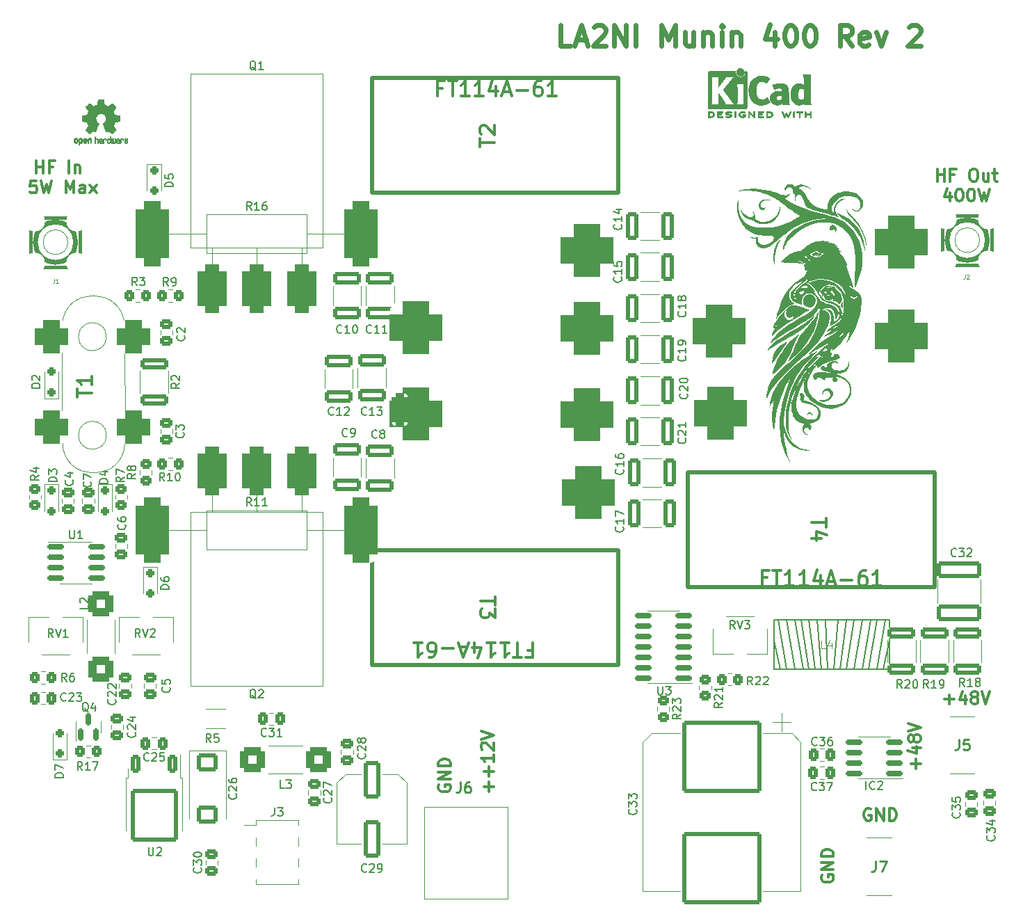
<source format=gbr>
G04 #@! TF.GenerationSoftware,KiCad,Pcbnew,7.0.1*
G04 #@! TF.CreationDate,2023-05-25T18:43:51+02:00*
G04 #@! TF.ProjectId,K_Munin400,4b5f4d75-6e69-46e3-9430-302e6b696361,rev?*
G04 #@! TF.SameCoordinates,Original*
G04 #@! TF.FileFunction,Legend,Top*
G04 #@! TF.FilePolarity,Positive*
%FSLAX46Y46*%
G04 Gerber Fmt 4.6, Leading zero omitted, Abs format (unit mm)*
G04 Created by KiCad (PCBNEW 7.0.1) date 2023-05-25 18:43:51*
%MOMM*%
%LPD*%
G01*
G04 APERTURE LIST*
G04 Aperture macros list*
%AMRoundRect*
0 Rectangle with rounded corners*
0 $1 Rounding radius*
0 $2 $3 $4 $5 $6 $7 $8 $9 X,Y pos of 4 corners*
0 Add a 4 corners polygon primitive as box body*
4,1,4,$2,$3,$4,$5,$6,$7,$8,$9,$2,$3,0*
0 Add four circle primitives for the rounded corners*
1,1,$1+$1,$2,$3*
1,1,$1+$1,$4,$5*
1,1,$1+$1,$6,$7*
1,1,$1+$1,$8,$9*
0 Add four rect primitives between the rounded corners*
20,1,$1+$1,$2,$3,$4,$5,0*
20,1,$1+$1,$4,$5,$6,$7,0*
20,1,$1+$1,$6,$7,$8,$9,0*
20,1,$1+$1,$8,$9,$2,$3,0*%
G04 Aperture macros list end*
%ADD10C,0.300000*%
%ADD11C,0.625000*%
%ADD12C,0.370000*%
%ADD13C,0.150000*%
%ADD14C,0.100000*%
%ADD15C,0.254000*%
%ADD16C,0.125000*%
%ADD17C,0.010000*%
%ADD18C,0.500000*%
%ADD19C,0.120000*%
%ADD20C,0.381000*%
%ADD21C,0.099060*%
%ADD22C,1.998980*%
%ADD23C,2.499360*%
%ADD24RoundRect,1.625000X1.625000X1.625000X-1.625000X1.625000X-1.625000X-1.625000X1.625000X-1.625000X0*%
%ADD25RoundRect,1.625000X-1.625000X1.625000X-1.625000X-1.625000X1.625000X-1.625000X1.625000X1.625000X0*%
%ADD26RoundRect,1.000000X1.000000X-1.000000X1.000000X1.000000X-1.000000X1.000000X-1.000000X-1.000000X0*%
%ADD27RoundRect,1.000000X-1.000000X-3.000000X1.000000X-3.000000X1.000000X3.000000X-1.000000X3.000000X0*%
%ADD28RoundRect,0.250000X0.475000X-0.337500X0.475000X0.337500X-0.475000X0.337500X-0.475000X-0.337500X0*%
%ADD29RoundRect,0.250000X-0.475000X0.337500X-0.475000X-0.337500X0.475000X-0.337500X0.475000X0.337500X0*%
%ADD30C,2.300000*%
%ADD31RoundRect,0.250000X-0.537500X-1.450000X0.537500X-1.450000X0.537500X1.450000X-0.537500X1.450000X0*%
%ADD32RoundRect,0.250000X0.337500X0.475000X-0.337500X0.475000X-0.337500X-0.475000X0.337500X-0.475000X0*%
%ADD33R,3.150000X1.000000*%
%ADD34R,1.190000X2.790000*%
%ADD35C,3.900000*%
%ADD36C,7.000000*%
%ADD37RoundRect,0.250000X0.250000X-0.250000X0.250000X0.250000X-0.250000X0.250000X-0.250000X-0.250000X0*%
%ADD38RoundRect,0.250000X-0.450000X0.350000X-0.450000X-0.350000X0.450000X-0.350000X0.450000X0.350000X0*%
%ADD39RoundRect,0.250000X-0.350000X-0.450000X0.350000X-0.450000X0.350000X0.450000X-0.350000X0.450000X0*%
%ADD40RoundRect,0.250000X1.450000X-0.537500X1.450000X0.537500X-1.450000X0.537500X-1.450000X-0.537500X0*%
%ADD41RoundRect,0.250000X-0.250000X0.250000X-0.250000X-0.250000X0.250000X-0.250000X0.250000X0.250000X0*%
%ADD42RoundRect,0.500000X-0.500000X1.500000X-0.500000X-1.500000X0.500000X-1.500000X0.500000X1.500000X0*%
%ADD43RoundRect,0.250000X-1.025000X0.875000X-1.025000X-0.875000X1.025000X-0.875000X1.025000X0.875000X0*%
%ADD44RoundRect,0.249999X-4.550001X4.150001X-4.550001X-4.150001X4.550001X-4.150001X4.550001X4.150001X0*%
%ADD45RoundRect,0.249999X2.450001X-0.737501X2.450001X0.737501X-2.450001X0.737501X-2.450001X-0.737501X0*%
%ADD46RoundRect,0.491801X1.008199X1.008199X-1.008199X1.008199X-1.008199X-1.008199X1.008199X-1.008199X0*%
%ADD47RoundRect,0.150000X0.825000X0.150000X-0.825000X0.150000X-0.825000X-0.150000X0.825000X-0.150000X0*%
%ADD48C,1.950000*%
%ADD49R,1.950000X1.950000*%
%ADD50RoundRect,0.250000X-1.450000X0.400000X-1.450000X-0.400000X1.450000X-0.400000X1.450000X0.400000X0*%
%ADD51RoundRect,0.250000X-1.450000X0.537500X-1.450000X-0.537500X1.450000X-0.537500X1.450000X0.537500X0*%
%ADD52RoundRect,0.150000X-0.825000X-0.150000X0.825000X-0.150000X0.825000X0.150000X-0.825000X0.150000X0*%
%ADD53O,3.600000X3.600000*%
%ADD54RoundRect,0.875000X-0.875000X-2.125000X0.875000X-2.125000X0.875000X2.125000X-0.875000X2.125000X0*%
%ADD55RoundRect,0.250001X-0.799999X1.999999X-0.799999X-1.999999X0.799999X-1.999999X0.799999X1.999999X0*%
%ADD56R,2.100000X2.600000*%
%ADD57RoundRect,0.250000X0.350000X0.450000X-0.350000X0.450000X-0.350000X-0.450000X0.350000X-0.450000X0*%
%ADD58RoundRect,0.150000X0.150000X-0.587500X0.150000X0.587500X-0.150000X0.587500X-0.150000X-0.587500X0*%
%ADD59RoundRect,0.250000X-0.350000X0.850000X-0.350000X-0.850000X0.350000X-0.850000X0.350000X0.850000X0*%
%ADD60RoundRect,0.249997X-2.650003X2.950003X-2.650003X-2.950003X2.650003X-2.950003X2.650003X2.950003X0*%
%ADD61RoundRect,0.491801X-1.008199X1.008199X-1.008199X-1.008199X1.008199X-1.008199X1.008199X1.008199X0*%
%ADD62RoundRect,0.500000X0.500000X-1.500000X0.500000X1.500000X-0.500000X1.500000X-0.500000X-1.500000X0*%
%ADD63RoundRect,1.625000X1.625000X-1.625000X1.625000X1.625000X-1.625000X1.625000X-1.625000X-1.625000X0*%
G04 APERTURE END LIST*
D10*
X161864285Y-81586428D02*
X161864285Y-80086428D01*
X161864285Y-80800714D02*
X162721428Y-80800714D01*
X162721428Y-81586428D02*
X162721428Y-80086428D01*
X163935714Y-80800714D02*
X163435714Y-80800714D01*
X163435714Y-81586428D02*
X163435714Y-80086428D01*
X163435714Y-80086428D02*
X164150000Y-80086428D01*
X166150000Y-80086428D02*
X166435714Y-80086428D01*
X166435714Y-80086428D02*
X166578571Y-80157857D01*
X166578571Y-80157857D02*
X166721428Y-80300714D01*
X166721428Y-80300714D02*
X166792857Y-80586428D01*
X166792857Y-80586428D02*
X166792857Y-81086428D01*
X166792857Y-81086428D02*
X166721428Y-81372142D01*
X166721428Y-81372142D02*
X166578571Y-81515000D01*
X166578571Y-81515000D02*
X166435714Y-81586428D01*
X166435714Y-81586428D02*
X166150000Y-81586428D01*
X166150000Y-81586428D02*
X166007143Y-81515000D01*
X166007143Y-81515000D02*
X165864285Y-81372142D01*
X165864285Y-81372142D02*
X165792857Y-81086428D01*
X165792857Y-81086428D02*
X165792857Y-80586428D01*
X165792857Y-80586428D02*
X165864285Y-80300714D01*
X165864285Y-80300714D02*
X166007143Y-80157857D01*
X166007143Y-80157857D02*
X166150000Y-80086428D01*
X168078572Y-80586428D02*
X168078572Y-81586428D01*
X167435714Y-80586428D02*
X167435714Y-81372142D01*
X167435714Y-81372142D02*
X167507143Y-81515000D01*
X167507143Y-81515000D02*
X167650000Y-81586428D01*
X167650000Y-81586428D02*
X167864286Y-81586428D01*
X167864286Y-81586428D02*
X168007143Y-81515000D01*
X168007143Y-81515000D02*
X168078572Y-81443571D01*
X168578572Y-80586428D02*
X169150000Y-80586428D01*
X168792857Y-80086428D02*
X168792857Y-81372142D01*
X168792857Y-81372142D02*
X168864286Y-81515000D01*
X168864286Y-81515000D02*
X169007143Y-81586428D01*
X169007143Y-81586428D02*
X169150000Y-81586428D01*
X163400001Y-83016428D02*
X163400001Y-84016428D01*
X163042858Y-82445000D02*
X162685715Y-83516428D01*
X162685715Y-83516428D02*
X163614286Y-83516428D01*
X164471429Y-82516428D02*
X164614286Y-82516428D01*
X164614286Y-82516428D02*
X164757143Y-82587857D01*
X164757143Y-82587857D02*
X164828572Y-82659285D01*
X164828572Y-82659285D02*
X164900000Y-82802142D01*
X164900000Y-82802142D02*
X164971429Y-83087857D01*
X164971429Y-83087857D02*
X164971429Y-83445000D01*
X164971429Y-83445000D02*
X164900000Y-83730714D01*
X164900000Y-83730714D02*
X164828572Y-83873571D01*
X164828572Y-83873571D02*
X164757143Y-83945000D01*
X164757143Y-83945000D02*
X164614286Y-84016428D01*
X164614286Y-84016428D02*
X164471429Y-84016428D01*
X164471429Y-84016428D02*
X164328572Y-83945000D01*
X164328572Y-83945000D02*
X164257143Y-83873571D01*
X164257143Y-83873571D02*
X164185714Y-83730714D01*
X164185714Y-83730714D02*
X164114286Y-83445000D01*
X164114286Y-83445000D02*
X164114286Y-83087857D01*
X164114286Y-83087857D02*
X164185714Y-82802142D01*
X164185714Y-82802142D02*
X164257143Y-82659285D01*
X164257143Y-82659285D02*
X164328572Y-82587857D01*
X164328572Y-82587857D02*
X164471429Y-82516428D01*
X165900000Y-82516428D02*
X166042857Y-82516428D01*
X166042857Y-82516428D02*
X166185714Y-82587857D01*
X166185714Y-82587857D02*
X166257143Y-82659285D01*
X166257143Y-82659285D02*
X166328571Y-82802142D01*
X166328571Y-82802142D02*
X166400000Y-83087857D01*
X166400000Y-83087857D02*
X166400000Y-83445000D01*
X166400000Y-83445000D02*
X166328571Y-83730714D01*
X166328571Y-83730714D02*
X166257143Y-83873571D01*
X166257143Y-83873571D02*
X166185714Y-83945000D01*
X166185714Y-83945000D02*
X166042857Y-84016428D01*
X166042857Y-84016428D02*
X165900000Y-84016428D01*
X165900000Y-84016428D02*
X165757143Y-83945000D01*
X165757143Y-83945000D02*
X165685714Y-83873571D01*
X165685714Y-83873571D02*
X165614285Y-83730714D01*
X165614285Y-83730714D02*
X165542857Y-83445000D01*
X165542857Y-83445000D02*
X165542857Y-83087857D01*
X165542857Y-83087857D02*
X165614285Y-82802142D01*
X165614285Y-82802142D02*
X165685714Y-82659285D01*
X165685714Y-82659285D02*
X165757143Y-82587857D01*
X165757143Y-82587857D02*
X165900000Y-82516428D01*
X166899999Y-82516428D02*
X167257142Y-84016428D01*
X167257142Y-84016428D02*
X167542856Y-82945000D01*
X167542856Y-82945000D02*
X167828571Y-84016428D01*
X167828571Y-84016428D02*
X168185714Y-82516428D01*
X52149999Y-80586428D02*
X52149999Y-79086428D01*
X52149999Y-79800714D02*
X53007142Y-79800714D01*
X53007142Y-80586428D02*
X53007142Y-79086428D01*
X54221428Y-79800714D02*
X53721428Y-79800714D01*
X53721428Y-80586428D02*
X53721428Y-79086428D01*
X53721428Y-79086428D02*
X54435714Y-79086428D01*
X56149999Y-80586428D02*
X56149999Y-79086428D01*
X56864285Y-79586428D02*
X56864285Y-80586428D01*
X56864285Y-79729285D02*
X56935714Y-79657857D01*
X56935714Y-79657857D02*
X57078571Y-79586428D01*
X57078571Y-79586428D02*
X57292857Y-79586428D01*
X57292857Y-79586428D02*
X57435714Y-79657857D01*
X57435714Y-79657857D02*
X57507143Y-79800714D01*
X57507143Y-79800714D02*
X57507143Y-80586428D01*
X52185714Y-81516428D02*
X51471428Y-81516428D01*
X51471428Y-81516428D02*
X51400000Y-82230714D01*
X51400000Y-82230714D02*
X51471428Y-82159285D01*
X51471428Y-82159285D02*
X51614286Y-82087857D01*
X51614286Y-82087857D02*
X51971428Y-82087857D01*
X51971428Y-82087857D02*
X52114286Y-82159285D01*
X52114286Y-82159285D02*
X52185714Y-82230714D01*
X52185714Y-82230714D02*
X52257143Y-82373571D01*
X52257143Y-82373571D02*
X52257143Y-82730714D01*
X52257143Y-82730714D02*
X52185714Y-82873571D01*
X52185714Y-82873571D02*
X52114286Y-82945000D01*
X52114286Y-82945000D02*
X51971428Y-83016428D01*
X51971428Y-83016428D02*
X51614286Y-83016428D01*
X51614286Y-83016428D02*
X51471428Y-82945000D01*
X51471428Y-82945000D02*
X51400000Y-82873571D01*
X52757142Y-81516428D02*
X53114285Y-83016428D01*
X53114285Y-83016428D02*
X53399999Y-81945000D01*
X53399999Y-81945000D02*
X53685714Y-83016428D01*
X53685714Y-83016428D02*
X54042857Y-81516428D01*
X55757142Y-83016428D02*
X55757142Y-81516428D01*
X55757142Y-81516428D02*
X56257142Y-82587857D01*
X56257142Y-82587857D02*
X56757142Y-81516428D01*
X56757142Y-81516428D02*
X56757142Y-83016428D01*
X58114286Y-83016428D02*
X58114286Y-82230714D01*
X58114286Y-82230714D02*
X58042857Y-82087857D01*
X58042857Y-82087857D02*
X57900000Y-82016428D01*
X57900000Y-82016428D02*
X57614286Y-82016428D01*
X57614286Y-82016428D02*
X57471428Y-82087857D01*
X58114286Y-82945000D02*
X57971428Y-83016428D01*
X57971428Y-83016428D02*
X57614286Y-83016428D01*
X57614286Y-83016428D02*
X57471428Y-82945000D01*
X57471428Y-82945000D02*
X57400000Y-82802142D01*
X57400000Y-82802142D02*
X57400000Y-82659285D01*
X57400000Y-82659285D02*
X57471428Y-82516428D01*
X57471428Y-82516428D02*
X57614286Y-82445000D01*
X57614286Y-82445000D02*
X57971428Y-82445000D01*
X57971428Y-82445000D02*
X58114286Y-82373571D01*
X58685714Y-83016428D02*
X59471429Y-82016428D01*
X58685714Y-82016428D02*
X59471429Y-83016428D01*
X101187857Y-155057142D02*
X101116428Y-155200000D01*
X101116428Y-155200000D02*
X101116428Y-155414285D01*
X101116428Y-155414285D02*
X101187857Y-155628571D01*
X101187857Y-155628571D02*
X101330714Y-155771428D01*
X101330714Y-155771428D02*
X101473571Y-155842857D01*
X101473571Y-155842857D02*
X101759285Y-155914285D01*
X101759285Y-155914285D02*
X101973571Y-155914285D01*
X101973571Y-155914285D02*
X102259285Y-155842857D01*
X102259285Y-155842857D02*
X102402142Y-155771428D01*
X102402142Y-155771428D02*
X102545000Y-155628571D01*
X102545000Y-155628571D02*
X102616428Y-155414285D01*
X102616428Y-155414285D02*
X102616428Y-155271428D01*
X102616428Y-155271428D02*
X102545000Y-155057142D01*
X102545000Y-155057142D02*
X102473571Y-154985714D01*
X102473571Y-154985714D02*
X101973571Y-154985714D01*
X101973571Y-154985714D02*
X101973571Y-155271428D01*
X102616428Y-154342857D02*
X101116428Y-154342857D01*
X101116428Y-154342857D02*
X102616428Y-153485714D01*
X102616428Y-153485714D02*
X101116428Y-153485714D01*
X102616428Y-152771428D02*
X101116428Y-152771428D01*
X101116428Y-152771428D02*
X101116428Y-152414285D01*
X101116428Y-152414285D02*
X101187857Y-152199999D01*
X101187857Y-152199999D02*
X101330714Y-152057142D01*
X101330714Y-152057142D02*
X101473571Y-151985713D01*
X101473571Y-151985713D02*
X101759285Y-151914285D01*
X101759285Y-151914285D02*
X101973571Y-151914285D01*
X101973571Y-151914285D02*
X102259285Y-151985713D01*
X102259285Y-151985713D02*
X102402142Y-152057142D01*
X102402142Y-152057142D02*
X102545000Y-152199999D01*
X102545000Y-152199999D02*
X102616428Y-152414285D01*
X102616428Y-152414285D02*
X102616428Y-152771428D01*
X107245000Y-155842857D02*
X107245000Y-154700000D01*
X107816428Y-155271428D02*
X106673571Y-155271428D01*
X107245000Y-153985714D02*
X107245000Y-152842857D01*
X107816428Y-153414285D02*
X106673571Y-153414285D01*
X107816428Y-151342856D02*
X107816428Y-152199999D01*
X107816428Y-151771428D02*
X106316428Y-151771428D01*
X106316428Y-151771428D02*
X106530714Y-151914285D01*
X106530714Y-151914285D02*
X106673571Y-152057142D01*
X106673571Y-152057142D02*
X106745000Y-152199999D01*
X106459285Y-150771428D02*
X106387857Y-150700000D01*
X106387857Y-150700000D02*
X106316428Y-150557143D01*
X106316428Y-150557143D02*
X106316428Y-150200000D01*
X106316428Y-150200000D02*
X106387857Y-150057143D01*
X106387857Y-150057143D02*
X106459285Y-149985714D01*
X106459285Y-149985714D02*
X106602142Y-149914285D01*
X106602142Y-149914285D02*
X106745000Y-149914285D01*
X106745000Y-149914285D02*
X106959285Y-149985714D01*
X106959285Y-149985714D02*
X107816428Y-150842857D01*
X107816428Y-150842857D02*
X107816428Y-149914285D01*
X106316428Y-149485714D02*
X107816428Y-148985714D01*
X107816428Y-148985714D02*
X106316428Y-148485714D01*
X153742857Y-157987857D02*
X153600000Y-157916428D01*
X153600000Y-157916428D02*
X153385714Y-157916428D01*
X153385714Y-157916428D02*
X153171428Y-157987857D01*
X153171428Y-157987857D02*
X153028571Y-158130714D01*
X153028571Y-158130714D02*
X152957142Y-158273571D01*
X152957142Y-158273571D02*
X152885714Y-158559285D01*
X152885714Y-158559285D02*
X152885714Y-158773571D01*
X152885714Y-158773571D02*
X152957142Y-159059285D01*
X152957142Y-159059285D02*
X153028571Y-159202142D01*
X153028571Y-159202142D02*
X153171428Y-159345000D01*
X153171428Y-159345000D02*
X153385714Y-159416428D01*
X153385714Y-159416428D02*
X153528571Y-159416428D01*
X153528571Y-159416428D02*
X153742857Y-159345000D01*
X153742857Y-159345000D02*
X153814285Y-159273571D01*
X153814285Y-159273571D02*
X153814285Y-158773571D01*
X153814285Y-158773571D02*
X153528571Y-158773571D01*
X154457142Y-159416428D02*
X154457142Y-157916428D01*
X154457142Y-157916428D02*
X155314285Y-159416428D01*
X155314285Y-159416428D02*
X155314285Y-157916428D01*
X156028571Y-159416428D02*
X156028571Y-157916428D01*
X156028571Y-157916428D02*
X156385714Y-157916428D01*
X156385714Y-157916428D02*
X156600000Y-157987857D01*
X156600000Y-157987857D02*
X156742857Y-158130714D01*
X156742857Y-158130714D02*
X156814286Y-158273571D01*
X156814286Y-158273571D02*
X156885714Y-158559285D01*
X156885714Y-158559285D02*
X156885714Y-158773571D01*
X156885714Y-158773571D02*
X156814286Y-159059285D01*
X156814286Y-159059285D02*
X156742857Y-159202142D01*
X156742857Y-159202142D02*
X156600000Y-159345000D01*
X156600000Y-159345000D02*
X156385714Y-159416428D01*
X156385714Y-159416428D02*
X156028571Y-159416428D01*
X147787857Y-166057142D02*
X147716428Y-166200000D01*
X147716428Y-166200000D02*
X147716428Y-166414285D01*
X147716428Y-166414285D02*
X147787857Y-166628571D01*
X147787857Y-166628571D02*
X147930714Y-166771428D01*
X147930714Y-166771428D02*
X148073571Y-166842857D01*
X148073571Y-166842857D02*
X148359285Y-166914285D01*
X148359285Y-166914285D02*
X148573571Y-166914285D01*
X148573571Y-166914285D02*
X148859285Y-166842857D01*
X148859285Y-166842857D02*
X149002142Y-166771428D01*
X149002142Y-166771428D02*
X149145000Y-166628571D01*
X149145000Y-166628571D02*
X149216428Y-166414285D01*
X149216428Y-166414285D02*
X149216428Y-166271428D01*
X149216428Y-166271428D02*
X149145000Y-166057142D01*
X149145000Y-166057142D02*
X149073571Y-165985714D01*
X149073571Y-165985714D02*
X148573571Y-165985714D01*
X148573571Y-165985714D02*
X148573571Y-166271428D01*
X149216428Y-165342857D02*
X147716428Y-165342857D01*
X147716428Y-165342857D02*
X149216428Y-164485714D01*
X149216428Y-164485714D02*
X147716428Y-164485714D01*
X149216428Y-163771428D02*
X147716428Y-163771428D01*
X147716428Y-163771428D02*
X147716428Y-163414285D01*
X147716428Y-163414285D02*
X147787857Y-163199999D01*
X147787857Y-163199999D02*
X147930714Y-163057142D01*
X147930714Y-163057142D02*
X148073571Y-162985713D01*
X148073571Y-162985713D02*
X148359285Y-162914285D01*
X148359285Y-162914285D02*
X148573571Y-162914285D01*
X148573571Y-162914285D02*
X148859285Y-162985713D01*
X148859285Y-162985713D02*
X149002142Y-163057142D01*
X149002142Y-163057142D02*
X149145000Y-163199999D01*
X149145000Y-163199999D02*
X149216428Y-163414285D01*
X149216428Y-163414285D02*
X149216428Y-163771428D01*
X162757142Y-144645000D02*
X163900000Y-144645000D01*
X163328571Y-145216428D02*
X163328571Y-144073571D01*
X165257143Y-144216428D02*
X165257143Y-145216428D01*
X164900000Y-143645000D02*
X164542857Y-144716428D01*
X164542857Y-144716428D02*
X165471428Y-144716428D01*
X166257142Y-144359285D02*
X166114285Y-144287857D01*
X166114285Y-144287857D02*
X166042856Y-144216428D01*
X166042856Y-144216428D02*
X165971428Y-144073571D01*
X165971428Y-144073571D02*
X165971428Y-144002142D01*
X165971428Y-144002142D02*
X166042856Y-143859285D01*
X166042856Y-143859285D02*
X166114285Y-143787857D01*
X166114285Y-143787857D02*
X166257142Y-143716428D01*
X166257142Y-143716428D02*
X166542856Y-143716428D01*
X166542856Y-143716428D02*
X166685714Y-143787857D01*
X166685714Y-143787857D02*
X166757142Y-143859285D01*
X166757142Y-143859285D02*
X166828571Y-144002142D01*
X166828571Y-144002142D02*
X166828571Y-144073571D01*
X166828571Y-144073571D02*
X166757142Y-144216428D01*
X166757142Y-144216428D02*
X166685714Y-144287857D01*
X166685714Y-144287857D02*
X166542856Y-144359285D01*
X166542856Y-144359285D02*
X166257142Y-144359285D01*
X166257142Y-144359285D02*
X166114285Y-144430714D01*
X166114285Y-144430714D02*
X166042856Y-144502142D01*
X166042856Y-144502142D02*
X165971428Y-144645000D01*
X165971428Y-144645000D02*
X165971428Y-144930714D01*
X165971428Y-144930714D02*
X166042856Y-145073571D01*
X166042856Y-145073571D02*
X166114285Y-145145000D01*
X166114285Y-145145000D02*
X166257142Y-145216428D01*
X166257142Y-145216428D02*
X166542856Y-145216428D01*
X166542856Y-145216428D02*
X166685714Y-145145000D01*
X166685714Y-145145000D02*
X166757142Y-145073571D01*
X166757142Y-145073571D02*
X166828571Y-144930714D01*
X166828571Y-144930714D02*
X166828571Y-144645000D01*
X166828571Y-144645000D02*
X166757142Y-144502142D01*
X166757142Y-144502142D02*
X166685714Y-144430714D01*
X166685714Y-144430714D02*
X166542856Y-144359285D01*
X167257142Y-143716428D02*
X167757142Y-145216428D01*
X167757142Y-145216428D02*
X168257142Y-143716428D01*
X159245000Y-153042857D02*
X159245000Y-151900000D01*
X159816428Y-152471428D02*
X158673571Y-152471428D01*
X158816428Y-150542857D02*
X159816428Y-150542857D01*
X158245000Y-150899999D02*
X159316428Y-151257142D01*
X159316428Y-151257142D02*
X159316428Y-150328571D01*
X158959285Y-149542857D02*
X158887857Y-149685714D01*
X158887857Y-149685714D02*
X158816428Y-149757143D01*
X158816428Y-149757143D02*
X158673571Y-149828571D01*
X158673571Y-149828571D02*
X158602142Y-149828571D01*
X158602142Y-149828571D02*
X158459285Y-149757143D01*
X158459285Y-149757143D02*
X158387857Y-149685714D01*
X158387857Y-149685714D02*
X158316428Y-149542857D01*
X158316428Y-149542857D02*
X158316428Y-149257143D01*
X158316428Y-149257143D02*
X158387857Y-149114286D01*
X158387857Y-149114286D02*
X158459285Y-149042857D01*
X158459285Y-149042857D02*
X158602142Y-148971428D01*
X158602142Y-148971428D02*
X158673571Y-148971428D01*
X158673571Y-148971428D02*
X158816428Y-149042857D01*
X158816428Y-149042857D02*
X158887857Y-149114286D01*
X158887857Y-149114286D02*
X158959285Y-149257143D01*
X158959285Y-149257143D02*
X158959285Y-149542857D01*
X158959285Y-149542857D02*
X159030714Y-149685714D01*
X159030714Y-149685714D02*
X159102142Y-149757143D01*
X159102142Y-149757143D02*
X159245000Y-149828571D01*
X159245000Y-149828571D02*
X159530714Y-149828571D01*
X159530714Y-149828571D02*
X159673571Y-149757143D01*
X159673571Y-149757143D02*
X159745000Y-149685714D01*
X159745000Y-149685714D02*
X159816428Y-149542857D01*
X159816428Y-149542857D02*
X159816428Y-149257143D01*
X159816428Y-149257143D02*
X159745000Y-149114286D01*
X159745000Y-149114286D02*
X159673571Y-149042857D01*
X159673571Y-149042857D02*
X159530714Y-148971428D01*
X159530714Y-148971428D02*
X159245000Y-148971428D01*
X159245000Y-148971428D02*
X159102142Y-149042857D01*
X159102142Y-149042857D02*
X159030714Y-149114286D01*
X159030714Y-149114286D02*
X158959285Y-149257143D01*
X158316428Y-148542857D02*
X159816428Y-148042857D01*
X159816428Y-148042857D02*
X158316428Y-147542857D01*
D11*
X117185714Y-65094047D02*
X115995238Y-65094047D01*
X115995238Y-65094047D02*
X115995238Y-62594047D01*
X117900000Y-64379761D02*
X119090476Y-64379761D01*
X117661905Y-65094047D02*
X118495238Y-62594047D01*
X118495238Y-62594047D02*
X119328571Y-65094047D01*
X120042857Y-62832142D02*
X120161905Y-62713095D01*
X120161905Y-62713095D02*
X120400000Y-62594047D01*
X120400000Y-62594047D02*
X120995238Y-62594047D01*
X120995238Y-62594047D02*
X121233333Y-62713095D01*
X121233333Y-62713095D02*
X121352381Y-62832142D01*
X121352381Y-62832142D02*
X121471428Y-63070238D01*
X121471428Y-63070238D02*
X121471428Y-63308333D01*
X121471428Y-63308333D02*
X121352381Y-63665476D01*
X121352381Y-63665476D02*
X119923809Y-65094047D01*
X119923809Y-65094047D02*
X121471428Y-65094047D01*
X122542857Y-65094047D02*
X122542857Y-62594047D01*
X122542857Y-62594047D02*
X123971428Y-65094047D01*
X123971428Y-65094047D02*
X123971428Y-62594047D01*
X125161905Y-65094047D02*
X125161905Y-62594047D01*
X128257143Y-65094047D02*
X128257143Y-62594047D01*
X128257143Y-62594047D02*
X129090476Y-64379761D01*
X129090476Y-64379761D02*
X129923809Y-62594047D01*
X129923809Y-62594047D02*
X129923809Y-65094047D01*
X132185714Y-63427380D02*
X132185714Y-65094047D01*
X131114286Y-63427380D02*
X131114286Y-64736904D01*
X131114286Y-64736904D02*
X131233333Y-64975000D01*
X131233333Y-64975000D02*
X131471428Y-65094047D01*
X131471428Y-65094047D02*
X131828571Y-65094047D01*
X131828571Y-65094047D02*
X132066667Y-64975000D01*
X132066667Y-64975000D02*
X132185714Y-64855952D01*
X133376191Y-63427380D02*
X133376191Y-65094047D01*
X133376191Y-63665476D02*
X133495238Y-63546428D01*
X133495238Y-63546428D02*
X133733333Y-63427380D01*
X133733333Y-63427380D02*
X134090476Y-63427380D01*
X134090476Y-63427380D02*
X134328572Y-63546428D01*
X134328572Y-63546428D02*
X134447619Y-63784523D01*
X134447619Y-63784523D02*
X134447619Y-65094047D01*
X135638096Y-65094047D02*
X135638096Y-63427380D01*
X135638096Y-62594047D02*
X135519048Y-62713095D01*
X135519048Y-62713095D02*
X135638096Y-62832142D01*
X135638096Y-62832142D02*
X135757143Y-62713095D01*
X135757143Y-62713095D02*
X135638096Y-62594047D01*
X135638096Y-62594047D02*
X135638096Y-62832142D01*
X136828572Y-63427380D02*
X136828572Y-65094047D01*
X136828572Y-63665476D02*
X136947619Y-63546428D01*
X136947619Y-63546428D02*
X137185714Y-63427380D01*
X137185714Y-63427380D02*
X137542857Y-63427380D01*
X137542857Y-63427380D02*
X137780953Y-63546428D01*
X137780953Y-63546428D02*
X137900000Y-63784523D01*
X137900000Y-63784523D02*
X137900000Y-65094047D01*
X142066667Y-63427380D02*
X142066667Y-65094047D01*
X141471429Y-62475000D02*
X140876191Y-64260714D01*
X140876191Y-64260714D02*
X142423810Y-64260714D01*
X143852381Y-62594047D02*
X144090476Y-62594047D01*
X144090476Y-62594047D02*
X144328572Y-62713095D01*
X144328572Y-62713095D02*
X144447619Y-62832142D01*
X144447619Y-62832142D02*
X144566667Y-63070238D01*
X144566667Y-63070238D02*
X144685714Y-63546428D01*
X144685714Y-63546428D02*
X144685714Y-64141666D01*
X144685714Y-64141666D02*
X144566667Y-64617857D01*
X144566667Y-64617857D02*
X144447619Y-64855952D01*
X144447619Y-64855952D02*
X144328572Y-64975000D01*
X144328572Y-64975000D02*
X144090476Y-65094047D01*
X144090476Y-65094047D02*
X143852381Y-65094047D01*
X143852381Y-65094047D02*
X143614286Y-64975000D01*
X143614286Y-64975000D02*
X143495238Y-64855952D01*
X143495238Y-64855952D02*
X143376191Y-64617857D01*
X143376191Y-64617857D02*
X143257143Y-64141666D01*
X143257143Y-64141666D02*
X143257143Y-63546428D01*
X143257143Y-63546428D02*
X143376191Y-63070238D01*
X143376191Y-63070238D02*
X143495238Y-62832142D01*
X143495238Y-62832142D02*
X143614286Y-62713095D01*
X143614286Y-62713095D02*
X143852381Y-62594047D01*
X146233333Y-62594047D02*
X146471428Y-62594047D01*
X146471428Y-62594047D02*
X146709524Y-62713095D01*
X146709524Y-62713095D02*
X146828571Y-62832142D01*
X146828571Y-62832142D02*
X146947619Y-63070238D01*
X146947619Y-63070238D02*
X147066666Y-63546428D01*
X147066666Y-63546428D02*
X147066666Y-64141666D01*
X147066666Y-64141666D02*
X146947619Y-64617857D01*
X146947619Y-64617857D02*
X146828571Y-64855952D01*
X146828571Y-64855952D02*
X146709524Y-64975000D01*
X146709524Y-64975000D02*
X146471428Y-65094047D01*
X146471428Y-65094047D02*
X146233333Y-65094047D01*
X146233333Y-65094047D02*
X145995238Y-64975000D01*
X145995238Y-64975000D02*
X145876190Y-64855952D01*
X145876190Y-64855952D02*
X145757143Y-64617857D01*
X145757143Y-64617857D02*
X145638095Y-64141666D01*
X145638095Y-64141666D02*
X145638095Y-63546428D01*
X145638095Y-63546428D02*
X145757143Y-63070238D01*
X145757143Y-63070238D02*
X145876190Y-62832142D01*
X145876190Y-62832142D02*
X145995238Y-62713095D01*
X145995238Y-62713095D02*
X146233333Y-62594047D01*
X151471428Y-65094047D02*
X150638095Y-63903571D01*
X150042857Y-65094047D02*
X150042857Y-62594047D01*
X150042857Y-62594047D02*
X150995238Y-62594047D01*
X150995238Y-62594047D02*
X151233333Y-62713095D01*
X151233333Y-62713095D02*
X151352380Y-62832142D01*
X151352380Y-62832142D02*
X151471428Y-63070238D01*
X151471428Y-63070238D02*
X151471428Y-63427380D01*
X151471428Y-63427380D02*
X151352380Y-63665476D01*
X151352380Y-63665476D02*
X151233333Y-63784523D01*
X151233333Y-63784523D02*
X150995238Y-63903571D01*
X150995238Y-63903571D02*
X150042857Y-63903571D01*
X153495238Y-64975000D02*
X153257142Y-65094047D01*
X153257142Y-65094047D02*
X152780952Y-65094047D01*
X152780952Y-65094047D02*
X152542857Y-64975000D01*
X152542857Y-64975000D02*
X152423809Y-64736904D01*
X152423809Y-64736904D02*
X152423809Y-63784523D01*
X152423809Y-63784523D02*
X152542857Y-63546428D01*
X152542857Y-63546428D02*
X152780952Y-63427380D01*
X152780952Y-63427380D02*
X153257142Y-63427380D01*
X153257142Y-63427380D02*
X153495238Y-63546428D01*
X153495238Y-63546428D02*
X153614285Y-63784523D01*
X153614285Y-63784523D02*
X153614285Y-64022619D01*
X153614285Y-64022619D02*
X152423809Y-64260714D01*
X154447618Y-63427380D02*
X155042856Y-65094047D01*
X155042856Y-65094047D02*
X155638095Y-63427380D01*
X158376190Y-62832142D02*
X158495238Y-62713095D01*
X158495238Y-62713095D02*
X158733333Y-62594047D01*
X158733333Y-62594047D02*
X159328571Y-62594047D01*
X159328571Y-62594047D02*
X159566666Y-62713095D01*
X159566666Y-62713095D02*
X159685714Y-62832142D01*
X159685714Y-62832142D02*
X159804761Y-63070238D01*
X159804761Y-63070238D02*
X159804761Y-63308333D01*
X159804761Y-63308333D02*
X159685714Y-63665476D01*
X159685714Y-63665476D02*
X158257142Y-65094047D01*
X158257142Y-65094047D02*
X159804761Y-65094047D01*
D12*
X148367285Y-122628571D02*
X148367285Y-123657143D01*
X146567285Y-123142857D02*
X148367285Y-123142857D01*
X147767285Y-125028572D02*
X146567285Y-125028572D01*
X148453000Y-124600000D02*
X147167285Y-124171429D01*
X147167285Y-124171429D02*
X147167285Y-125285714D01*
X141128571Y-129836857D02*
X140528571Y-129836857D01*
X140528571Y-130779714D02*
X140528571Y-128979714D01*
X140528571Y-128979714D02*
X141385714Y-128979714D01*
X141814285Y-128979714D02*
X142842857Y-128979714D01*
X142328571Y-130779714D02*
X142328571Y-128979714D01*
X144385714Y-130779714D02*
X143357143Y-130779714D01*
X143871428Y-130779714D02*
X143871428Y-128979714D01*
X143871428Y-128979714D02*
X143700000Y-129236857D01*
X143700000Y-129236857D02*
X143528571Y-129408285D01*
X143528571Y-129408285D02*
X143357143Y-129494000D01*
X146100000Y-130779714D02*
X145071429Y-130779714D01*
X145585714Y-130779714D02*
X145585714Y-128979714D01*
X145585714Y-128979714D02*
X145414286Y-129236857D01*
X145414286Y-129236857D02*
X145242857Y-129408285D01*
X145242857Y-129408285D02*
X145071429Y-129494000D01*
X147642858Y-129579714D02*
X147642858Y-130779714D01*
X147214286Y-128894000D02*
X146785715Y-130179714D01*
X146785715Y-130179714D02*
X147900000Y-130179714D01*
X148500001Y-130265428D02*
X149357144Y-130265428D01*
X148328572Y-130779714D02*
X148928572Y-128979714D01*
X148928572Y-128979714D02*
X149528572Y-130779714D01*
X150128572Y-130094000D02*
X151500001Y-130094000D01*
X153128572Y-128979714D02*
X152785714Y-128979714D01*
X152785714Y-128979714D02*
X152614286Y-129065428D01*
X152614286Y-129065428D02*
X152528572Y-129151142D01*
X152528572Y-129151142D02*
X152357143Y-129408285D01*
X152357143Y-129408285D02*
X152271429Y-129751142D01*
X152271429Y-129751142D02*
X152271429Y-130436857D01*
X152271429Y-130436857D02*
X152357143Y-130608285D01*
X152357143Y-130608285D02*
X152442857Y-130694000D01*
X152442857Y-130694000D02*
X152614286Y-130779714D01*
X152614286Y-130779714D02*
X152957143Y-130779714D01*
X152957143Y-130779714D02*
X153128572Y-130694000D01*
X153128572Y-130694000D02*
X153214286Y-130608285D01*
X153214286Y-130608285D02*
X153300000Y-130436857D01*
X153300000Y-130436857D02*
X153300000Y-130008285D01*
X153300000Y-130008285D02*
X153214286Y-129836857D01*
X153214286Y-129836857D02*
X153128572Y-129751142D01*
X153128572Y-129751142D02*
X152957143Y-129665428D01*
X152957143Y-129665428D02*
X152614286Y-129665428D01*
X152614286Y-129665428D02*
X152442857Y-129751142D01*
X152442857Y-129751142D02*
X152357143Y-129836857D01*
X152357143Y-129836857D02*
X152271429Y-130008285D01*
X155014286Y-130779714D02*
X153985715Y-130779714D01*
X154500000Y-130779714D02*
X154500000Y-128979714D01*
X154500000Y-128979714D02*
X154328572Y-129236857D01*
X154328572Y-129236857D02*
X154157143Y-129408285D01*
X154157143Y-129408285D02*
X153985715Y-129494000D01*
X57132714Y-107871428D02*
X57132714Y-106842857D01*
X58932714Y-107357142D02*
X57132714Y-107357142D01*
X58932714Y-105299999D02*
X58932714Y-106328570D01*
X58932714Y-105814285D02*
X57132714Y-105814285D01*
X57132714Y-105814285D02*
X57389857Y-105985713D01*
X57389857Y-105985713D02*
X57561285Y-106157142D01*
X57561285Y-106157142D02*
X57647000Y-106328570D01*
D13*
X78357142Y-85092619D02*
X78023809Y-84616428D01*
X77785714Y-85092619D02*
X77785714Y-84092619D01*
X77785714Y-84092619D02*
X78166666Y-84092619D01*
X78166666Y-84092619D02*
X78261904Y-84140238D01*
X78261904Y-84140238D02*
X78309523Y-84187857D01*
X78309523Y-84187857D02*
X78357142Y-84283095D01*
X78357142Y-84283095D02*
X78357142Y-84425952D01*
X78357142Y-84425952D02*
X78309523Y-84521190D01*
X78309523Y-84521190D02*
X78261904Y-84568809D01*
X78261904Y-84568809D02*
X78166666Y-84616428D01*
X78166666Y-84616428D02*
X77785714Y-84616428D01*
X79309523Y-85092619D02*
X78738095Y-85092619D01*
X79023809Y-85092619D02*
X79023809Y-84092619D01*
X79023809Y-84092619D02*
X78928571Y-84235476D01*
X78928571Y-84235476D02*
X78833333Y-84330714D01*
X78833333Y-84330714D02*
X78738095Y-84378333D01*
X80166666Y-84092619D02*
X79976190Y-84092619D01*
X79976190Y-84092619D02*
X79880952Y-84140238D01*
X79880952Y-84140238D02*
X79833333Y-84187857D01*
X79833333Y-84187857D02*
X79738095Y-84330714D01*
X79738095Y-84330714D02*
X79690476Y-84521190D01*
X79690476Y-84521190D02*
X79690476Y-84902142D01*
X79690476Y-84902142D02*
X79738095Y-84997380D01*
X79738095Y-84997380D02*
X79785714Y-85045000D01*
X79785714Y-85045000D02*
X79880952Y-85092619D01*
X79880952Y-85092619D02*
X80071428Y-85092619D01*
X80071428Y-85092619D02*
X80166666Y-85045000D01*
X80166666Y-85045000D02*
X80214285Y-84997380D01*
X80214285Y-84997380D02*
X80261904Y-84902142D01*
X80261904Y-84902142D02*
X80261904Y-84664047D01*
X80261904Y-84664047D02*
X80214285Y-84568809D01*
X80214285Y-84568809D02*
X80166666Y-84521190D01*
X80166666Y-84521190D02*
X80071428Y-84473571D01*
X80071428Y-84473571D02*
X79880952Y-84473571D01*
X79880952Y-84473571D02*
X79785714Y-84521190D01*
X79785714Y-84521190D02*
X79738095Y-84568809D01*
X79738095Y-84568809D02*
X79690476Y-84664047D01*
X78357142Y-121092619D02*
X78023809Y-120616428D01*
X77785714Y-121092619D02*
X77785714Y-120092619D01*
X77785714Y-120092619D02*
X78166666Y-120092619D01*
X78166666Y-120092619D02*
X78261904Y-120140238D01*
X78261904Y-120140238D02*
X78309523Y-120187857D01*
X78309523Y-120187857D02*
X78357142Y-120283095D01*
X78357142Y-120283095D02*
X78357142Y-120425952D01*
X78357142Y-120425952D02*
X78309523Y-120521190D01*
X78309523Y-120521190D02*
X78261904Y-120568809D01*
X78261904Y-120568809D02*
X78166666Y-120616428D01*
X78166666Y-120616428D02*
X77785714Y-120616428D01*
X79309523Y-121092619D02*
X78738095Y-121092619D01*
X79023809Y-121092619D02*
X79023809Y-120092619D01*
X79023809Y-120092619D02*
X78928571Y-120235476D01*
X78928571Y-120235476D02*
X78833333Y-120330714D01*
X78833333Y-120330714D02*
X78738095Y-120378333D01*
X80261904Y-121092619D02*
X79690476Y-121092619D01*
X79976190Y-121092619D02*
X79976190Y-120092619D01*
X79976190Y-120092619D02*
X79880952Y-120235476D01*
X79880952Y-120235476D02*
X79785714Y-120330714D01*
X79785714Y-120330714D02*
X79690476Y-120378333D01*
D14*
X54333333Y-93480169D02*
X54333333Y-93837312D01*
X54333333Y-93837312D02*
X54309524Y-93908740D01*
X54309524Y-93908740D02*
X54261905Y-93956360D01*
X54261905Y-93956360D02*
X54190476Y-93980169D01*
X54190476Y-93980169D02*
X54142857Y-93980169D01*
X54833333Y-93980169D02*
X54547619Y-93980169D01*
X54690476Y-93980169D02*
X54690476Y-93480169D01*
X54690476Y-93480169D02*
X54642857Y-93551598D01*
X54642857Y-93551598D02*
X54595238Y-93599217D01*
X54595238Y-93599217D02*
X54547619Y-93623026D01*
D13*
X58767380Y-118166666D02*
X58815000Y-118214285D01*
X58815000Y-118214285D02*
X58862619Y-118357142D01*
X58862619Y-118357142D02*
X58862619Y-118452380D01*
X58862619Y-118452380D02*
X58815000Y-118595237D01*
X58815000Y-118595237D02*
X58719761Y-118690475D01*
X58719761Y-118690475D02*
X58624523Y-118738094D01*
X58624523Y-118738094D02*
X58434047Y-118785713D01*
X58434047Y-118785713D02*
X58291190Y-118785713D01*
X58291190Y-118785713D02*
X58100714Y-118738094D01*
X58100714Y-118738094D02*
X58005476Y-118690475D01*
X58005476Y-118690475D02*
X57910238Y-118595237D01*
X57910238Y-118595237D02*
X57862619Y-118452380D01*
X57862619Y-118452380D02*
X57862619Y-118357142D01*
X57862619Y-118357142D02*
X57910238Y-118214285D01*
X57910238Y-118214285D02*
X57957857Y-118166666D01*
X57862619Y-117833332D02*
X57862619Y-117166666D01*
X57862619Y-117166666D02*
X58862619Y-117595237D01*
X168767380Y-161242857D02*
X168815000Y-161290476D01*
X168815000Y-161290476D02*
X168862619Y-161433333D01*
X168862619Y-161433333D02*
X168862619Y-161528571D01*
X168862619Y-161528571D02*
X168815000Y-161671428D01*
X168815000Y-161671428D02*
X168719761Y-161766666D01*
X168719761Y-161766666D02*
X168624523Y-161814285D01*
X168624523Y-161814285D02*
X168434047Y-161861904D01*
X168434047Y-161861904D02*
X168291190Y-161861904D01*
X168291190Y-161861904D02*
X168100714Y-161814285D01*
X168100714Y-161814285D02*
X168005476Y-161766666D01*
X168005476Y-161766666D02*
X167910238Y-161671428D01*
X167910238Y-161671428D02*
X167862619Y-161528571D01*
X167862619Y-161528571D02*
X167862619Y-161433333D01*
X167862619Y-161433333D02*
X167910238Y-161290476D01*
X167910238Y-161290476D02*
X167957857Y-161242857D01*
X167862619Y-160909523D02*
X167862619Y-160290476D01*
X167862619Y-160290476D02*
X168243571Y-160623809D01*
X168243571Y-160623809D02*
X168243571Y-160480952D01*
X168243571Y-160480952D02*
X168291190Y-160385714D01*
X168291190Y-160385714D02*
X168338809Y-160338095D01*
X168338809Y-160338095D02*
X168434047Y-160290476D01*
X168434047Y-160290476D02*
X168672142Y-160290476D01*
X168672142Y-160290476D02*
X168767380Y-160338095D01*
X168767380Y-160338095D02*
X168815000Y-160385714D01*
X168815000Y-160385714D02*
X168862619Y-160480952D01*
X168862619Y-160480952D02*
X168862619Y-160766666D01*
X168862619Y-160766666D02*
X168815000Y-160861904D01*
X168815000Y-160861904D02*
X168767380Y-160909523D01*
X168195952Y-159433333D02*
X168862619Y-159433333D01*
X167815000Y-159671428D02*
X168529285Y-159909523D01*
X168529285Y-159909523D02*
X168529285Y-159290476D01*
D15*
X164476667Y-149517526D02*
X164476667Y-150424669D01*
X164476667Y-150424669D02*
X164416190Y-150606097D01*
X164416190Y-150606097D02*
X164295238Y-150727050D01*
X164295238Y-150727050D02*
X164113809Y-150787526D01*
X164113809Y-150787526D02*
X163992857Y-150787526D01*
X165686190Y-149517526D02*
X165081428Y-149517526D01*
X165081428Y-149517526D02*
X165020952Y-150122288D01*
X165020952Y-150122288D02*
X165081428Y-150061811D01*
X165081428Y-150061811D02*
X165202381Y-150001335D01*
X165202381Y-150001335D02*
X165504762Y-150001335D01*
X165504762Y-150001335D02*
X165625714Y-150061811D01*
X165625714Y-150061811D02*
X165686190Y-150122288D01*
X165686190Y-150122288D02*
X165746667Y-150243240D01*
X165746667Y-150243240D02*
X165746667Y-150545621D01*
X165746667Y-150545621D02*
X165686190Y-150666573D01*
X165686190Y-150666573D02*
X165625714Y-150727050D01*
X165625714Y-150727050D02*
X165504762Y-150787526D01*
X165504762Y-150787526D02*
X165202381Y-150787526D01*
X165202381Y-150787526D02*
X165081428Y-150727050D01*
X165081428Y-150727050D02*
X165020952Y-150666573D01*
D13*
X123567380Y-116642857D02*
X123615000Y-116690476D01*
X123615000Y-116690476D02*
X123662619Y-116833333D01*
X123662619Y-116833333D02*
X123662619Y-116928571D01*
X123662619Y-116928571D02*
X123615000Y-117071428D01*
X123615000Y-117071428D02*
X123519761Y-117166666D01*
X123519761Y-117166666D02*
X123424523Y-117214285D01*
X123424523Y-117214285D02*
X123234047Y-117261904D01*
X123234047Y-117261904D02*
X123091190Y-117261904D01*
X123091190Y-117261904D02*
X122900714Y-117214285D01*
X122900714Y-117214285D02*
X122805476Y-117166666D01*
X122805476Y-117166666D02*
X122710238Y-117071428D01*
X122710238Y-117071428D02*
X122662619Y-116928571D01*
X122662619Y-116928571D02*
X122662619Y-116833333D01*
X122662619Y-116833333D02*
X122710238Y-116690476D01*
X122710238Y-116690476D02*
X122757857Y-116642857D01*
X123662619Y-115690476D02*
X123662619Y-116261904D01*
X123662619Y-115976190D02*
X122662619Y-115976190D01*
X122662619Y-115976190D02*
X122805476Y-116071428D01*
X122805476Y-116071428D02*
X122900714Y-116166666D01*
X122900714Y-116166666D02*
X122948333Y-116261904D01*
X122662619Y-114833333D02*
X122662619Y-115023809D01*
X122662619Y-115023809D02*
X122710238Y-115119047D01*
X122710238Y-115119047D02*
X122757857Y-115166666D01*
X122757857Y-115166666D02*
X122900714Y-115261904D01*
X122900714Y-115261904D02*
X123091190Y-115309523D01*
X123091190Y-115309523D02*
X123472142Y-115309523D01*
X123472142Y-115309523D02*
X123567380Y-115261904D01*
X123567380Y-115261904D02*
X123615000Y-115214285D01*
X123615000Y-115214285D02*
X123662619Y-115119047D01*
X123662619Y-115119047D02*
X123662619Y-114928571D01*
X123662619Y-114928571D02*
X123615000Y-114833333D01*
X123615000Y-114833333D02*
X123567380Y-114785714D01*
X123567380Y-114785714D02*
X123472142Y-114738095D01*
X123472142Y-114738095D02*
X123234047Y-114738095D01*
X123234047Y-114738095D02*
X123138809Y-114785714D01*
X123138809Y-114785714D02*
X123091190Y-114833333D01*
X123091190Y-114833333D02*
X123043571Y-114928571D01*
X123043571Y-114928571D02*
X123043571Y-115119047D01*
X123043571Y-115119047D02*
X123091190Y-115214285D01*
X123091190Y-115214285D02*
X123138809Y-115261904D01*
X123138809Y-115261904D02*
X123234047Y-115309523D01*
X55757142Y-144767380D02*
X55709523Y-144815000D01*
X55709523Y-144815000D02*
X55566666Y-144862619D01*
X55566666Y-144862619D02*
X55471428Y-144862619D01*
X55471428Y-144862619D02*
X55328571Y-144815000D01*
X55328571Y-144815000D02*
X55233333Y-144719761D01*
X55233333Y-144719761D02*
X55185714Y-144624523D01*
X55185714Y-144624523D02*
X55138095Y-144434047D01*
X55138095Y-144434047D02*
X55138095Y-144291190D01*
X55138095Y-144291190D02*
X55185714Y-144100714D01*
X55185714Y-144100714D02*
X55233333Y-144005476D01*
X55233333Y-144005476D02*
X55328571Y-143910238D01*
X55328571Y-143910238D02*
X55471428Y-143862619D01*
X55471428Y-143862619D02*
X55566666Y-143862619D01*
X55566666Y-143862619D02*
X55709523Y-143910238D01*
X55709523Y-143910238D02*
X55757142Y-143957857D01*
X56138095Y-143957857D02*
X56185714Y-143910238D01*
X56185714Y-143910238D02*
X56280952Y-143862619D01*
X56280952Y-143862619D02*
X56519047Y-143862619D01*
X56519047Y-143862619D02*
X56614285Y-143910238D01*
X56614285Y-143910238D02*
X56661904Y-143957857D01*
X56661904Y-143957857D02*
X56709523Y-144053095D01*
X56709523Y-144053095D02*
X56709523Y-144148333D01*
X56709523Y-144148333D02*
X56661904Y-144291190D01*
X56661904Y-144291190D02*
X56090476Y-144862619D01*
X56090476Y-144862619D02*
X56709523Y-144862619D01*
X57042857Y-143862619D02*
X57661904Y-143862619D01*
X57661904Y-143862619D02*
X57328571Y-144243571D01*
X57328571Y-144243571D02*
X57471428Y-144243571D01*
X57471428Y-144243571D02*
X57566666Y-144291190D01*
X57566666Y-144291190D02*
X57614285Y-144338809D01*
X57614285Y-144338809D02*
X57661904Y-144434047D01*
X57661904Y-144434047D02*
X57661904Y-144672142D01*
X57661904Y-144672142D02*
X57614285Y-144767380D01*
X57614285Y-144767380D02*
X57566666Y-144815000D01*
X57566666Y-144815000D02*
X57471428Y-144862619D01*
X57471428Y-144862619D02*
X57185714Y-144862619D01*
X57185714Y-144862619D02*
X57090476Y-144815000D01*
X57090476Y-144815000D02*
X57042857Y-144767380D01*
X81166666Y-157832619D02*
X81166666Y-158546904D01*
X81166666Y-158546904D02*
X81119047Y-158689761D01*
X81119047Y-158689761D02*
X81023809Y-158785000D01*
X81023809Y-158785000D02*
X80880952Y-158832619D01*
X80880952Y-158832619D02*
X80785714Y-158832619D01*
X81547619Y-157832619D02*
X82166666Y-157832619D01*
X82166666Y-157832619D02*
X81833333Y-158213571D01*
X81833333Y-158213571D02*
X81976190Y-158213571D01*
X81976190Y-158213571D02*
X82071428Y-158261190D01*
X82071428Y-158261190D02*
X82119047Y-158308809D01*
X82119047Y-158308809D02*
X82166666Y-158404047D01*
X82166666Y-158404047D02*
X82166666Y-158642142D01*
X82166666Y-158642142D02*
X82119047Y-158737380D01*
X82119047Y-158737380D02*
X82071428Y-158785000D01*
X82071428Y-158785000D02*
X81976190Y-158832619D01*
X81976190Y-158832619D02*
X81690476Y-158832619D01*
X81690476Y-158832619D02*
X81595238Y-158785000D01*
X81595238Y-158785000D02*
X81547619Y-158737380D01*
X137204761Y-136062619D02*
X136871428Y-135586428D01*
X136633333Y-136062619D02*
X136633333Y-135062619D01*
X136633333Y-135062619D02*
X137014285Y-135062619D01*
X137014285Y-135062619D02*
X137109523Y-135110238D01*
X137109523Y-135110238D02*
X137157142Y-135157857D01*
X137157142Y-135157857D02*
X137204761Y-135253095D01*
X137204761Y-135253095D02*
X137204761Y-135395952D01*
X137204761Y-135395952D02*
X137157142Y-135491190D01*
X137157142Y-135491190D02*
X137109523Y-135538809D01*
X137109523Y-135538809D02*
X137014285Y-135586428D01*
X137014285Y-135586428D02*
X136633333Y-135586428D01*
X137490476Y-135062619D02*
X137823809Y-136062619D01*
X137823809Y-136062619D02*
X138157142Y-135062619D01*
X138395238Y-135062619D02*
X139014285Y-135062619D01*
X139014285Y-135062619D02*
X138680952Y-135443571D01*
X138680952Y-135443571D02*
X138823809Y-135443571D01*
X138823809Y-135443571D02*
X138919047Y-135491190D01*
X138919047Y-135491190D02*
X138966666Y-135538809D01*
X138966666Y-135538809D02*
X139014285Y-135634047D01*
X139014285Y-135634047D02*
X139014285Y-135872142D01*
X139014285Y-135872142D02*
X138966666Y-135967380D01*
X138966666Y-135967380D02*
X138919047Y-136015000D01*
X138919047Y-136015000D02*
X138823809Y-136062619D01*
X138823809Y-136062619D02*
X138538095Y-136062619D01*
X138538095Y-136062619D02*
X138442857Y-136015000D01*
X138442857Y-136015000D02*
X138395238Y-135967380D01*
X52612619Y-106738094D02*
X51612619Y-106738094D01*
X51612619Y-106738094D02*
X51612619Y-106499999D01*
X51612619Y-106499999D02*
X51660238Y-106357142D01*
X51660238Y-106357142D02*
X51755476Y-106261904D01*
X51755476Y-106261904D02*
X51850714Y-106214285D01*
X51850714Y-106214285D02*
X52041190Y-106166666D01*
X52041190Y-106166666D02*
X52184047Y-106166666D01*
X52184047Y-106166666D02*
X52374523Y-106214285D01*
X52374523Y-106214285D02*
X52469761Y-106261904D01*
X52469761Y-106261904D02*
X52565000Y-106357142D01*
X52565000Y-106357142D02*
X52612619Y-106499999D01*
X52612619Y-106499999D02*
X52612619Y-106738094D01*
X51707857Y-105785713D02*
X51660238Y-105738094D01*
X51660238Y-105738094D02*
X51612619Y-105642856D01*
X51612619Y-105642856D02*
X51612619Y-105404761D01*
X51612619Y-105404761D02*
X51660238Y-105309523D01*
X51660238Y-105309523D02*
X51707857Y-105261904D01*
X51707857Y-105261904D02*
X51803095Y-105214285D01*
X51803095Y-105214285D02*
X51898333Y-105214285D01*
X51898333Y-105214285D02*
X52041190Y-105261904D01*
X52041190Y-105261904D02*
X52612619Y-105833332D01*
X52612619Y-105833332D02*
X52612619Y-105214285D01*
X131167380Y-97442857D02*
X131215000Y-97490476D01*
X131215000Y-97490476D02*
X131262619Y-97633333D01*
X131262619Y-97633333D02*
X131262619Y-97728571D01*
X131262619Y-97728571D02*
X131215000Y-97871428D01*
X131215000Y-97871428D02*
X131119761Y-97966666D01*
X131119761Y-97966666D02*
X131024523Y-98014285D01*
X131024523Y-98014285D02*
X130834047Y-98061904D01*
X130834047Y-98061904D02*
X130691190Y-98061904D01*
X130691190Y-98061904D02*
X130500714Y-98014285D01*
X130500714Y-98014285D02*
X130405476Y-97966666D01*
X130405476Y-97966666D02*
X130310238Y-97871428D01*
X130310238Y-97871428D02*
X130262619Y-97728571D01*
X130262619Y-97728571D02*
X130262619Y-97633333D01*
X130262619Y-97633333D02*
X130310238Y-97490476D01*
X130310238Y-97490476D02*
X130357857Y-97442857D01*
X131262619Y-96490476D02*
X131262619Y-97061904D01*
X131262619Y-96776190D02*
X130262619Y-96776190D01*
X130262619Y-96776190D02*
X130405476Y-96871428D01*
X130405476Y-96871428D02*
X130500714Y-96966666D01*
X130500714Y-96966666D02*
X130548333Y-97061904D01*
X130691190Y-95919047D02*
X130643571Y-96014285D01*
X130643571Y-96014285D02*
X130595952Y-96061904D01*
X130595952Y-96061904D02*
X130500714Y-96109523D01*
X130500714Y-96109523D02*
X130453095Y-96109523D01*
X130453095Y-96109523D02*
X130357857Y-96061904D01*
X130357857Y-96061904D02*
X130310238Y-96014285D01*
X130310238Y-96014285D02*
X130262619Y-95919047D01*
X130262619Y-95919047D02*
X130262619Y-95728571D01*
X130262619Y-95728571D02*
X130310238Y-95633333D01*
X130310238Y-95633333D02*
X130357857Y-95585714D01*
X130357857Y-95585714D02*
X130453095Y-95538095D01*
X130453095Y-95538095D02*
X130500714Y-95538095D01*
X130500714Y-95538095D02*
X130595952Y-95585714D01*
X130595952Y-95585714D02*
X130643571Y-95633333D01*
X130643571Y-95633333D02*
X130691190Y-95728571D01*
X130691190Y-95728571D02*
X130691190Y-95919047D01*
X130691190Y-95919047D02*
X130738809Y-96014285D01*
X130738809Y-96014285D02*
X130786428Y-96061904D01*
X130786428Y-96061904D02*
X130881666Y-96109523D01*
X130881666Y-96109523D02*
X131072142Y-96109523D01*
X131072142Y-96109523D02*
X131167380Y-96061904D01*
X131167380Y-96061904D02*
X131215000Y-96014285D01*
X131215000Y-96014285D02*
X131262619Y-95919047D01*
X131262619Y-95919047D02*
X131262619Y-95728571D01*
X131262619Y-95728571D02*
X131215000Y-95633333D01*
X131215000Y-95633333D02*
X131167380Y-95585714D01*
X131167380Y-95585714D02*
X131072142Y-95538095D01*
X131072142Y-95538095D02*
X130881666Y-95538095D01*
X130881666Y-95538095D02*
X130786428Y-95585714D01*
X130786428Y-95585714D02*
X130738809Y-95633333D01*
X130738809Y-95633333D02*
X130691190Y-95728571D01*
X130612619Y-146442857D02*
X130136428Y-146776190D01*
X130612619Y-147014285D02*
X129612619Y-147014285D01*
X129612619Y-147014285D02*
X129612619Y-146633333D01*
X129612619Y-146633333D02*
X129660238Y-146538095D01*
X129660238Y-146538095D02*
X129707857Y-146490476D01*
X129707857Y-146490476D02*
X129803095Y-146442857D01*
X129803095Y-146442857D02*
X129945952Y-146442857D01*
X129945952Y-146442857D02*
X130041190Y-146490476D01*
X130041190Y-146490476D02*
X130088809Y-146538095D01*
X130088809Y-146538095D02*
X130136428Y-146633333D01*
X130136428Y-146633333D02*
X130136428Y-147014285D01*
X129707857Y-146061904D02*
X129660238Y-146014285D01*
X129660238Y-146014285D02*
X129612619Y-145919047D01*
X129612619Y-145919047D02*
X129612619Y-145680952D01*
X129612619Y-145680952D02*
X129660238Y-145585714D01*
X129660238Y-145585714D02*
X129707857Y-145538095D01*
X129707857Y-145538095D02*
X129803095Y-145490476D01*
X129803095Y-145490476D02*
X129898333Y-145490476D01*
X129898333Y-145490476D02*
X130041190Y-145538095D01*
X130041190Y-145538095D02*
X130612619Y-146109523D01*
X130612619Y-146109523D02*
X130612619Y-145490476D01*
X129612619Y-145157142D02*
X129612619Y-144538095D01*
X129612619Y-144538095D02*
X129993571Y-144871428D01*
X129993571Y-144871428D02*
X129993571Y-144728571D01*
X129993571Y-144728571D02*
X130041190Y-144633333D01*
X130041190Y-144633333D02*
X130088809Y-144585714D01*
X130088809Y-144585714D02*
X130184047Y-144538095D01*
X130184047Y-144538095D02*
X130422142Y-144538095D01*
X130422142Y-144538095D02*
X130517380Y-144585714D01*
X130517380Y-144585714D02*
X130565000Y-144633333D01*
X130565000Y-144633333D02*
X130612619Y-144728571D01*
X130612619Y-144728571D02*
X130612619Y-145014285D01*
X130612619Y-145014285D02*
X130565000Y-145109523D01*
X130565000Y-145109523D02*
X130517380Y-145157142D01*
X67757142Y-118062619D02*
X67423809Y-117586428D01*
X67185714Y-118062619D02*
X67185714Y-117062619D01*
X67185714Y-117062619D02*
X67566666Y-117062619D01*
X67566666Y-117062619D02*
X67661904Y-117110238D01*
X67661904Y-117110238D02*
X67709523Y-117157857D01*
X67709523Y-117157857D02*
X67757142Y-117253095D01*
X67757142Y-117253095D02*
X67757142Y-117395952D01*
X67757142Y-117395952D02*
X67709523Y-117491190D01*
X67709523Y-117491190D02*
X67661904Y-117538809D01*
X67661904Y-117538809D02*
X67566666Y-117586428D01*
X67566666Y-117586428D02*
X67185714Y-117586428D01*
X68709523Y-118062619D02*
X68138095Y-118062619D01*
X68423809Y-118062619D02*
X68423809Y-117062619D01*
X68423809Y-117062619D02*
X68328571Y-117205476D01*
X68328571Y-117205476D02*
X68233333Y-117300714D01*
X68233333Y-117300714D02*
X68138095Y-117348333D01*
X69328571Y-117062619D02*
X69423809Y-117062619D01*
X69423809Y-117062619D02*
X69519047Y-117110238D01*
X69519047Y-117110238D02*
X69566666Y-117157857D01*
X69566666Y-117157857D02*
X69614285Y-117253095D01*
X69614285Y-117253095D02*
X69661904Y-117443571D01*
X69661904Y-117443571D02*
X69661904Y-117681666D01*
X69661904Y-117681666D02*
X69614285Y-117872142D01*
X69614285Y-117872142D02*
X69566666Y-117967380D01*
X69566666Y-117967380D02*
X69519047Y-118015000D01*
X69519047Y-118015000D02*
X69423809Y-118062619D01*
X69423809Y-118062619D02*
X69328571Y-118062619D01*
X69328571Y-118062619D02*
X69233333Y-118015000D01*
X69233333Y-118015000D02*
X69185714Y-117967380D01*
X69185714Y-117967380D02*
X69138095Y-117872142D01*
X69138095Y-117872142D02*
X69090476Y-117681666D01*
X69090476Y-117681666D02*
X69090476Y-117443571D01*
X69090476Y-117443571D02*
X69138095Y-117253095D01*
X69138095Y-117253095D02*
X69185714Y-117157857D01*
X69185714Y-117157857D02*
X69233333Y-117110238D01*
X69233333Y-117110238D02*
X69328571Y-117062619D01*
X88047380Y-156642857D02*
X88095000Y-156690476D01*
X88095000Y-156690476D02*
X88142619Y-156833333D01*
X88142619Y-156833333D02*
X88142619Y-156928571D01*
X88142619Y-156928571D02*
X88095000Y-157071428D01*
X88095000Y-157071428D02*
X87999761Y-157166666D01*
X87999761Y-157166666D02*
X87904523Y-157214285D01*
X87904523Y-157214285D02*
X87714047Y-157261904D01*
X87714047Y-157261904D02*
X87571190Y-157261904D01*
X87571190Y-157261904D02*
X87380714Y-157214285D01*
X87380714Y-157214285D02*
X87285476Y-157166666D01*
X87285476Y-157166666D02*
X87190238Y-157071428D01*
X87190238Y-157071428D02*
X87142619Y-156928571D01*
X87142619Y-156928571D02*
X87142619Y-156833333D01*
X87142619Y-156833333D02*
X87190238Y-156690476D01*
X87190238Y-156690476D02*
X87237857Y-156642857D01*
X87237857Y-156261904D02*
X87190238Y-156214285D01*
X87190238Y-156214285D02*
X87142619Y-156119047D01*
X87142619Y-156119047D02*
X87142619Y-155880952D01*
X87142619Y-155880952D02*
X87190238Y-155785714D01*
X87190238Y-155785714D02*
X87237857Y-155738095D01*
X87237857Y-155738095D02*
X87333095Y-155690476D01*
X87333095Y-155690476D02*
X87428333Y-155690476D01*
X87428333Y-155690476D02*
X87571190Y-155738095D01*
X87571190Y-155738095D02*
X88142619Y-156309523D01*
X88142619Y-156309523D02*
X88142619Y-155690476D01*
X87142619Y-155357142D02*
X87142619Y-154690476D01*
X87142619Y-154690476D02*
X88142619Y-155119047D01*
X92357142Y-109967380D02*
X92309523Y-110015000D01*
X92309523Y-110015000D02*
X92166666Y-110062619D01*
X92166666Y-110062619D02*
X92071428Y-110062619D01*
X92071428Y-110062619D02*
X91928571Y-110015000D01*
X91928571Y-110015000D02*
X91833333Y-109919761D01*
X91833333Y-109919761D02*
X91785714Y-109824523D01*
X91785714Y-109824523D02*
X91738095Y-109634047D01*
X91738095Y-109634047D02*
X91738095Y-109491190D01*
X91738095Y-109491190D02*
X91785714Y-109300714D01*
X91785714Y-109300714D02*
X91833333Y-109205476D01*
X91833333Y-109205476D02*
X91928571Y-109110238D01*
X91928571Y-109110238D02*
X92071428Y-109062619D01*
X92071428Y-109062619D02*
X92166666Y-109062619D01*
X92166666Y-109062619D02*
X92309523Y-109110238D01*
X92309523Y-109110238D02*
X92357142Y-109157857D01*
X93309523Y-110062619D02*
X92738095Y-110062619D01*
X93023809Y-110062619D02*
X93023809Y-109062619D01*
X93023809Y-109062619D02*
X92928571Y-109205476D01*
X92928571Y-109205476D02*
X92833333Y-109300714D01*
X92833333Y-109300714D02*
X92738095Y-109348333D01*
X93642857Y-109062619D02*
X94261904Y-109062619D01*
X94261904Y-109062619D02*
X93928571Y-109443571D01*
X93928571Y-109443571D02*
X94071428Y-109443571D01*
X94071428Y-109443571D02*
X94166666Y-109491190D01*
X94166666Y-109491190D02*
X94214285Y-109538809D01*
X94214285Y-109538809D02*
X94261904Y-109634047D01*
X94261904Y-109634047D02*
X94261904Y-109872142D01*
X94261904Y-109872142D02*
X94214285Y-109967380D01*
X94214285Y-109967380D02*
X94166666Y-110015000D01*
X94166666Y-110015000D02*
X94071428Y-110062619D01*
X94071428Y-110062619D02*
X93785714Y-110062619D01*
X93785714Y-110062619D02*
X93690476Y-110015000D01*
X93690476Y-110015000D02*
X93642857Y-109967380D01*
X68812619Y-82238094D02*
X67812619Y-82238094D01*
X67812619Y-82238094D02*
X67812619Y-81999999D01*
X67812619Y-81999999D02*
X67860238Y-81857142D01*
X67860238Y-81857142D02*
X67955476Y-81761904D01*
X67955476Y-81761904D02*
X68050714Y-81714285D01*
X68050714Y-81714285D02*
X68241190Y-81666666D01*
X68241190Y-81666666D02*
X68384047Y-81666666D01*
X68384047Y-81666666D02*
X68574523Y-81714285D01*
X68574523Y-81714285D02*
X68669761Y-81761904D01*
X68669761Y-81761904D02*
X68765000Y-81857142D01*
X68765000Y-81857142D02*
X68812619Y-81999999D01*
X68812619Y-81999999D02*
X68812619Y-82238094D01*
X67812619Y-80761904D02*
X67812619Y-81238094D01*
X67812619Y-81238094D02*
X68288809Y-81285713D01*
X68288809Y-81285713D02*
X68241190Y-81238094D01*
X68241190Y-81238094D02*
X68193571Y-81142856D01*
X68193571Y-81142856D02*
X68193571Y-80904761D01*
X68193571Y-80904761D02*
X68241190Y-80809523D01*
X68241190Y-80809523D02*
X68288809Y-80761904D01*
X68288809Y-80761904D02*
X68384047Y-80714285D01*
X68384047Y-80714285D02*
X68622142Y-80714285D01*
X68622142Y-80714285D02*
X68717380Y-80761904D01*
X68717380Y-80761904D02*
X68765000Y-80809523D01*
X68765000Y-80809523D02*
X68812619Y-80904761D01*
X68812619Y-80904761D02*
X68812619Y-81142856D01*
X68812619Y-81142856D02*
X68765000Y-81238094D01*
X68765000Y-81238094D02*
X68717380Y-81285713D01*
D12*
X108067285Y-132128571D02*
X108067285Y-133157143D01*
X106267285Y-132642857D02*
X108067285Y-132642857D01*
X108067285Y-133585714D02*
X108067285Y-134700000D01*
X108067285Y-134700000D02*
X107381571Y-134100000D01*
X107381571Y-134100000D02*
X107381571Y-134357143D01*
X107381571Y-134357143D02*
X107295857Y-134528572D01*
X107295857Y-134528572D02*
X107210142Y-134614286D01*
X107210142Y-134614286D02*
X107038714Y-134700000D01*
X107038714Y-134700000D02*
X106610142Y-134700000D01*
X106610142Y-134700000D02*
X106438714Y-134614286D01*
X106438714Y-134614286D02*
X106353000Y-134528572D01*
X106353000Y-134528572D02*
X106267285Y-134357143D01*
X106267285Y-134357143D02*
X106267285Y-133842857D01*
X106267285Y-133842857D02*
X106353000Y-133671429D01*
X106353000Y-133671429D02*
X106438714Y-133585714D01*
X111971428Y-138663142D02*
X112571428Y-138663142D01*
X112571428Y-137720285D02*
X112571428Y-139520285D01*
X112571428Y-139520285D02*
X111714285Y-139520285D01*
X111285714Y-139520285D02*
X110257143Y-139520285D01*
X110771428Y-137720285D02*
X110771428Y-139520285D01*
X108714285Y-137720285D02*
X109742856Y-137720285D01*
X109228571Y-137720285D02*
X109228571Y-139520285D01*
X109228571Y-139520285D02*
X109399999Y-139263142D01*
X109399999Y-139263142D02*
X109571428Y-139091714D01*
X109571428Y-139091714D02*
X109742856Y-139006000D01*
X106999999Y-137720285D02*
X108028570Y-137720285D01*
X107514285Y-137720285D02*
X107514285Y-139520285D01*
X107514285Y-139520285D02*
X107685713Y-139263142D01*
X107685713Y-139263142D02*
X107857142Y-139091714D01*
X107857142Y-139091714D02*
X108028570Y-139006000D01*
X105457142Y-138920285D02*
X105457142Y-137720285D01*
X105885713Y-139606000D02*
X106314284Y-138320285D01*
X106314284Y-138320285D02*
X105199999Y-138320285D01*
X104599998Y-138234571D02*
X103742856Y-138234571D01*
X104771427Y-137720285D02*
X104171427Y-139520285D01*
X104171427Y-139520285D02*
X103571427Y-137720285D01*
X102971427Y-138406000D02*
X101599999Y-138406000D01*
X99971428Y-139520285D02*
X100314285Y-139520285D01*
X100314285Y-139520285D02*
X100485713Y-139434571D01*
X100485713Y-139434571D02*
X100571428Y-139348857D01*
X100571428Y-139348857D02*
X100742856Y-139091714D01*
X100742856Y-139091714D02*
X100828570Y-138748857D01*
X100828570Y-138748857D02*
X100828570Y-138063142D01*
X100828570Y-138063142D02*
X100742856Y-137891714D01*
X100742856Y-137891714D02*
X100657142Y-137806000D01*
X100657142Y-137806000D02*
X100485713Y-137720285D01*
X100485713Y-137720285D02*
X100142856Y-137720285D01*
X100142856Y-137720285D02*
X99971428Y-137806000D01*
X99971428Y-137806000D02*
X99885713Y-137891714D01*
X99885713Y-137891714D02*
X99799999Y-138063142D01*
X99799999Y-138063142D02*
X99799999Y-138491714D01*
X99799999Y-138491714D02*
X99885713Y-138663142D01*
X99885713Y-138663142D02*
X99971428Y-138748857D01*
X99971428Y-138748857D02*
X100142856Y-138834571D01*
X100142856Y-138834571D02*
X100485713Y-138834571D01*
X100485713Y-138834571D02*
X100657142Y-138748857D01*
X100657142Y-138748857D02*
X100742856Y-138663142D01*
X100742856Y-138663142D02*
X100828570Y-138491714D01*
X98085713Y-137720285D02*
X99114284Y-137720285D01*
X98599999Y-137720285D02*
X98599999Y-139520285D01*
X98599999Y-139520285D02*
X98771427Y-139263142D01*
X98771427Y-139263142D02*
X98942856Y-139091714D01*
X98942856Y-139091714D02*
X99114284Y-139006000D01*
D13*
X64262619Y-117166666D02*
X63786428Y-117499999D01*
X64262619Y-117738094D02*
X63262619Y-117738094D01*
X63262619Y-117738094D02*
X63262619Y-117357142D01*
X63262619Y-117357142D02*
X63310238Y-117261904D01*
X63310238Y-117261904D02*
X63357857Y-117214285D01*
X63357857Y-117214285D02*
X63453095Y-117166666D01*
X63453095Y-117166666D02*
X63595952Y-117166666D01*
X63595952Y-117166666D02*
X63691190Y-117214285D01*
X63691190Y-117214285D02*
X63738809Y-117261904D01*
X63738809Y-117261904D02*
X63786428Y-117357142D01*
X63786428Y-117357142D02*
X63786428Y-117738094D01*
X63691190Y-116595237D02*
X63643571Y-116690475D01*
X63643571Y-116690475D02*
X63595952Y-116738094D01*
X63595952Y-116738094D02*
X63500714Y-116785713D01*
X63500714Y-116785713D02*
X63453095Y-116785713D01*
X63453095Y-116785713D02*
X63357857Y-116738094D01*
X63357857Y-116738094D02*
X63310238Y-116690475D01*
X63310238Y-116690475D02*
X63262619Y-116595237D01*
X63262619Y-116595237D02*
X63262619Y-116404761D01*
X63262619Y-116404761D02*
X63310238Y-116309523D01*
X63310238Y-116309523D02*
X63357857Y-116261904D01*
X63357857Y-116261904D02*
X63453095Y-116214285D01*
X63453095Y-116214285D02*
X63500714Y-116214285D01*
X63500714Y-116214285D02*
X63595952Y-116261904D01*
X63595952Y-116261904D02*
X63643571Y-116309523D01*
X63643571Y-116309523D02*
X63691190Y-116404761D01*
X63691190Y-116404761D02*
X63691190Y-116595237D01*
X63691190Y-116595237D02*
X63738809Y-116690475D01*
X63738809Y-116690475D02*
X63786428Y-116738094D01*
X63786428Y-116738094D02*
X63881666Y-116785713D01*
X63881666Y-116785713D02*
X64072142Y-116785713D01*
X64072142Y-116785713D02*
X64167380Y-116738094D01*
X64167380Y-116738094D02*
X64215000Y-116690475D01*
X64215000Y-116690475D02*
X64262619Y-116595237D01*
X64262619Y-116595237D02*
X64262619Y-116404761D01*
X64262619Y-116404761D02*
X64215000Y-116309523D01*
X64215000Y-116309523D02*
X64167380Y-116261904D01*
X64167380Y-116261904D02*
X64072142Y-116214285D01*
X64072142Y-116214285D02*
X63881666Y-116214285D01*
X63881666Y-116214285D02*
X63786428Y-116261904D01*
X63786428Y-116261904D02*
X63738809Y-116309523D01*
X63738809Y-116309523D02*
X63691190Y-116404761D01*
X76467380Y-156142857D02*
X76515000Y-156190476D01*
X76515000Y-156190476D02*
X76562619Y-156333333D01*
X76562619Y-156333333D02*
X76562619Y-156428571D01*
X76562619Y-156428571D02*
X76515000Y-156571428D01*
X76515000Y-156571428D02*
X76419761Y-156666666D01*
X76419761Y-156666666D02*
X76324523Y-156714285D01*
X76324523Y-156714285D02*
X76134047Y-156761904D01*
X76134047Y-156761904D02*
X75991190Y-156761904D01*
X75991190Y-156761904D02*
X75800714Y-156714285D01*
X75800714Y-156714285D02*
X75705476Y-156666666D01*
X75705476Y-156666666D02*
X75610238Y-156571428D01*
X75610238Y-156571428D02*
X75562619Y-156428571D01*
X75562619Y-156428571D02*
X75562619Y-156333333D01*
X75562619Y-156333333D02*
X75610238Y-156190476D01*
X75610238Y-156190476D02*
X75657857Y-156142857D01*
X75657857Y-155761904D02*
X75610238Y-155714285D01*
X75610238Y-155714285D02*
X75562619Y-155619047D01*
X75562619Y-155619047D02*
X75562619Y-155380952D01*
X75562619Y-155380952D02*
X75610238Y-155285714D01*
X75610238Y-155285714D02*
X75657857Y-155238095D01*
X75657857Y-155238095D02*
X75753095Y-155190476D01*
X75753095Y-155190476D02*
X75848333Y-155190476D01*
X75848333Y-155190476D02*
X75991190Y-155238095D01*
X75991190Y-155238095D02*
X76562619Y-155809523D01*
X76562619Y-155809523D02*
X76562619Y-155190476D01*
X75562619Y-154333333D02*
X75562619Y-154523809D01*
X75562619Y-154523809D02*
X75610238Y-154619047D01*
X75610238Y-154619047D02*
X75657857Y-154666666D01*
X75657857Y-154666666D02*
X75800714Y-154761904D01*
X75800714Y-154761904D02*
X75991190Y-154809523D01*
X75991190Y-154809523D02*
X76372142Y-154809523D01*
X76372142Y-154809523D02*
X76467380Y-154761904D01*
X76467380Y-154761904D02*
X76515000Y-154714285D01*
X76515000Y-154714285D02*
X76562619Y-154619047D01*
X76562619Y-154619047D02*
X76562619Y-154428571D01*
X76562619Y-154428571D02*
X76515000Y-154333333D01*
X76515000Y-154333333D02*
X76467380Y-154285714D01*
X76467380Y-154285714D02*
X76372142Y-154238095D01*
X76372142Y-154238095D02*
X76134047Y-154238095D01*
X76134047Y-154238095D02*
X76038809Y-154285714D01*
X76038809Y-154285714D02*
X75991190Y-154333333D01*
X75991190Y-154333333D02*
X75943571Y-154428571D01*
X75943571Y-154428571D02*
X75943571Y-154619047D01*
X75943571Y-154619047D02*
X75991190Y-154714285D01*
X75991190Y-154714285D02*
X76038809Y-154761904D01*
X76038809Y-154761904D02*
X76134047Y-154809523D01*
X125167380Y-158042857D02*
X125215000Y-158090476D01*
X125215000Y-158090476D02*
X125262619Y-158233333D01*
X125262619Y-158233333D02*
X125262619Y-158328571D01*
X125262619Y-158328571D02*
X125215000Y-158471428D01*
X125215000Y-158471428D02*
X125119761Y-158566666D01*
X125119761Y-158566666D02*
X125024523Y-158614285D01*
X125024523Y-158614285D02*
X124834047Y-158661904D01*
X124834047Y-158661904D02*
X124691190Y-158661904D01*
X124691190Y-158661904D02*
X124500714Y-158614285D01*
X124500714Y-158614285D02*
X124405476Y-158566666D01*
X124405476Y-158566666D02*
X124310238Y-158471428D01*
X124310238Y-158471428D02*
X124262619Y-158328571D01*
X124262619Y-158328571D02*
X124262619Y-158233333D01*
X124262619Y-158233333D02*
X124310238Y-158090476D01*
X124310238Y-158090476D02*
X124357857Y-158042857D01*
X124262619Y-157709523D02*
X124262619Y-157090476D01*
X124262619Y-157090476D02*
X124643571Y-157423809D01*
X124643571Y-157423809D02*
X124643571Y-157280952D01*
X124643571Y-157280952D02*
X124691190Y-157185714D01*
X124691190Y-157185714D02*
X124738809Y-157138095D01*
X124738809Y-157138095D02*
X124834047Y-157090476D01*
X124834047Y-157090476D02*
X125072142Y-157090476D01*
X125072142Y-157090476D02*
X125167380Y-157138095D01*
X125167380Y-157138095D02*
X125215000Y-157185714D01*
X125215000Y-157185714D02*
X125262619Y-157280952D01*
X125262619Y-157280952D02*
X125262619Y-157566666D01*
X125262619Y-157566666D02*
X125215000Y-157661904D01*
X125215000Y-157661904D02*
X125167380Y-157709523D01*
X124262619Y-156757142D02*
X124262619Y-156138095D01*
X124262619Y-156138095D02*
X124643571Y-156471428D01*
X124643571Y-156471428D02*
X124643571Y-156328571D01*
X124643571Y-156328571D02*
X124691190Y-156233333D01*
X124691190Y-156233333D02*
X124738809Y-156185714D01*
X124738809Y-156185714D02*
X124834047Y-156138095D01*
X124834047Y-156138095D02*
X125072142Y-156138095D01*
X125072142Y-156138095D02*
X125167380Y-156185714D01*
X125167380Y-156185714D02*
X125215000Y-156233333D01*
X125215000Y-156233333D02*
X125262619Y-156328571D01*
X125262619Y-156328571D02*
X125262619Y-156614285D01*
X125262619Y-156614285D02*
X125215000Y-156709523D01*
X125215000Y-156709523D02*
X125167380Y-156757142D01*
X164157142Y-127167380D02*
X164109523Y-127215000D01*
X164109523Y-127215000D02*
X163966666Y-127262619D01*
X163966666Y-127262619D02*
X163871428Y-127262619D01*
X163871428Y-127262619D02*
X163728571Y-127215000D01*
X163728571Y-127215000D02*
X163633333Y-127119761D01*
X163633333Y-127119761D02*
X163585714Y-127024523D01*
X163585714Y-127024523D02*
X163538095Y-126834047D01*
X163538095Y-126834047D02*
X163538095Y-126691190D01*
X163538095Y-126691190D02*
X163585714Y-126500714D01*
X163585714Y-126500714D02*
X163633333Y-126405476D01*
X163633333Y-126405476D02*
X163728571Y-126310238D01*
X163728571Y-126310238D02*
X163871428Y-126262619D01*
X163871428Y-126262619D02*
X163966666Y-126262619D01*
X163966666Y-126262619D02*
X164109523Y-126310238D01*
X164109523Y-126310238D02*
X164157142Y-126357857D01*
X164490476Y-126262619D02*
X165109523Y-126262619D01*
X165109523Y-126262619D02*
X164776190Y-126643571D01*
X164776190Y-126643571D02*
X164919047Y-126643571D01*
X164919047Y-126643571D02*
X165014285Y-126691190D01*
X165014285Y-126691190D02*
X165061904Y-126738809D01*
X165061904Y-126738809D02*
X165109523Y-126834047D01*
X165109523Y-126834047D02*
X165109523Y-127072142D01*
X165109523Y-127072142D02*
X165061904Y-127167380D01*
X165061904Y-127167380D02*
X165014285Y-127215000D01*
X165014285Y-127215000D02*
X164919047Y-127262619D01*
X164919047Y-127262619D02*
X164633333Y-127262619D01*
X164633333Y-127262619D02*
X164538095Y-127215000D01*
X164538095Y-127215000D02*
X164490476Y-127167380D01*
X165490476Y-126357857D02*
X165538095Y-126310238D01*
X165538095Y-126310238D02*
X165633333Y-126262619D01*
X165633333Y-126262619D02*
X165871428Y-126262619D01*
X165871428Y-126262619D02*
X165966666Y-126310238D01*
X165966666Y-126310238D02*
X166014285Y-126357857D01*
X166014285Y-126357857D02*
X166061904Y-126453095D01*
X166061904Y-126453095D02*
X166061904Y-126548333D01*
X166061904Y-126548333D02*
X166014285Y-126691190D01*
X166014285Y-126691190D02*
X165442857Y-127262619D01*
X165442857Y-127262619D02*
X166061904Y-127262619D01*
X82333333Y-155462619D02*
X81857143Y-155462619D01*
X81857143Y-155462619D02*
X81857143Y-154462619D01*
X82571429Y-154462619D02*
X83190476Y-154462619D01*
X83190476Y-154462619D02*
X82857143Y-154843571D01*
X82857143Y-154843571D02*
X83000000Y-154843571D01*
X83000000Y-154843571D02*
X83095238Y-154891190D01*
X83095238Y-154891190D02*
X83142857Y-154938809D01*
X83142857Y-154938809D02*
X83190476Y-155034047D01*
X83190476Y-155034047D02*
X83190476Y-155272142D01*
X83190476Y-155272142D02*
X83142857Y-155367380D01*
X83142857Y-155367380D02*
X83095238Y-155415000D01*
X83095238Y-155415000D02*
X83000000Y-155462619D01*
X83000000Y-155462619D02*
X82714286Y-155462619D01*
X82714286Y-155462619D02*
X82619048Y-155415000D01*
X82619048Y-155415000D02*
X82571429Y-155367380D01*
X127838095Y-143062619D02*
X127838095Y-143872142D01*
X127838095Y-143872142D02*
X127885714Y-143967380D01*
X127885714Y-143967380D02*
X127933333Y-144015000D01*
X127933333Y-144015000D02*
X128028571Y-144062619D01*
X128028571Y-144062619D02*
X128219047Y-144062619D01*
X128219047Y-144062619D02*
X128314285Y-144015000D01*
X128314285Y-144015000D02*
X128361904Y-143967380D01*
X128361904Y-143967380D02*
X128409523Y-143872142D01*
X128409523Y-143872142D02*
X128409523Y-143062619D01*
X128790476Y-143062619D02*
X129409523Y-143062619D01*
X129409523Y-143062619D02*
X129076190Y-143443571D01*
X129076190Y-143443571D02*
X129219047Y-143443571D01*
X129219047Y-143443571D02*
X129314285Y-143491190D01*
X129314285Y-143491190D02*
X129361904Y-143538809D01*
X129361904Y-143538809D02*
X129409523Y-143634047D01*
X129409523Y-143634047D02*
X129409523Y-143872142D01*
X129409523Y-143872142D02*
X129361904Y-143967380D01*
X129361904Y-143967380D02*
X129314285Y-144015000D01*
X129314285Y-144015000D02*
X129219047Y-144062619D01*
X129219047Y-144062619D02*
X128933333Y-144062619D01*
X128933333Y-144062619D02*
X128838095Y-144015000D01*
X128838095Y-144015000D02*
X128790476Y-143967380D01*
X62967380Y-123366666D02*
X63015000Y-123414285D01*
X63015000Y-123414285D02*
X63062619Y-123557142D01*
X63062619Y-123557142D02*
X63062619Y-123652380D01*
X63062619Y-123652380D02*
X63015000Y-123795237D01*
X63015000Y-123795237D02*
X62919761Y-123890475D01*
X62919761Y-123890475D02*
X62824523Y-123938094D01*
X62824523Y-123938094D02*
X62634047Y-123985713D01*
X62634047Y-123985713D02*
X62491190Y-123985713D01*
X62491190Y-123985713D02*
X62300714Y-123938094D01*
X62300714Y-123938094D02*
X62205476Y-123890475D01*
X62205476Y-123890475D02*
X62110238Y-123795237D01*
X62110238Y-123795237D02*
X62062619Y-123652380D01*
X62062619Y-123652380D02*
X62062619Y-123557142D01*
X62062619Y-123557142D02*
X62110238Y-123414285D01*
X62110238Y-123414285D02*
X62157857Y-123366666D01*
X62062619Y-122509523D02*
X62062619Y-122699999D01*
X62062619Y-122699999D02*
X62110238Y-122795237D01*
X62110238Y-122795237D02*
X62157857Y-122842856D01*
X62157857Y-122842856D02*
X62300714Y-122938094D01*
X62300714Y-122938094D02*
X62491190Y-122985713D01*
X62491190Y-122985713D02*
X62872142Y-122985713D01*
X62872142Y-122985713D02*
X62967380Y-122938094D01*
X62967380Y-122938094D02*
X63015000Y-122890475D01*
X63015000Y-122890475D02*
X63062619Y-122795237D01*
X63062619Y-122795237D02*
X63062619Y-122604761D01*
X63062619Y-122604761D02*
X63015000Y-122509523D01*
X63015000Y-122509523D02*
X62967380Y-122461904D01*
X62967380Y-122461904D02*
X62872142Y-122414285D01*
X62872142Y-122414285D02*
X62634047Y-122414285D01*
X62634047Y-122414285D02*
X62538809Y-122461904D01*
X62538809Y-122461904D02*
X62491190Y-122509523D01*
X62491190Y-122509523D02*
X62443571Y-122604761D01*
X62443571Y-122604761D02*
X62443571Y-122795237D01*
X62443571Y-122795237D02*
X62491190Y-122890475D01*
X62491190Y-122890475D02*
X62538809Y-122938094D01*
X62538809Y-122938094D02*
X62634047Y-122985713D01*
X55833333Y-142462619D02*
X55500000Y-141986428D01*
X55261905Y-142462619D02*
X55261905Y-141462619D01*
X55261905Y-141462619D02*
X55642857Y-141462619D01*
X55642857Y-141462619D02*
X55738095Y-141510238D01*
X55738095Y-141510238D02*
X55785714Y-141557857D01*
X55785714Y-141557857D02*
X55833333Y-141653095D01*
X55833333Y-141653095D02*
X55833333Y-141795952D01*
X55833333Y-141795952D02*
X55785714Y-141891190D01*
X55785714Y-141891190D02*
X55738095Y-141938809D01*
X55738095Y-141938809D02*
X55642857Y-141986428D01*
X55642857Y-141986428D02*
X55261905Y-141986428D01*
X56690476Y-141462619D02*
X56500000Y-141462619D01*
X56500000Y-141462619D02*
X56404762Y-141510238D01*
X56404762Y-141510238D02*
X56357143Y-141557857D01*
X56357143Y-141557857D02*
X56261905Y-141700714D01*
X56261905Y-141700714D02*
X56214286Y-141891190D01*
X56214286Y-141891190D02*
X56214286Y-142272142D01*
X56214286Y-142272142D02*
X56261905Y-142367380D01*
X56261905Y-142367380D02*
X56309524Y-142415000D01*
X56309524Y-142415000D02*
X56404762Y-142462619D01*
X56404762Y-142462619D02*
X56595238Y-142462619D01*
X56595238Y-142462619D02*
X56690476Y-142415000D01*
X56690476Y-142415000D02*
X56738095Y-142367380D01*
X56738095Y-142367380D02*
X56785714Y-142272142D01*
X56785714Y-142272142D02*
X56785714Y-142034047D01*
X56785714Y-142034047D02*
X56738095Y-141938809D01*
X56738095Y-141938809D02*
X56690476Y-141891190D01*
X56690476Y-141891190D02*
X56595238Y-141843571D01*
X56595238Y-141843571D02*
X56404762Y-141843571D01*
X56404762Y-141843571D02*
X56309524Y-141891190D01*
X56309524Y-141891190D02*
X56261905Y-141938809D01*
X56261905Y-141938809D02*
X56214286Y-142034047D01*
X123567380Y-123642857D02*
X123615000Y-123690476D01*
X123615000Y-123690476D02*
X123662619Y-123833333D01*
X123662619Y-123833333D02*
X123662619Y-123928571D01*
X123662619Y-123928571D02*
X123615000Y-124071428D01*
X123615000Y-124071428D02*
X123519761Y-124166666D01*
X123519761Y-124166666D02*
X123424523Y-124214285D01*
X123424523Y-124214285D02*
X123234047Y-124261904D01*
X123234047Y-124261904D02*
X123091190Y-124261904D01*
X123091190Y-124261904D02*
X122900714Y-124214285D01*
X122900714Y-124214285D02*
X122805476Y-124166666D01*
X122805476Y-124166666D02*
X122710238Y-124071428D01*
X122710238Y-124071428D02*
X122662619Y-123928571D01*
X122662619Y-123928571D02*
X122662619Y-123833333D01*
X122662619Y-123833333D02*
X122710238Y-123690476D01*
X122710238Y-123690476D02*
X122757857Y-123642857D01*
X123662619Y-122690476D02*
X123662619Y-123261904D01*
X123662619Y-122976190D02*
X122662619Y-122976190D01*
X122662619Y-122976190D02*
X122805476Y-123071428D01*
X122805476Y-123071428D02*
X122900714Y-123166666D01*
X122900714Y-123166666D02*
X122948333Y-123261904D01*
X122662619Y-122357142D02*
X122662619Y-121690476D01*
X122662619Y-121690476D02*
X123662619Y-122119047D01*
D15*
X103776667Y-154717526D02*
X103776667Y-155624669D01*
X103776667Y-155624669D02*
X103716190Y-155806097D01*
X103716190Y-155806097D02*
X103595238Y-155927050D01*
X103595238Y-155927050D02*
X103413809Y-155987526D01*
X103413809Y-155987526D02*
X103292857Y-155987526D01*
X104925714Y-154717526D02*
X104683809Y-154717526D01*
X104683809Y-154717526D02*
X104562857Y-154778002D01*
X104562857Y-154778002D02*
X104502381Y-154838478D01*
X104502381Y-154838478D02*
X104381428Y-155019907D01*
X104381428Y-155019907D02*
X104320952Y-155261811D01*
X104320952Y-155261811D02*
X104320952Y-155745621D01*
X104320952Y-155745621D02*
X104381428Y-155866573D01*
X104381428Y-155866573D02*
X104441905Y-155927050D01*
X104441905Y-155927050D02*
X104562857Y-155987526D01*
X104562857Y-155987526D02*
X104804762Y-155987526D01*
X104804762Y-155987526D02*
X104925714Y-155927050D01*
X104925714Y-155927050D02*
X104986190Y-155866573D01*
X104986190Y-155866573D02*
X105046667Y-155745621D01*
X105046667Y-155745621D02*
X105046667Y-155443240D01*
X105046667Y-155443240D02*
X104986190Y-155322288D01*
X104986190Y-155322288D02*
X104925714Y-155261811D01*
X104925714Y-155261811D02*
X104804762Y-155201335D01*
X104804762Y-155201335D02*
X104562857Y-155201335D01*
X104562857Y-155201335D02*
X104441905Y-155261811D01*
X104441905Y-155261811D02*
X104381428Y-155322288D01*
X104381428Y-155322288D02*
X104320952Y-155443240D01*
D13*
X60862619Y-118338094D02*
X59862619Y-118338094D01*
X59862619Y-118338094D02*
X59862619Y-118099999D01*
X59862619Y-118099999D02*
X59910238Y-117957142D01*
X59910238Y-117957142D02*
X60005476Y-117861904D01*
X60005476Y-117861904D02*
X60100714Y-117814285D01*
X60100714Y-117814285D02*
X60291190Y-117766666D01*
X60291190Y-117766666D02*
X60434047Y-117766666D01*
X60434047Y-117766666D02*
X60624523Y-117814285D01*
X60624523Y-117814285D02*
X60719761Y-117861904D01*
X60719761Y-117861904D02*
X60815000Y-117957142D01*
X60815000Y-117957142D02*
X60862619Y-118099999D01*
X60862619Y-118099999D02*
X60862619Y-118338094D01*
X60195952Y-116909523D02*
X60862619Y-116909523D01*
X59815000Y-117147618D02*
X60529285Y-117385713D01*
X60529285Y-117385713D02*
X60529285Y-116766666D01*
X92957142Y-99967380D02*
X92909523Y-100015000D01*
X92909523Y-100015000D02*
X92766666Y-100062619D01*
X92766666Y-100062619D02*
X92671428Y-100062619D01*
X92671428Y-100062619D02*
X92528571Y-100015000D01*
X92528571Y-100015000D02*
X92433333Y-99919761D01*
X92433333Y-99919761D02*
X92385714Y-99824523D01*
X92385714Y-99824523D02*
X92338095Y-99634047D01*
X92338095Y-99634047D02*
X92338095Y-99491190D01*
X92338095Y-99491190D02*
X92385714Y-99300714D01*
X92385714Y-99300714D02*
X92433333Y-99205476D01*
X92433333Y-99205476D02*
X92528571Y-99110238D01*
X92528571Y-99110238D02*
X92671428Y-99062619D01*
X92671428Y-99062619D02*
X92766666Y-99062619D01*
X92766666Y-99062619D02*
X92909523Y-99110238D01*
X92909523Y-99110238D02*
X92957142Y-99157857D01*
X93909523Y-100062619D02*
X93338095Y-100062619D01*
X93623809Y-100062619D02*
X93623809Y-99062619D01*
X93623809Y-99062619D02*
X93528571Y-99205476D01*
X93528571Y-99205476D02*
X93433333Y-99300714D01*
X93433333Y-99300714D02*
X93338095Y-99348333D01*
X94861904Y-100062619D02*
X94290476Y-100062619D01*
X94576190Y-100062619D02*
X94576190Y-99062619D01*
X94576190Y-99062619D02*
X94480952Y-99205476D01*
X94480952Y-99205476D02*
X94385714Y-99300714D01*
X94385714Y-99300714D02*
X94290476Y-99348333D01*
X64167380Y-148642857D02*
X64215000Y-148690476D01*
X64215000Y-148690476D02*
X64262619Y-148833333D01*
X64262619Y-148833333D02*
X64262619Y-148928571D01*
X64262619Y-148928571D02*
X64215000Y-149071428D01*
X64215000Y-149071428D02*
X64119761Y-149166666D01*
X64119761Y-149166666D02*
X64024523Y-149214285D01*
X64024523Y-149214285D02*
X63834047Y-149261904D01*
X63834047Y-149261904D02*
X63691190Y-149261904D01*
X63691190Y-149261904D02*
X63500714Y-149214285D01*
X63500714Y-149214285D02*
X63405476Y-149166666D01*
X63405476Y-149166666D02*
X63310238Y-149071428D01*
X63310238Y-149071428D02*
X63262619Y-148928571D01*
X63262619Y-148928571D02*
X63262619Y-148833333D01*
X63262619Y-148833333D02*
X63310238Y-148690476D01*
X63310238Y-148690476D02*
X63357857Y-148642857D01*
X63357857Y-148261904D02*
X63310238Y-148214285D01*
X63310238Y-148214285D02*
X63262619Y-148119047D01*
X63262619Y-148119047D02*
X63262619Y-147880952D01*
X63262619Y-147880952D02*
X63310238Y-147785714D01*
X63310238Y-147785714D02*
X63357857Y-147738095D01*
X63357857Y-147738095D02*
X63453095Y-147690476D01*
X63453095Y-147690476D02*
X63548333Y-147690476D01*
X63548333Y-147690476D02*
X63691190Y-147738095D01*
X63691190Y-147738095D02*
X64262619Y-148309523D01*
X64262619Y-148309523D02*
X64262619Y-147690476D01*
X63595952Y-146833333D02*
X64262619Y-146833333D01*
X63215000Y-147071428D02*
X63929285Y-147309523D01*
X63929285Y-147309523D02*
X63929285Y-146690476D01*
X123367380Y-93242857D02*
X123415000Y-93290476D01*
X123415000Y-93290476D02*
X123462619Y-93433333D01*
X123462619Y-93433333D02*
X123462619Y-93528571D01*
X123462619Y-93528571D02*
X123415000Y-93671428D01*
X123415000Y-93671428D02*
X123319761Y-93766666D01*
X123319761Y-93766666D02*
X123224523Y-93814285D01*
X123224523Y-93814285D02*
X123034047Y-93861904D01*
X123034047Y-93861904D02*
X122891190Y-93861904D01*
X122891190Y-93861904D02*
X122700714Y-93814285D01*
X122700714Y-93814285D02*
X122605476Y-93766666D01*
X122605476Y-93766666D02*
X122510238Y-93671428D01*
X122510238Y-93671428D02*
X122462619Y-93528571D01*
X122462619Y-93528571D02*
X122462619Y-93433333D01*
X122462619Y-93433333D02*
X122510238Y-93290476D01*
X122510238Y-93290476D02*
X122557857Y-93242857D01*
X123462619Y-92290476D02*
X123462619Y-92861904D01*
X123462619Y-92576190D02*
X122462619Y-92576190D01*
X122462619Y-92576190D02*
X122605476Y-92671428D01*
X122605476Y-92671428D02*
X122700714Y-92766666D01*
X122700714Y-92766666D02*
X122748333Y-92861904D01*
X122462619Y-91385714D02*
X122462619Y-91861904D01*
X122462619Y-91861904D02*
X122938809Y-91909523D01*
X122938809Y-91909523D02*
X122891190Y-91861904D01*
X122891190Y-91861904D02*
X122843571Y-91766666D01*
X122843571Y-91766666D02*
X122843571Y-91528571D01*
X122843571Y-91528571D02*
X122891190Y-91433333D01*
X122891190Y-91433333D02*
X122938809Y-91385714D01*
X122938809Y-91385714D02*
X123034047Y-91338095D01*
X123034047Y-91338095D02*
X123272142Y-91338095D01*
X123272142Y-91338095D02*
X123367380Y-91385714D01*
X123367380Y-91385714D02*
X123415000Y-91433333D01*
X123415000Y-91433333D02*
X123462619Y-91528571D01*
X123462619Y-91528571D02*
X123462619Y-91766666D01*
X123462619Y-91766666D02*
X123415000Y-91861904D01*
X123415000Y-91861904D02*
X123367380Y-91909523D01*
X131167380Y-102842857D02*
X131215000Y-102890476D01*
X131215000Y-102890476D02*
X131262619Y-103033333D01*
X131262619Y-103033333D02*
X131262619Y-103128571D01*
X131262619Y-103128571D02*
X131215000Y-103271428D01*
X131215000Y-103271428D02*
X131119761Y-103366666D01*
X131119761Y-103366666D02*
X131024523Y-103414285D01*
X131024523Y-103414285D02*
X130834047Y-103461904D01*
X130834047Y-103461904D02*
X130691190Y-103461904D01*
X130691190Y-103461904D02*
X130500714Y-103414285D01*
X130500714Y-103414285D02*
X130405476Y-103366666D01*
X130405476Y-103366666D02*
X130310238Y-103271428D01*
X130310238Y-103271428D02*
X130262619Y-103128571D01*
X130262619Y-103128571D02*
X130262619Y-103033333D01*
X130262619Y-103033333D02*
X130310238Y-102890476D01*
X130310238Y-102890476D02*
X130357857Y-102842857D01*
X131262619Y-101890476D02*
X131262619Y-102461904D01*
X131262619Y-102176190D02*
X130262619Y-102176190D01*
X130262619Y-102176190D02*
X130405476Y-102271428D01*
X130405476Y-102271428D02*
X130500714Y-102366666D01*
X130500714Y-102366666D02*
X130548333Y-102461904D01*
X131262619Y-101414285D02*
X131262619Y-101223809D01*
X131262619Y-101223809D02*
X131215000Y-101128571D01*
X131215000Y-101128571D02*
X131167380Y-101080952D01*
X131167380Y-101080952D02*
X131024523Y-100985714D01*
X131024523Y-100985714D02*
X130834047Y-100938095D01*
X130834047Y-100938095D02*
X130453095Y-100938095D01*
X130453095Y-100938095D02*
X130357857Y-100985714D01*
X130357857Y-100985714D02*
X130310238Y-101033333D01*
X130310238Y-101033333D02*
X130262619Y-101128571D01*
X130262619Y-101128571D02*
X130262619Y-101319047D01*
X130262619Y-101319047D02*
X130310238Y-101414285D01*
X130310238Y-101414285D02*
X130357857Y-101461904D01*
X130357857Y-101461904D02*
X130453095Y-101509523D01*
X130453095Y-101509523D02*
X130691190Y-101509523D01*
X130691190Y-101509523D02*
X130786428Y-101461904D01*
X130786428Y-101461904D02*
X130834047Y-101414285D01*
X130834047Y-101414285D02*
X130881666Y-101319047D01*
X130881666Y-101319047D02*
X130881666Y-101128571D01*
X130881666Y-101128571D02*
X130834047Y-101033333D01*
X130834047Y-101033333D02*
X130786428Y-100985714D01*
X130786428Y-100985714D02*
X130691190Y-100938095D01*
X70167380Y-100366666D02*
X70215000Y-100414285D01*
X70215000Y-100414285D02*
X70262619Y-100557142D01*
X70262619Y-100557142D02*
X70262619Y-100652380D01*
X70262619Y-100652380D02*
X70215000Y-100795237D01*
X70215000Y-100795237D02*
X70119761Y-100890475D01*
X70119761Y-100890475D02*
X70024523Y-100938094D01*
X70024523Y-100938094D02*
X69834047Y-100985713D01*
X69834047Y-100985713D02*
X69691190Y-100985713D01*
X69691190Y-100985713D02*
X69500714Y-100938094D01*
X69500714Y-100938094D02*
X69405476Y-100890475D01*
X69405476Y-100890475D02*
X69310238Y-100795237D01*
X69310238Y-100795237D02*
X69262619Y-100652380D01*
X69262619Y-100652380D02*
X69262619Y-100557142D01*
X69262619Y-100557142D02*
X69310238Y-100414285D01*
X69310238Y-100414285D02*
X69357857Y-100366666D01*
X69357857Y-99985713D02*
X69310238Y-99938094D01*
X69310238Y-99938094D02*
X69262619Y-99842856D01*
X69262619Y-99842856D02*
X69262619Y-99604761D01*
X69262619Y-99604761D02*
X69310238Y-99509523D01*
X69310238Y-99509523D02*
X69357857Y-99461904D01*
X69357857Y-99461904D02*
X69453095Y-99414285D01*
X69453095Y-99414285D02*
X69548333Y-99414285D01*
X69548333Y-99414285D02*
X69691190Y-99461904D01*
X69691190Y-99461904D02*
X70262619Y-100033332D01*
X70262619Y-100033332D02*
X70262619Y-99414285D01*
X69612619Y-106166666D02*
X69136428Y-106499999D01*
X69612619Y-106738094D02*
X68612619Y-106738094D01*
X68612619Y-106738094D02*
X68612619Y-106357142D01*
X68612619Y-106357142D02*
X68660238Y-106261904D01*
X68660238Y-106261904D02*
X68707857Y-106214285D01*
X68707857Y-106214285D02*
X68803095Y-106166666D01*
X68803095Y-106166666D02*
X68945952Y-106166666D01*
X68945952Y-106166666D02*
X69041190Y-106214285D01*
X69041190Y-106214285D02*
X69088809Y-106261904D01*
X69088809Y-106261904D02*
X69136428Y-106357142D01*
X69136428Y-106357142D02*
X69136428Y-106738094D01*
X68707857Y-105785713D02*
X68660238Y-105738094D01*
X68660238Y-105738094D02*
X68612619Y-105642856D01*
X68612619Y-105642856D02*
X68612619Y-105404761D01*
X68612619Y-105404761D02*
X68660238Y-105309523D01*
X68660238Y-105309523D02*
X68707857Y-105261904D01*
X68707857Y-105261904D02*
X68803095Y-105214285D01*
X68803095Y-105214285D02*
X68898333Y-105214285D01*
X68898333Y-105214285D02*
X69041190Y-105261904D01*
X69041190Y-105261904D02*
X69612619Y-105833332D01*
X69612619Y-105833332D02*
X69612619Y-105214285D01*
X90033333Y-112567380D02*
X89985714Y-112615000D01*
X89985714Y-112615000D02*
X89842857Y-112662619D01*
X89842857Y-112662619D02*
X89747619Y-112662619D01*
X89747619Y-112662619D02*
X89604762Y-112615000D01*
X89604762Y-112615000D02*
X89509524Y-112519761D01*
X89509524Y-112519761D02*
X89461905Y-112424523D01*
X89461905Y-112424523D02*
X89414286Y-112234047D01*
X89414286Y-112234047D02*
X89414286Y-112091190D01*
X89414286Y-112091190D02*
X89461905Y-111900714D01*
X89461905Y-111900714D02*
X89509524Y-111805476D01*
X89509524Y-111805476D02*
X89604762Y-111710238D01*
X89604762Y-111710238D02*
X89747619Y-111662619D01*
X89747619Y-111662619D02*
X89842857Y-111662619D01*
X89842857Y-111662619D02*
X89985714Y-111710238D01*
X89985714Y-111710238D02*
X90033333Y-111757857D01*
X90509524Y-112662619D02*
X90700000Y-112662619D01*
X90700000Y-112662619D02*
X90795238Y-112615000D01*
X90795238Y-112615000D02*
X90842857Y-112567380D01*
X90842857Y-112567380D02*
X90938095Y-112424523D01*
X90938095Y-112424523D02*
X90985714Y-112234047D01*
X90985714Y-112234047D02*
X90985714Y-111853095D01*
X90985714Y-111853095D02*
X90938095Y-111757857D01*
X90938095Y-111757857D02*
X90890476Y-111710238D01*
X90890476Y-111710238D02*
X90795238Y-111662619D01*
X90795238Y-111662619D02*
X90604762Y-111662619D01*
X90604762Y-111662619D02*
X90509524Y-111710238D01*
X90509524Y-111710238D02*
X90461905Y-111757857D01*
X90461905Y-111757857D02*
X90414286Y-111853095D01*
X90414286Y-111853095D02*
X90414286Y-112091190D01*
X90414286Y-112091190D02*
X90461905Y-112186428D01*
X90461905Y-112186428D02*
X90509524Y-112234047D01*
X90509524Y-112234047D02*
X90604762Y-112281666D01*
X90604762Y-112281666D02*
X90795238Y-112281666D01*
X90795238Y-112281666D02*
X90890476Y-112234047D01*
X90890476Y-112234047D02*
X90938095Y-112186428D01*
X90938095Y-112186428D02*
X90985714Y-112091190D01*
X80157142Y-149047380D02*
X80109523Y-149095000D01*
X80109523Y-149095000D02*
X79966666Y-149142619D01*
X79966666Y-149142619D02*
X79871428Y-149142619D01*
X79871428Y-149142619D02*
X79728571Y-149095000D01*
X79728571Y-149095000D02*
X79633333Y-148999761D01*
X79633333Y-148999761D02*
X79585714Y-148904523D01*
X79585714Y-148904523D02*
X79538095Y-148714047D01*
X79538095Y-148714047D02*
X79538095Y-148571190D01*
X79538095Y-148571190D02*
X79585714Y-148380714D01*
X79585714Y-148380714D02*
X79633333Y-148285476D01*
X79633333Y-148285476D02*
X79728571Y-148190238D01*
X79728571Y-148190238D02*
X79871428Y-148142619D01*
X79871428Y-148142619D02*
X79966666Y-148142619D01*
X79966666Y-148142619D02*
X80109523Y-148190238D01*
X80109523Y-148190238D02*
X80157142Y-148237857D01*
X80490476Y-148142619D02*
X81109523Y-148142619D01*
X81109523Y-148142619D02*
X80776190Y-148523571D01*
X80776190Y-148523571D02*
X80919047Y-148523571D01*
X80919047Y-148523571D02*
X81014285Y-148571190D01*
X81014285Y-148571190D02*
X81061904Y-148618809D01*
X81061904Y-148618809D02*
X81109523Y-148714047D01*
X81109523Y-148714047D02*
X81109523Y-148952142D01*
X81109523Y-148952142D02*
X81061904Y-149047380D01*
X81061904Y-149047380D02*
X81014285Y-149095000D01*
X81014285Y-149095000D02*
X80919047Y-149142619D01*
X80919047Y-149142619D02*
X80633333Y-149142619D01*
X80633333Y-149142619D02*
X80538095Y-149095000D01*
X80538095Y-149095000D02*
X80490476Y-149047380D01*
X82061904Y-149142619D02*
X81490476Y-149142619D01*
X81776190Y-149142619D02*
X81776190Y-148142619D01*
X81776190Y-148142619D02*
X81680952Y-148285476D01*
X81680952Y-148285476D02*
X81585714Y-148380714D01*
X81585714Y-148380714D02*
X81490476Y-148428333D01*
X56238095Y-124062619D02*
X56238095Y-124872142D01*
X56238095Y-124872142D02*
X56285714Y-124967380D01*
X56285714Y-124967380D02*
X56333333Y-125015000D01*
X56333333Y-125015000D02*
X56428571Y-125062619D01*
X56428571Y-125062619D02*
X56619047Y-125062619D01*
X56619047Y-125062619D02*
X56714285Y-125015000D01*
X56714285Y-125015000D02*
X56761904Y-124967380D01*
X56761904Y-124967380D02*
X56809523Y-124872142D01*
X56809523Y-124872142D02*
X56809523Y-124062619D01*
X57809523Y-125062619D02*
X57238095Y-125062619D01*
X57523809Y-125062619D02*
X57523809Y-124062619D01*
X57523809Y-124062619D02*
X57428571Y-124205476D01*
X57428571Y-124205476D02*
X57333333Y-124300714D01*
X57333333Y-124300714D02*
X57238095Y-124348333D01*
X147194642Y-150167380D02*
X147147023Y-150215000D01*
X147147023Y-150215000D02*
X147004166Y-150262619D01*
X147004166Y-150262619D02*
X146908928Y-150262619D01*
X146908928Y-150262619D02*
X146766071Y-150215000D01*
X146766071Y-150215000D02*
X146670833Y-150119761D01*
X146670833Y-150119761D02*
X146623214Y-150024523D01*
X146623214Y-150024523D02*
X146575595Y-149834047D01*
X146575595Y-149834047D02*
X146575595Y-149691190D01*
X146575595Y-149691190D02*
X146623214Y-149500714D01*
X146623214Y-149500714D02*
X146670833Y-149405476D01*
X146670833Y-149405476D02*
X146766071Y-149310238D01*
X146766071Y-149310238D02*
X146908928Y-149262619D01*
X146908928Y-149262619D02*
X147004166Y-149262619D01*
X147004166Y-149262619D02*
X147147023Y-149310238D01*
X147147023Y-149310238D02*
X147194642Y-149357857D01*
X147527976Y-149262619D02*
X148147023Y-149262619D01*
X148147023Y-149262619D02*
X147813690Y-149643571D01*
X147813690Y-149643571D02*
X147956547Y-149643571D01*
X147956547Y-149643571D02*
X148051785Y-149691190D01*
X148051785Y-149691190D02*
X148099404Y-149738809D01*
X148099404Y-149738809D02*
X148147023Y-149834047D01*
X148147023Y-149834047D02*
X148147023Y-150072142D01*
X148147023Y-150072142D02*
X148099404Y-150167380D01*
X148099404Y-150167380D02*
X148051785Y-150215000D01*
X148051785Y-150215000D02*
X147956547Y-150262619D01*
X147956547Y-150262619D02*
X147670833Y-150262619D01*
X147670833Y-150262619D02*
X147575595Y-150215000D01*
X147575595Y-150215000D02*
X147527976Y-150167380D01*
X149004166Y-149262619D02*
X148813690Y-149262619D01*
X148813690Y-149262619D02*
X148718452Y-149310238D01*
X148718452Y-149310238D02*
X148670833Y-149357857D01*
X148670833Y-149357857D02*
X148575595Y-149500714D01*
X148575595Y-149500714D02*
X148527976Y-149691190D01*
X148527976Y-149691190D02*
X148527976Y-150072142D01*
X148527976Y-150072142D02*
X148575595Y-150167380D01*
X148575595Y-150167380D02*
X148623214Y-150215000D01*
X148623214Y-150215000D02*
X148718452Y-150262619D01*
X148718452Y-150262619D02*
X148908928Y-150262619D01*
X148908928Y-150262619D02*
X149004166Y-150215000D01*
X149004166Y-150215000D02*
X149051785Y-150167380D01*
X149051785Y-150167380D02*
X149099404Y-150072142D01*
X149099404Y-150072142D02*
X149099404Y-149834047D01*
X149099404Y-149834047D02*
X149051785Y-149738809D01*
X149051785Y-149738809D02*
X149004166Y-149691190D01*
X149004166Y-149691190D02*
X148908928Y-149643571D01*
X148908928Y-149643571D02*
X148718452Y-149643571D01*
X148718452Y-149643571D02*
X148623214Y-149691190D01*
X148623214Y-149691190D02*
X148575595Y-149738809D01*
X148575595Y-149738809D02*
X148527976Y-149834047D01*
X61767380Y-144642857D02*
X61815000Y-144690476D01*
X61815000Y-144690476D02*
X61862619Y-144833333D01*
X61862619Y-144833333D02*
X61862619Y-144928571D01*
X61862619Y-144928571D02*
X61815000Y-145071428D01*
X61815000Y-145071428D02*
X61719761Y-145166666D01*
X61719761Y-145166666D02*
X61624523Y-145214285D01*
X61624523Y-145214285D02*
X61434047Y-145261904D01*
X61434047Y-145261904D02*
X61291190Y-145261904D01*
X61291190Y-145261904D02*
X61100714Y-145214285D01*
X61100714Y-145214285D02*
X61005476Y-145166666D01*
X61005476Y-145166666D02*
X60910238Y-145071428D01*
X60910238Y-145071428D02*
X60862619Y-144928571D01*
X60862619Y-144928571D02*
X60862619Y-144833333D01*
X60862619Y-144833333D02*
X60910238Y-144690476D01*
X60910238Y-144690476D02*
X60957857Y-144642857D01*
X60957857Y-144261904D02*
X60910238Y-144214285D01*
X60910238Y-144214285D02*
X60862619Y-144119047D01*
X60862619Y-144119047D02*
X60862619Y-143880952D01*
X60862619Y-143880952D02*
X60910238Y-143785714D01*
X60910238Y-143785714D02*
X60957857Y-143738095D01*
X60957857Y-143738095D02*
X61053095Y-143690476D01*
X61053095Y-143690476D02*
X61148333Y-143690476D01*
X61148333Y-143690476D02*
X61291190Y-143738095D01*
X61291190Y-143738095D02*
X61862619Y-144309523D01*
X61862619Y-144309523D02*
X61862619Y-143690476D01*
X60957857Y-143309523D02*
X60910238Y-143261904D01*
X60910238Y-143261904D02*
X60862619Y-143166666D01*
X60862619Y-143166666D02*
X60862619Y-142928571D01*
X60862619Y-142928571D02*
X60910238Y-142833333D01*
X60910238Y-142833333D02*
X60957857Y-142785714D01*
X60957857Y-142785714D02*
X61053095Y-142738095D01*
X61053095Y-142738095D02*
X61148333Y-142738095D01*
X61148333Y-142738095D02*
X61291190Y-142785714D01*
X61291190Y-142785714D02*
X61862619Y-143357142D01*
X61862619Y-143357142D02*
X61862619Y-142738095D01*
X88357142Y-109967380D02*
X88309523Y-110015000D01*
X88309523Y-110015000D02*
X88166666Y-110062619D01*
X88166666Y-110062619D02*
X88071428Y-110062619D01*
X88071428Y-110062619D02*
X87928571Y-110015000D01*
X87928571Y-110015000D02*
X87833333Y-109919761D01*
X87833333Y-109919761D02*
X87785714Y-109824523D01*
X87785714Y-109824523D02*
X87738095Y-109634047D01*
X87738095Y-109634047D02*
X87738095Y-109491190D01*
X87738095Y-109491190D02*
X87785714Y-109300714D01*
X87785714Y-109300714D02*
X87833333Y-109205476D01*
X87833333Y-109205476D02*
X87928571Y-109110238D01*
X87928571Y-109110238D02*
X88071428Y-109062619D01*
X88071428Y-109062619D02*
X88166666Y-109062619D01*
X88166666Y-109062619D02*
X88309523Y-109110238D01*
X88309523Y-109110238D02*
X88357142Y-109157857D01*
X89309523Y-110062619D02*
X88738095Y-110062619D01*
X89023809Y-110062619D02*
X89023809Y-109062619D01*
X89023809Y-109062619D02*
X88928571Y-109205476D01*
X88928571Y-109205476D02*
X88833333Y-109300714D01*
X88833333Y-109300714D02*
X88738095Y-109348333D01*
X89690476Y-109157857D02*
X89738095Y-109110238D01*
X89738095Y-109110238D02*
X89833333Y-109062619D01*
X89833333Y-109062619D02*
X90071428Y-109062619D01*
X90071428Y-109062619D02*
X90166666Y-109110238D01*
X90166666Y-109110238D02*
X90214285Y-109157857D01*
X90214285Y-109157857D02*
X90261904Y-109253095D01*
X90261904Y-109253095D02*
X90261904Y-109348333D01*
X90261904Y-109348333D02*
X90214285Y-109491190D01*
X90214285Y-109491190D02*
X89642857Y-110062619D01*
X89642857Y-110062619D02*
X90261904Y-110062619D01*
X147157142Y-155647380D02*
X147109523Y-155695000D01*
X147109523Y-155695000D02*
X146966666Y-155742619D01*
X146966666Y-155742619D02*
X146871428Y-155742619D01*
X146871428Y-155742619D02*
X146728571Y-155695000D01*
X146728571Y-155695000D02*
X146633333Y-155599761D01*
X146633333Y-155599761D02*
X146585714Y-155504523D01*
X146585714Y-155504523D02*
X146538095Y-155314047D01*
X146538095Y-155314047D02*
X146538095Y-155171190D01*
X146538095Y-155171190D02*
X146585714Y-154980714D01*
X146585714Y-154980714D02*
X146633333Y-154885476D01*
X146633333Y-154885476D02*
X146728571Y-154790238D01*
X146728571Y-154790238D02*
X146871428Y-154742619D01*
X146871428Y-154742619D02*
X146966666Y-154742619D01*
X146966666Y-154742619D02*
X147109523Y-154790238D01*
X147109523Y-154790238D02*
X147157142Y-154837857D01*
X147490476Y-154742619D02*
X148109523Y-154742619D01*
X148109523Y-154742619D02*
X147776190Y-155123571D01*
X147776190Y-155123571D02*
X147919047Y-155123571D01*
X147919047Y-155123571D02*
X148014285Y-155171190D01*
X148014285Y-155171190D02*
X148061904Y-155218809D01*
X148061904Y-155218809D02*
X148109523Y-155314047D01*
X148109523Y-155314047D02*
X148109523Y-155552142D01*
X148109523Y-155552142D02*
X148061904Y-155647380D01*
X148061904Y-155647380D02*
X148014285Y-155695000D01*
X148014285Y-155695000D02*
X147919047Y-155742619D01*
X147919047Y-155742619D02*
X147633333Y-155742619D01*
X147633333Y-155742619D02*
X147538095Y-155695000D01*
X147538095Y-155695000D02*
X147490476Y-155647380D01*
X148442857Y-154742619D02*
X149109523Y-154742619D01*
X149109523Y-154742619D02*
X148680952Y-155742619D01*
X54204761Y-137062619D02*
X53871428Y-136586428D01*
X53633333Y-137062619D02*
X53633333Y-136062619D01*
X53633333Y-136062619D02*
X54014285Y-136062619D01*
X54014285Y-136062619D02*
X54109523Y-136110238D01*
X54109523Y-136110238D02*
X54157142Y-136157857D01*
X54157142Y-136157857D02*
X54204761Y-136253095D01*
X54204761Y-136253095D02*
X54204761Y-136395952D01*
X54204761Y-136395952D02*
X54157142Y-136491190D01*
X54157142Y-136491190D02*
X54109523Y-136538809D01*
X54109523Y-136538809D02*
X54014285Y-136586428D01*
X54014285Y-136586428D02*
X53633333Y-136586428D01*
X54490476Y-136062619D02*
X54823809Y-137062619D01*
X54823809Y-137062619D02*
X55157142Y-136062619D01*
X56014285Y-137062619D02*
X55442857Y-137062619D01*
X55728571Y-137062619D02*
X55728571Y-136062619D01*
X55728571Y-136062619D02*
X55633333Y-136205476D01*
X55633333Y-136205476D02*
X55538095Y-136300714D01*
X55538095Y-136300714D02*
X55442857Y-136348333D01*
X72187380Y-165142857D02*
X72235000Y-165190476D01*
X72235000Y-165190476D02*
X72282619Y-165333333D01*
X72282619Y-165333333D02*
X72282619Y-165428571D01*
X72282619Y-165428571D02*
X72235000Y-165571428D01*
X72235000Y-165571428D02*
X72139761Y-165666666D01*
X72139761Y-165666666D02*
X72044523Y-165714285D01*
X72044523Y-165714285D02*
X71854047Y-165761904D01*
X71854047Y-165761904D02*
X71711190Y-165761904D01*
X71711190Y-165761904D02*
X71520714Y-165714285D01*
X71520714Y-165714285D02*
X71425476Y-165666666D01*
X71425476Y-165666666D02*
X71330238Y-165571428D01*
X71330238Y-165571428D02*
X71282619Y-165428571D01*
X71282619Y-165428571D02*
X71282619Y-165333333D01*
X71282619Y-165333333D02*
X71330238Y-165190476D01*
X71330238Y-165190476D02*
X71377857Y-165142857D01*
X71282619Y-164809523D02*
X71282619Y-164190476D01*
X71282619Y-164190476D02*
X71663571Y-164523809D01*
X71663571Y-164523809D02*
X71663571Y-164380952D01*
X71663571Y-164380952D02*
X71711190Y-164285714D01*
X71711190Y-164285714D02*
X71758809Y-164238095D01*
X71758809Y-164238095D02*
X71854047Y-164190476D01*
X71854047Y-164190476D02*
X72092142Y-164190476D01*
X72092142Y-164190476D02*
X72187380Y-164238095D01*
X72187380Y-164238095D02*
X72235000Y-164285714D01*
X72235000Y-164285714D02*
X72282619Y-164380952D01*
X72282619Y-164380952D02*
X72282619Y-164666666D01*
X72282619Y-164666666D02*
X72235000Y-164761904D01*
X72235000Y-164761904D02*
X72187380Y-164809523D01*
X71282619Y-163571428D02*
X71282619Y-163476190D01*
X71282619Y-163476190D02*
X71330238Y-163380952D01*
X71330238Y-163380952D02*
X71377857Y-163333333D01*
X71377857Y-163333333D02*
X71473095Y-163285714D01*
X71473095Y-163285714D02*
X71663571Y-163238095D01*
X71663571Y-163238095D02*
X71901666Y-163238095D01*
X71901666Y-163238095D02*
X72092142Y-163285714D01*
X72092142Y-163285714D02*
X72187380Y-163333333D01*
X72187380Y-163333333D02*
X72235000Y-163380952D01*
X72235000Y-163380952D02*
X72282619Y-163476190D01*
X72282619Y-163476190D02*
X72282619Y-163571428D01*
X72282619Y-163571428D02*
X72235000Y-163666666D01*
X72235000Y-163666666D02*
X72187380Y-163714285D01*
X72187380Y-163714285D02*
X72092142Y-163761904D01*
X72092142Y-163761904D02*
X71901666Y-163809523D01*
X71901666Y-163809523D02*
X71663571Y-163809523D01*
X71663571Y-163809523D02*
X71473095Y-163761904D01*
X71473095Y-163761904D02*
X71377857Y-163714285D01*
X71377857Y-163714285D02*
X71330238Y-163666666D01*
X71330238Y-163666666D02*
X71282619Y-163571428D01*
X153186310Y-155597619D02*
X153186310Y-154597619D01*
X154233928Y-155502380D02*
X154186309Y-155550000D01*
X154186309Y-155550000D02*
X154043452Y-155597619D01*
X154043452Y-155597619D02*
X153948214Y-155597619D01*
X153948214Y-155597619D02*
X153805357Y-155550000D01*
X153805357Y-155550000D02*
X153710119Y-155454761D01*
X153710119Y-155454761D02*
X153662500Y-155359523D01*
X153662500Y-155359523D02*
X153614881Y-155169047D01*
X153614881Y-155169047D02*
X153614881Y-155026190D01*
X153614881Y-155026190D02*
X153662500Y-154835714D01*
X153662500Y-154835714D02*
X153710119Y-154740476D01*
X153710119Y-154740476D02*
X153805357Y-154645238D01*
X153805357Y-154645238D02*
X153948214Y-154597619D01*
X153948214Y-154597619D02*
X154043452Y-154597619D01*
X154043452Y-154597619D02*
X154186309Y-154645238D01*
X154186309Y-154645238D02*
X154233928Y-154692857D01*
X154614881Y-154692857D02*
X154662500Y-154645238D01*
X154662500Y-154645238D02*
X154757738Y-154597619D01*
X154757738Y-154597619D02*
X154995833Y-154597619D01*
X154995833Y-154597619D02*
X155091071Y-154645238D01*
X155091071Y-154645238D02*
X155138690Y-154692857D01*
X155138690Y-154692857D02*
X155186309Y-154788095D01*
X155186309Y-154788095D02*
X155186309Y-154883333D01*
X155186309Y-154883333D02*
X155138690Y-155026190D01*
X155138690Y-155026190D02*
X154567262Y-155597619D01*
X154567262Y-155597619D02*
X155186309Y-155597619D01*
X56567380Y-117966666D02*
X56615000Y-118014285D01*
X56615000Y-118014285D02*
X56662619Y-118157142D01*
X56662619Y-118157142D02*
X56662619Y-118252380D01*
X56662619Y-118252380D02*
X56615000Y-118395237D01*
X56615000Y-118395237D02*
X56519761Y-118490475D01*
X56519761Y-118490475D02*
X56424523Y-118538094D01*
X56424523Y-118538094D02*
X56234047Y-118585713D01*
X56234047Y-118585713D02*
X56091190Y-118585713D01*
X56091190Y-118585713D02*
X55900714Y-118538094D01*
X55900714Y-118538094D02*
X55805476Y-118490475D01*
X55805476Y-118490475D02*
X55710238Y-118395237D01*
X55710238Y-118395237D02*
X55662619Y-118252380D01*
X55662619Y-118252380D02*
X55662619Y-118157142D01*
X55662619Y-118157142D02*
X55710238Y-118014285D01*
X55710238Y-118014285D02*
X55757857Y-117966666D01*
X55995952Y-117109523D02*
X56662619Y-117109523D01*
X55615000Y-117347618D02*
X56329285Y-117585713D01*
X56329285Y-117585713D02*
X56329285Y-116966666D01*
X157557142Y-143262619D02*
X157223809Y-142786428D01*
X156985714Y-143262619D02*
X156985714Y-142262619D01*
X156985714Y-142262619D02*
X157366666Y-142262619D01*
X157366666Y-142262619D02*
X157461904Y-142310238D01*
X157461904Y-142310238D02*
X157509523Y-142357857D01*
X157509523Y-142357857D02*
X157557142Y-142453095D01*
X157557142Y-142453095D02*
X157557142Y-142595952D01*
X157557142Y-142595952D02*
X157509523Y-142691190D01*
X157509523Y-142691190D02*
X157461904Y-142738809D01*
X157461904Y-142738809D02*
X157366666Y-142786428D01*
X157366666Y-142786428D02*
X156985714Y-142786428D01*
X157938095Y-142357857D02*
X157985714Y-142310238D01*
X157985714Y-142310238D02*
X158080952Y-142262619D01*
X158080952Y-142262619D02*
X158319047Y-142262619D01*
X158319047Y-142262619D02*
X158414285Y-142310238D01*
X158414285Y-142310238D02*
X158461904Y-142357857D01*
X158461904Y-142357857D02*
X158509523Y-142453095D01*
X158509523Y-142453095D02*
X158509523Y-142548333D01*
X158509523Y-142548333D02*
X158461904Y-142691190D01*
X158461904Y-142691190D02*
X157890476Y-143262619D01*
X157890476Y-143262619D02*
X158509523Y-143262619D01*
X159128571Y-142262619D02*
X159223809Y-142262619D01*
X159223809Y-142262619D02*
X159319047Y-142310238D01*
X159319047Y-142310238D02*
X159366666Y-142357857D01*
X159366666Y-142357857D02*
X159414285Y-142453095D01*
X159414285Y-142453095D02*
X159461904Y-142643571D01*
X159461904Y-142643571D02*
X159461904Y-142881666D01*
X159461904Y-142881666D02*
X159414285Y-143072142D01*
X159414285Y-143072142D02*
X159366666Y-143167380D01*
X159366666Y-143167380D02*
X159319047Y-143215000D01*
X159319047Y-143215000D02*
X159223809Y-143262619D01*
X159223809Y-143262619D02*
X159128571Y-143262619D01*
X159128571Y-143262619D02*
X159033333Y-143215000D01*
X159033333Y-143215000D02*
X158985714Y-143167380D01*
X158985714Y-143167380D02*
X158938095Y-143072142D01*
X158938095Y-143072142D02*
X158890476Y-142881666D01*
X158890476Y-142881666D02*
X158890476Y-142643571D01*
X158890476Y-142643571D02*
X158938095Y-142453095D01*
X158938095Y-142453095D02*
X158985714Y-142357857D01*
X158985714Y-142357857D02*
X159033333Y-142310238D01*
X159033333Y-142310238D02*
X159128571Y-142262619D01*
X62862619Y-117566666D02*
X62386428Y-117899999D01*
X62862619Y-118138094D02*
X61862619Y-118138094D01*
X61862619Y-118138094D02*
X61862619Y-117757142D01*
X61862619Y-117757142D02*
X61910238Y-117661904D01*
X61910238Y-117661904D02*
X61957857Y-117614285D01*
X61957857Y-117614285D02*
X62053095Y-117566666D01*
X62053095Y-117566666D02*
X62195952Y-117566666D01*
X62195952Y-117566666D02*
X62291190Y-117614285D01*
X62291190Y-117614285D02*
X62338809Y-117661904D01*
X62338809Y-117661904D02*
X62386428Y-117757142D01*
X62386428Y-117757142D02*
X62386428Y-118138094D01*
X61862619Y-117233332D02*
X61862619Y-116566666D01*
X61862619Y-116566666D02*
X62862619Y-116995237D01*
X64804761Y-137062619D02*
X64471428Y-136586428D01*
X64233333Y-137062619D02*
X64233333Y-136062619D01*
X64233333Y-136062619D02*
X64614285Y-136062619D01*
X64614285Y-136062619D02*
X64709523Y-136110238D01*
X64709523Y-136110238D02*
X64757142Y-136157857D01*
X64757142Y-136157857D02*
X64804761Y-136253095D01*
X64804761Y-136253095D02*
X64804761Y-136395952D01*
X64804761Y-136395952D02*
X64757142Y-136491190D01*
X64757142Y-136491190D02*
X64709523Y-136538809D01*
X64709523Y-136538809D02*
X64614285Y-136586428D01*
X64614285Y-136586428D02*
X64233333Y-136586428D01*
X65090476Y-136062619D02*
X65423809Y-137062619D01*
X65423809Y-137062619D02*
X65757142Y-136062619D01*
X66042857Y-136157857D02*
X66090476Y-136110238D01*
X66090476Y-136110238D02*
X66185714Y-136062619D01*
X66185714Y-136062619D02*
X66423809Y-136062619D01*
X66423809Y-136062619D02*
X66519047Y-136110238D01*
X66519047Y-136110238D02*
X66566666Y-136157857D01*
X66566666Y-136157857D02*
X66614285Y-136253095D01*
X66614285Y-136253095D02*
X66614285Y-136348333D01*
X66614285Y-136348333D02*
X66566666Y-136491190D01*
X66566666Y-136491190D02*
X65995238Y-137062619D01*
X65995238Y-137062619D02*
X66614285Y-137062619D01*
X92167380Y-151242857D02*
X92215000Y-151290476D01*
X92215000Y-151290476D02*
X92262619Y-151433333D01*
X92262619Y-151433333D02*
X92262619Y-151528571D01*
X92262619Y-151528571D02*
X92215000Y-151671428D01*
X92215000Y-151671428D02*
X92119761Y-151766666D01*
X92119761Y-151766666D02*
X92024523Y-151814285D01*
X92024523Y-151814285D02*
X91834047Y-151861904D01*
X91834047Y-151861904D02*
X91691190Y-151861904D01*
X91691190Y-151861904D02*
X91500714Y-151814285D01*
X91500714Y-151814285D02*
X91405476Y-151766666D01*
X91405476Y-151766666D02*
X91310238Y-151671428D01*
X91310238Y-151671428D02*
X91262619Y-151528571D01*
X91262619Y-151528571D02*
X91262619Y-151433333D01*
X91262619Y-151433333D02*
X91310238Y-151290476D01*
X91310238Y-151290476D02*
X91357857Y-151242857D01*
X91357857Y-150861904D02*
X91310238Y-150814285D01*
X91310238Y-150814285D02*
X91262619Y-150719047D01*
X91262619Y-150719047D02*
X91262619Y-150480952D01*
X91262619Y-150480952D02*
X91310238Y-150385714D01*
X91310238Y-150385714D02*
X91357857Y-150338095D01*
X91357857Y-150338095D02*
X91453095Y-150290476D01*
X91453095Y-150290476D02*
X91548333Y-150290476D01*
X91548333Y-150290476D02*
X91691190Y-150338095D01*
X91691190Y-150338095D02*
X92262619Y-150909523D01*
X92262619Y-150909523D02*
X92262619Y-150290476D01*
X91691190Y-149719047D02*
X91643571Y-149814285D01*
X91643571Y-149814285D02*
X91595952Y-149861904D01*
X91595952Y-149861904D02*
X91500714Y-149909523D01*
X91500714Y-149909523D02*
X91453095Y-149909523D01*
X91453095Y-149909523D02*
X91357857Y-149861904D01*
X91357857Y-149861904D02*
X91310238Y-149814285D01*
X91310238Y-149814285D02*
X91262619Y-149719047D01*
X91262619Y-149719047D02*
X91262619Y-149528571D01*
X91262619Y-149528571D02*
X91310238Y-149433333D01*
X91310238Y-149433333D02*
X91357857Y-149385714D01*
X91357857Y-149385714D02*
X91453095Y-149338095D01*
X91453095Y-149338095D02*
X91500714Y-149338095D01*
X91500714Y-149338095D02*
X91595952Y-149385714D01*
X91595952Y-149385714D02*
X91643571Y-149433333D01*
X91643571Y-149433333D02*
X91691190Y-149528571D01*
X91691190Y-149528571D02*
X91691190Y-149719047D01*
X91691190Y-149719047D02*
X91738809Y-149814285D01*
X91738809Y-149814285D02*
X91786428Y-149861904D01*
X91786428Y-149861904D02*
X91881666Y-149909523D01*
X91881666Y-149909523D02*
X92072142Y-149909523D01*
X92072142Y-149909523D02*
X92167380Y-149861904D01*
X92167380Y-149861904D02*
X92215000Y-149814285D01*
X92215000Y-149814285D02*
X92262619Y-149719047D01*
X92262619Y-149719047D02*
X92262619Y-149528571D01*
X92262619Y-149528571D02*
X92215000Y-149433333D01*
X92215000Y-149433333D02*
X92167380Y-149385714D01*
X92167380Y-149385714D02*
X92072142Y-149338095D01*
X92072142Y-149338095D02*
X91881666Y-149338095D01*
X91881666Y-149338095D02*
X91786428Y-149385714D01*
X91786428Y-149385714D02*
X91738809Y-149433333D01*
X91738809Y-149433333D02*
X91691190Y-149528571D01*
X78904761Y-144555357D02*
X78809523Y-144507738D01*
X78809523Y-144507738D02*
X78714285Y-144412500D01*
X78714285Y-144412500D02*
X78571428Y-144269642D01*
X78571428Y-144269642D02*
X78476190Y-144222023D01*
X78476190Y-144222023D02*
X78380952Y-144222023D01*
X78428571Y-144460119D02*
X78333333Y-144412500D01*
X78333333Y-144412500D02*
X78238095Y-144317261D01*
X78238095Y-144317261D02*
X78190476Y-144126785D01*
X78190476Y-144126785D02*
X78190476Y-143793452D01*
X78190476Y-143793452D02*
X78238095Y-143602976D01*
X78238095Y-143602976D02*
X78333333Y-143507738D01*
X78333333Y-143507738D02*
X78428571Y-143460119D01*
X78428571Y-143460119D02*
X78619047Y-143460119D01*
X78619047Y-143460119D02*
X78714285Y-143507738D01*
X78714285Y-143507738D02*
X78809523Y-143602976D01*
X78809523Y-143602976D02*
X78857142Y-143793452D01*
X78857142Y-143793452D02*
X78857142Y-144126785D01*
X78857142Y-144126785D02*
X78809523Y-144317261D01*
X78809523Y-144317261D02*
X78714285Y-144412500D01*
X78714285Y-144412500D02*
X78619047Y-144460119D01*
X78619047Y-144460119D02*
X78428571Y-144460119D01*
X79238095Y-143555357D02*
X79285714Y-143507738D01*
X79285714Y-143507738D02*
X79380952Y-143460119D01*
X79380952Y-143460119D02*
X79619047Y-143460119D01*
X79619047Y-143460119D02*
X79714285Y-143507738D01*
X79714285Y-143507738D02*
X79761904Y-143555357D01*
X79761904Y-143555357D02*
X79809523Y-143650595D01*
X79809523Y-143650595D02*
X79809523Y-143745833D01*
X79809523Y-143745833D02*
X79761904Y-143888690D01*
X79761904Y-143888690D02*
X79190476Y-144460119D01*
X79190476Y-144460119D02*
X79809523Y-144460119D01*
X92357142Y-165567380D02*
X92309523Y-165615000D01*
X92309523Y-165615000D02*
X92166666Y-165662619D01*
X92166666Y-165662619D02*
X92071428Y-165662619D01*
X92071428Y-165662619D02*
X91928571Y-165615000D01*
X91928571Y-165615000D02*
X91833333Y-165519761D01*
X91833333Y-165519761D02*
X91785714Y-165424523D01*
X91785714Y-165424523D02*
X91738095Y-165234047D01*
X91738095Y-165234047D02*
X91738095Y-165091190D01*
X91738095Y-165091190D02*
X91785714Y-164900714D01*
X91785714Y-164900714D02*
X91833333Y-164805476D01*
X91833333Y-164805476D02*
X91928571Y-164710238D01*
X91928571Y-164710238D02*
X92071428Y-164662619D01*
X92071428Y-164662619D02*
X92166666Y-164662619D01*
X92166666Y-164662619D02*
X92309523Y-164710238D01*
X92309523Y-164710238D02*
X92357142Y-164757857D01*
X92738095Y-164757857D02*
X92785714Y-164710238D01*
X92785714Y-164710238D02*
X92880952Y-164662619D01*
X92880952Y-164662619D02*
X93119047Y-164662619D01*
X93119047Y-164662619D02*
X93214285Y-164710238D01*
X93214285Y-164710238D02*
X93261904Y-164757857D01*
X93261904Y-164757857D02*
X93309523Y-164853095D01*
X93309523Y-164853095D02*
X93309523Y-164948333D01*
X93309523Y-164948333D02*
X93261904Y-165091190D01*
X93261904Y-165091190D02*
X92690476Y-165662619D01*
X92690476Y-165662619D02*
X93309523Y-165662619D01*
X93785714Y-165662619D02*
X93976190Y-165662619D01*
X93976190Y-165662619D02*
X94071428Y-165615000D01*
X94071428Y-165615000D02*
X94119047Y-165567380D01*
X94119047Y-165567380D02*
X94214285Y-165424523D01*
X94214285Y-165424523D02*
X94261904Y-165234047D01*
X94261904Y-165234047D02*
X94261904Y-164853095D01*
X94261904Y-164853095D02*
X94214285Y-164757857D01*
X94214285Y-164757857D02*
X94166666Y-164710238D01*
X94166666Y-164710238D02*
X94071428Y-164662619D01*
X94071428Y-164662619D02*
X93880952Y-164662619D01*
X93880952Y-164662619D02*
X93785714Y-164710238D01*
X93785714Y-164710238D02*
X93738095Y-164757857D01*
X93738095Y-164757857D02*
X93690476Y-164853095D01*
X93690476Y-164853095D02*
X93690476Y-165091190D01*
X93690476Y-165091190D02*
X93738095Y-165186428D01*
X93738095Y-165186428D02*
X93785714Y-165234047D01*
X93785714Y-165234047D02*
X93880952Y-165281666D01*
X93880952Y-165281666D02*
X94071428Y-165281666D01*
X94071428Y-165281666D02*
X94166666Y-165234047D01*
X94166666Y-165234047D02*
X94214285Y-165186428D01*
X94214285Y-165186428D02*
X94261904Y-165091190D01*
X52462619Y-117366666D02*
X51986428Y-117699999D01*
X52462619Y-117938094D02*
X51462619Y-117938094D01*
X51462619Y-117938094D02*
X51462619Y-117557142D01*
X51462619Y-117557142D02*
X51510238Y-117461904D01*
X51510238Y-117461904D02*
X51557857Y-117414285D01*
X51557857Y-117414285D02*
X51653095Y-117366666D01*
X51653095Y-117366666D02*
X51795952Y-117366666D01*
X51795952Y-117366666D02*
X51891190Y-117414285D01*
X51891190Y-117414285D02*
X51938809Y-117461904D01*
X51938809Y-117461904D02*
X51986428Y-117557142D01*
X51986428Y-117557142D02*
X51986428Y-117938094D01*
X51795952Y-116509523D02*
X52462619Y-116509523D01*
X51415000Y-116747618D02*
X52129285Y-116985713D01*
X52129285Y-116985713D02*
X52129285Y-116366666D01*
X73433333Y-149862619D02*
X73100000Y-149386428D01*
X72861905Y-149862619D02*
X72861905Y-148862619D01*
X72861905Y-148862619D02*
X73242857Y-148862619D01*
X73242857Y-148862619D02*
X73338095Y-148910238D01*
X73338095Y-148910238D02*
X73385714Y-148957857D01*
X73385714Y-148957857D02*
X73433333Y-149053095D01*
X73433333Y-149053095D02*
X73433333Y-149195952D01*
X73433333Y-149195952D02*
X73385714Y-149291190D01*
X73385714Y-149291190D02*
X73338095Y-149338809D01*
X73338095Y-149338809D02*
X73242857Y-149386428D01*
X73242857Y-149386428D02*
X72861905Y-149386428D01*
X74338095Y-148862619D02*
X73861905Y-148862619D01*
X73861905Y-148862619D02*
X73814286Y-149338809D01*
X73814286Y-149338809D02*
X73861905Y-149291190D01*
X73861905Y-149291190D02*
X73957143Y-149243571D01*
X73957143Y-149243571D02*
X74195238Y-149243571D01*
X74195238Y-149243571D02*
X74290476Y-149291190D01*
X74290476Y-149291190D02*
X74338095Y-149338809D01*
X74338095Y-149338809D02*
X74385714Y-149434047D01*
X74385714Y-149434047D02*
X74385714Y-149672142D01*
X74385714Y-149672142D02*
X74338095Y-149767380D01*
X74338095Y-149767380D02*
X74290476Y-149815000D01*
X74290476Y-149815000D02*
X74195238Y-149862619D01*
X74195238Y-149862619D02*
X73957143Y-149862619D01*
X73957143Y-149862619D02*
X73861905Y-149815000D01*
X73861905Y-149815000D02*
X73814286Y-149767380D01*
D16*
X148208333Y-138462619D02*
X147732143Y-138462619D01*
X147732143Y-138462619D02*
X147732143Y-137462619D01*
X148970238Y-137795952D02*
X148970238Y-138462619D01*
X148732143Y-137415000D02*
X148494048Y-138129285D01*
X148494048Y-138129285D02*
X149113095Y-138129285D01*
D13*
X68367380Y-143166666D02*
X68415000Y-143214285D01*
X68415000Y-143214285D02*
X68462619Y-143357142D01*
X68462619Y-143357142D02*
X68462619Y-143452380D01*
X68462619Y-143452380D02*
X68415000Y-143595237D01*
X68415000Y-143595237D02*
X68319761Y-143690475D01*
X68319761Y-143690475D02*
X68224523Y-143738094D01*
X68224523Y-143738094D02*
X68034047Y-143785713D01*
X68034047Y-143785713D02*
X67891190Y-143785713D01*
X67891190Y-143785713D02*
X67700714Y-143738094D01*
X67700714Y-143738094D02*
X67605476Y-143690475D01*
X67605476Y-143690475D02*
X67510238Y-143595237D01*
X67510238Y-143595237D02*
X67462619Y-143452380D01*
X67462619Y-143452380D02*
X67462619Y-143357142D01*
X67462619Y-143357142D02*
X67510238Y-143214285D01*
X67510238Y-143214285D02*
X67557857Y-143166666D01*
X67462619Y-142261904D02*
X67462619Y-142738094D01*
X67462619Y-142738094D02*
X67938809Y-142785713D01*
X67938809Y-142785713D02*
X67891190Y-142738094D01*
X67891190Y-142738094D02*
X67843571Y-142642856D01*
X67843571Y-142642856D02*
X67843571Y-142404761D01*
X67843571Y-142404761D02*
X67891190Y-142309523D01*
X67891190Y-142309523D02*
X67938809Y-142261904D01*
X67938809Y-142261904D02*
X68034047Y-142214285D01*
X68034047Y-142214285D02*
X68272142Y-142214285D01*
X68272142Y-142214285D02*
X68367380Y-142261904D01*
X68367380Y-142261904D02*
X68415000Y-142309523D01*
X68415000Y-142309523D02*
X68462619Y-142404761D01*
X68462619Y-142404761D02*
X68462619Y-142642856D01*
X68462619Y-142642856D02*
X68415000Y-142738094D01*
X68415000Y-142738094D02*
X68367380Y-142785713D01*
X55462619Y-154138094D02*
X54462619Y-154138094D01*
X54462619Y-154138094D02*
X54462619Y-153899999D01*
X54462619Y-153899999D02*
X54510238Y-153757142D01*
X54510238Y-153757142D02*
X54605476Y-153661904D01*
X54605476Y-153661904D02*
X54700714Y-153614285D01*
X54700714Y-153614285D02*
X54891190Y-153566666D01*
X54891190Y-153566666D02*
X55034047Y-153566666D01*
X55034047Y-153566666D02*
X55224523Y-153614285D01*
X55224523Y-153614285D02*
X55319761Y-153661904D01*
X55319761Y-153661904D02*
X55415000Y-153757142D01*
X55415000Y-153757142D02*
X55462619Y-153899999D01*
X55462619Y-153899999D02*
X55462619Y-154138094D01*
X54462619Y-153233332D02*
X54462619Y-152566666D01*
X54462619Y-152566666D02*
X55462619Y-152995237D01*
X64433333Y-94262619D02*
X64100000Y-93786428D01*
X63861905Y-94262619D02*
X63861905Y-93262619D01*
X63861905Y-93262619D02*
X64242857Y-93262619D01*
X64242857Y-93262619D02*
X64338095Y-93310238D01*
X64338095Y-93310238D02*
X64385714Y-93357857D01*
X64385714Y-93357857D02*
X64433333Y-93453095D01*
X64433333Y-93453095D02*
X64433333Y-93595952D01*
X64433333Y-93595952D02*
X64385714Y-93691190D01*
X64385714Y-93691190D02*
X64338095Y-93738809D01*
X64338095Y-93738809D02*
X64242857Y-93786428D01*
X64242857Y-93786428D02*
X63861905Y-93786428D01*
X64766667Y-93262619D02*
X65385714Y-93262619D01*
X65385714Y-93262619D02*
X65052381Y-93643571D01*
X65052381Y-93643571D02*
X65195238Y-93643571D01*
X65195238Y-93643571D02*
X65290476Y-93691190D01*
X65290476Y-93691190D02*
X65338095Y-93738809D01*
X65338095Y-93738809D02*
X65385714Y-93834047D01*
X65385714Y-93834047D02*
X65385714Y-94072142D01*
X65385714Y-94072142D02*
X65338095Y-94167380D01*
X65338095Y-94167380D02*
X65290476Y-94215000D01*
X65290476Y-94215000D02*
X65195238Y-94262619D01*
X65195238Y-94262619D02*
X64909524Y-94262619D01*
X64909524Y-94262619D02*
X64814286Y-94215000D01*
X64814286Y-94215000D02*
X64766667Y-94167380D01*
X68312619Y-131238094D02*
X67312619Y-131238094D01*
X67312619Y-131238094D02*
X67312619Y-130999999D01*
X67312619Y-130999999D02*
X67360238Y-130857142D01*
X67360238Y-130857142D02*
X67455476Y-130761904D01*
X67455476Y-130761904D02*
X67550714Y-130714285D01*
X67550714Y-130714285D02*
X67741190Y-130666666D01*
X67741190Y-130666666D02*
X67884047Y-130666666D01*
X67884047Y-130666666D02*
X68074523Y-130714285D01*
X68074523Y-130714285D02*
X68169761Y-130761904D01*
X68169761Y-130761904D02*
X68265000Y-130857142D01*
X68265000Y-130857142D02*
X68312619Y-130999999D01*
X68312619Y-130999999D02*
X68312619Y-131238094D01*
X67312619Y-129809523D02*
X67312619Y-129999999D01*
X67312619Y-129999999D02*
X67360238Y-130095237D01*
X67360238Y-130095237D02*
X67407857Y-130142856D01*
X67407857Y-130142856D02*
X67550714Y-130238094D01*
X67550714Y-130238094D02*
X67741190Y-130285713D01*
X67741190Y-130285713D02*
X68122142Y-130285713D01*
X68122142Y-130285713D02*
X68217380Y-130238094D01*
X68217380Y-130238094D02*
X68265000Y-130190475D01*
X68265000Y-130190475D02*
X68312619Y-130095237D01*
X68312619Y-130095237D02*
X68312619Y-129904761D01*
X68312619Y-129904761D02*
X68265000Y-129809523D01*
X68265000Y-129809523D02*
X68217380Y-129761904D01*
X68217380Y-129761904D02*
X68122142Y-129714285D01*
X68122142Y-129714285D02*
X67884047Y-129714285D01*
X67884047Y-129714285D02*
X67788809Y-129761904D01*
X67788809Y-129761904D02*
X67741190Y-129809523D01*
X67741190Y-129809523D02*
X67693571Y-129904761D01*
X67693571Y-129904761D02*
X67693571Y-130095237D01*
X67693571Y-130095237D02*
X67741190Y-130190475D01*
X67741190Y-130190475D02*
X67788809Y-130238094D01*
X67788809Y-130238094D02*
X67884047Y-130285713D01*
X165157142Y-143062619D02*
X164823809Y-142586428D01*
X164585714Y-143062619D02*
X164585714Y-142062619D01*
X164585714Y-142062619D02*
X164966666Y-142062619D01*
X164966666Y-142062619D02*
X165061904Y-142110238D01*
X165061904Y-142110238D02*
X165109523Y-142157857D01*
X165109523Y-142157857D02*
X165157142Y-142253095D01*
X165157142Y-142253095D02*
X165157142Y-142395952D01*
X165157142Y-142395952D02*
X165109523Y-142491190D01*
X165109523Y-142491190D02*
X165061904Y-142538809D01*
X165061904Y-142538809D02*
X164966666Y-142586428D01*
X164966666Y-142586428D02*
X164585714Y-142586428D01*
X166109523Y-143062619D02*
X165538095Y-143062619D01*
X165823809Y-143062619D02*
X165823809Y-142062619D01*
X165823809Y-142062619D02*
X165728571Y-142205476D01*
X165728571Y-142205476D02*
X165633333Y-142300714D01*
X165633333Y-142300714D02*
X165538095Y-142348333D01*
X166680952Y-142491190D02*
X166585714Y-142443571D01*
X166585714Y-142443571D02*
X166538095Y-142395952D01*
X166538095Y-142395952D02*
X166490476Y-142300714D01*
X166490476Y-142300714D02*
X166490476Y-142253095D01*
X166490476Y-142253095D02*
X166538095Y-142157857D01*
X166538095Y-142157857D02*
X166585714Y-142110238D01*
X166585714Y-142110238D02*
X166680952Y-142062619D01*
X166680952Y-142062619D02*
X166871428Y-142062619D01*
X166871428Y-142062619D02*
X166966666Y-142110238D01*
X166966666Y-142110238D02*
X167014285Y-142157857D01*
X167014285Y-142157857D02*
X167061904Y-142253095D01*
X167061904Y-142253095D02*
X167061904Y-142300714D01*
X167061904Y-142300714D02*
X167014285Y-142395952D01*
X167014285Y-142395952D02*
X166966666Y-142443571D01*
X166966666Y-142443571D02*
X166871428Y-142491190D01*
X166871428Y-142491190D02*
X166680952Y-142491190D01*
X166680952Y-142491190D02*
X166585714Y-142538809D01*
X166585714Y-142538809D02*
X166538095Y-142586428D01*
X166538095Y-142586428D02*
X166490476Y-142681666D01*
X166490476Y-142681666D02*
X166490476Y-142872142D01*
X166490476Y-142872142D02*
X166538095Y-142967380D01*
X166538095Y-142967380D02*
X166585714Y-143015000D01*
X166585714Y-143015000D02*
X166680952Y-143062619D01*
X166680952Y-143062619D02*
X166871428Y-143062619D01*
X166871428Y-143062619D02*
X166966666Y-143015000D01*
X166966666Y-143015000D02*
X167014285Y-142967380D01*
X167014285Y-142967380D02*
X167061904Y-142872142D01*
X167061904Y-142872142D02*
X167061904Y-142681666D01*
X167061904Y-142681666D02*
X167014285Y-142586428D01*
X167014285Y-142586428D02*
X166966666Y-142538809D01*
X166966666Y-142538809D02*
X166871428Y-142491190D01*
X78904761Y-68060357D02*
X78809523Y-68012738D01*
X78809523Y-68012738D02*
X78714285Y-67917500D01*
X78714285Y-67917500D02*
X78571428Y-67774642D01*
X78571428Y-67774642D02*
X78476190Y-67727023D01*
X78476190Y-67727023D02*
X78380952Y-67727023D01*
X78428571Y-67965119D02*
X78333333Y-67917500D01*
X78333333Y-67917500D02*
X78238095Y-67822261D01*
X78238095Y-67822261D02*
X78190476Y-67631785D01*
X78190476Y-67631785D02*
X78190476Y-67298452D01*
X78190476Y-67298452D02*
X78238095Y-67107976D01*
X78238095Y-67107976D02*
X78333333Y-67012738D01*
X78333333Y-67012738D02*
X78428571Y-66965119D01*
X78428571Y-66965119D02*
X78619047Y-66965119D01*
X78619047Y-66965119D02*
X78714285Y-67012738D01*
X78714285Y-67012738D02*
X78809523Y-67107976D01*
X78809523Y-67107976D02*
X78857142Y-67298452D01*
X78857142Y-67298452D02*
X78857142Y-67631785D01*
X78857142Y-67631785D02*
X78809523Y-67822261D01*
X78809523Y-67822261D02*
X78714285Y-67917500D01*
X78714285Y-67917500D02*
X78619047Y-67965119D01*
X78619047Y-67965119D02*
X78428571Y-67965119D01*
X79809523Y-67965119D02*
X79238095Y-67965119D01*
X79523809Y-67965119D02*
X79523809Y-66965119D01*
X79523809Y-66965119D02*
X79428571Y-67107976D01*
X79428571Y-67107976D02*
X79333333Y-67203214D01*
X79333333Y-67203214D02*
X79238095Y-67250833D01*
X58504761Y-146157857D02*
X58409523Y-146110238D01*
X58409523Y-146110238D02*
X58314285Y-146015000D01*
X58314285Y-146015000D02*
X58171428Y-145872142D01*
X58171428Y-145872142D02*
X58076190Y-145824523D01*
X58076190Y-145824523D02*
X57980952Y-145824523D01*
X58028571Y-146062619D02*
X57933333Y-146015000D01*
X57933333Y-146015000D02*
X57838095Y-145919761D01*
X57838095Y-145919761D02*
X57790476Y-145729285D01*
X57790476Y-145729285D02*
X57790476Y-145395952D01*
X57790476Y-145395952D02*
X57838095Y-145205476D01*
X57838095Y-145205476D02*
X57933333Y-145110238D01*
X57933333Y-145110238D02*
X58028571Y-145062619D01*
X58028571Y-145062619D02*
X58219047Y-145062619D01*
X58219047Y-145062619D02*
X58314285Y-145110238D01*
X58314285Y-145110238D02*
X58409523Y-145205476D01*
X58409523Y-145205476D02*
X58457142Y-145395952D01*
X58457142Y-145395952D02*
X58457142Y-145729285D01*
X58457142Y-145729285D02*
X58409523Y-145919761D01*
X58409523Y-145919761D02*
X58314285Y-146015000D01*
X58314285Y-146015000D02*
X58219047Y-146062619D01*
X58219047Y-146062619D02*
X58028571Y-146062619D01*
X59314285Y-145395952D02*
X59314285Y-146062619D01*
X59076190Y-145015000D02*
X58838095Y-145729285D01*
X58838095Y-145729285D02*
X59457142Y-145729285D01*
X164567380Y-158442857D02*
X164615000Y-158490476D01*
X164615000Y-158490476D02*
X164662619Y-158633333D01*
X164662619Y-158633333D02*
X164662619Y-158728571D01*
X164662619Y-158728571D02*
X164615000Y-158871428D01*
X164615000Y-158871428D02*
X164519761Y-158966666D01*
X164519761Y-158966666D02*
X164424523Y-159014285D01*
X164424523Y-159014285D02*
X164234047Y-159061904D01*
X164234047Y-159061904D02*
X164091190Y-159061904D01*
X164091190Y-159061904D02*
X163900714Y-159014285D01*
X163900714Y-159014285D02*
X163805476Y-158966666D01*
X163805476Y-158966666D02*
X163710238Y-158871428D01*
X163710238Y-158871428D02*
X163662619Y-158728571D01*
X163662619Y-158728571D02*
X163662619Y-158633333D01*
X163662619Y-158633333D02*
X163710238Y-158490476D01*
X163710238Y-158490476D02*
X163757857Y-158442857D01*
X163662619Y-158109523D02*
X163662619Y-157490476D01*
X163662619Y-157490476D02*
X164043571Y-157823809D01*
X164043571Y-157823809D02*
X164043571Y-157680952D01*
X164043571Y-157680952D02*
X164091190Y-157585714D01*
X164091190Y-157585714D02*
X164138809Y-157538095D01*
X164138809Y-157538095D02*
X164234047Y-157490476D01*
X164234047Y-157490476D02*
X164472142Y-157490476D01*
X164472142Y-157490476D02*
X164567380Y-157538095D01*
X164567380Y-157538095D02*
X164615000Y-157585714D01*
X164615000Y-157585714D02*
X164662619Y-157680952D01*
X164662619Y-157680952D02*
X164662619Y-157966666D01*
X164662619Y-157966666D02*
X164615000Y-158061904D01*
X164615000Y-158061904D02*
X164567380Y-158109523D01*
X163662619Y-156585714D02*
X163662619Y-157061904D01*
X163662619Y-157061904D02*
X164138809Y-157109523D01*
X164138809Y-157109523D02*
X164091190Y-157061904D01*
X164091190Y-157061904D02*
X164043571Y-156966666D01*
X164043571Y-156966666D02*
X164043571Y-156728571D01*
X164043571Y-156728571D02*
X164091190Y-156633333D01*
X164091190Y-156633333D02*
X164138809Y-156585714D01*
X164138809Y-156585714D02*
X164234047Y-156538095D01*
X164234047Y-156538095D02*
X164472142Y-156538095D01*
X164472142Y-156538095D02*
X164567380Y-156585714D01*
X164567380Y-156585714D02*
X164615000Y-156633333D01*
X164615000Y-156633333D02*
X164662619Y-156728571D01*
X164662619Y-156728571D02*
X164662619Y-156966666D01*
X164662619Y-156966666D02*
X164615000Y-157061904D01*
X164615000Y-157061904D02*
X164567380Y-157109523D01*
D15*
X154336667Y-164317526D02*
X154336667Y-165224669D01*
X154336667Y-165224669D02*
X154276190Y-165406097D01*
X154276190Y-165406097D02*
X154155238Y-165527050D01*
X154155238Y-165527050D02*
X153973809Y-165587526D01*
X153973809Y-165587526D02*
X153852857Y-165587526D01*
X154820476Y-164317526D02*
X155667143Y-164317526D01*
X155667143Y-164317526D02*
X155122857Y-165587526D01*
D13*
X65857142Y-152047380D02*
X65809523Y-152095000D01*
X65809523Y-152095000D02*
X65666666Y-152142619D01*
X65666666Y-152142619D02*
X65571428Y-152142619D01*
X65571428Y-152142619D02*
X65428571Y-152095000D01*
X65428571Y-152095000D02*
X65333333Y-151999761D01*
X65333333Y-151999761D02*
X65285714Y-151904523D01*
X65285714Y-151904523D02*
X65238095Y-151714047D01*
X65238095Y-151714047D02*
X65238095Y-151571190D01*
X65238095Y-151571190D02*
X65285714Y-151380714D01*
X65285714Y-151380714D02*
X65333333Y-151285476D01*
X65333333Y-151285476D02*
X65428571Y-151190238D01*
X65428571Y-151190238D02*
X65571428Y-151142619D01*
X65571428Y-151142619D02*
X65666666Y-151142619D01*
X65666666Y-151142619D02*
X65809523Y-151190238D01*
X65809523Y-151190238D02*
X65857142Y-151237857D01*
X66238095Y-151237857D02*
X66285714Y-151190238D01*
X66285714Y-151190238D02*
X66380952Y-151142619D01*
X66380952Y-151142619D02*
X66619047Y-151142619D01*
X66619047Y-151142619D02*
X66714285Y-151190238D01*
X66714285Y-151190238D02*
X66761904Y-151237857D01*
X66761904Y-151237857D02*
X66809523Y-151333095D01*
X66809523Y-151333095D02*
X66809523Y-151428333D01*
X66809523Y-151428333D02*
X66761904Y-151571190D01*
X66761904Y-151571190D02*
X66190476Y-152142619D01*
X66190476Y-152142619D02*
X66809523Y-152142619D01*
X67714285Y-151142619D02*
X67238095Y-151142619D01*
X67238095Y-151142619D02*
X67190476Y-151618809D01*
X67190476Y-151618809D02*
X67238095Y-151571190D01*
X67238095Y-151571190D02*
X67333333Y-151523571D01*
X67333333Y-151523571D02*
X67571428Y-151523571D01*
X67571428Y-151523571D02*
X67666666Y-151571190D01*
X67666666Y-151571190D02*
X67714285Y-151618809D01*
X67714285Y-151618809D02*
X67761904Y-151714047D01*
X67761904Y-151714047D02*
X67761904Y-151952142D01*
X67761904Y-151952142D02*
X67714285Y-152047380D01*
X67714285Y-152047380D02*
X67666666Y-152095000D01*
X67666666Y-152095000D02*
X67571428Y-152142619D01*
X67571428Y-152142619D02*
X67333333Y-152142619D01*
X67333333Y-152142619D02*
X67238095Y-152095000D01*
X67238095Y-152095000D02*
X67190476Y-152047380D01*
X93633333Y-112767380D02*
X93585714Y-112815000D01*
X93585714Y-112815000D02*
X93442857Y-112862619D01*
X93442857Y-112862619D02*
X93347619Y-112862619D01*
X93347619Y-112862619D02*
X93204762Y-112815000D01*
X93204762Y-112815000D02*
X93109524Y-112719761D01*
X93109524Y-112719761D02*
X93061905Y-112624523D01*
X93061905Y-112624523D02*
X93014286Y-112434047D01*
X93014286Y-112434047D02*
X93014286Y-112291190D01*
X93014286Y-112291190D02*
X93061905Y-112100714D01*
X93061905Y-112100714D02*
X93109524Y-112005476D01*
X93109524Y-112005476D02*
X93204762Y-111910238D01*
X93204762Y-111910238D02*
X93347619Y-111862619D01*
X93347619Y-111862619D02*
X93442857Y-111862619D01*
X93442857Y-111862619D02*
X93585714Y-111910238D01*
X93585714Y-111910238D02*
X93633333Y-111957857D01*
X94204762Y-112291190D02*
X94109524Y-112243571D01*
X94109524Y-112243571D02*
X94061905Y-112195952D01*
X94061905Y-112195952D02*
X94014286Y-112100714D01*
X94014286Y-112100714D02*
X94014286Y-112053095D01*
X94014286Y-112053095D02*
X94061905Y-111957857D01*
X94061905Y-111957857D02*
X94109524Y-111910238D01*
X94109524Y-111910238D02*
X94204762Y-111862619D01*
X94204762Y-111862619D02*
X94395238Y-111862619D01*
X94395238Y-111862619D02*
X94490476Y-111910238D01*
X94490476Y-111910238D02*
X94538095Y-111957857D01*
X94538095Y-111957857D02*
X94585714Y-112053095D01*
X94585714Y-112053095D02*
X94585714Y-112100714D01*
X94585714Y-112100714D02*
X94538095Y-112195952D01*
X94538095Y-112195952D02*
X94490476Y-112243571D01*
X94490476Y-112243571D02*
X94395238Y-112291190D01*
X94395238Y-112291190D02*
X94204762Y-112291190D01*
X94204762Y-112291190D02*
X94109524Y-112338809D01*
X94109524Y-112338809D02*
X94061905Y-112386428D01*
X94061905Y-112386428D02*
X94014286Y-112481666D01*
X94014286Y-112481666D02*
X94014286Y-112672142D01*
X94014286Y-112672142D02*
X94061905Y-112767380D01*
X94061905Y-112767380D02*
X94109524Y-112815000D01*
X94109524Y-112815000D02*
X94204762Y-112862619D01*
X94204762Y-112862619D02*
X94395238Y-112862619D01*
X94395238Y-112862619D02*
X94490476Y-112815000D01*
X94490476Y-112815000D02*
X94538095Y-112767380D01*
X94538095Y-112767380D02*
X94585714Y-112672142D01*
X94585714Y-112672142D02*
X94585714Y-112481666D01*
X94585714Y-112481666D02*
X94538095Y-112386428D01*
X94538095Y-112386428D02*
X94490476Y-112338809D01*
X94490476Y-112338809D02*
X94395238Y-112291190D01*
X160757142Y-143262619D02*
X160423809Y-142786428D01*
X160185714Y-143262619D02*
X160185714Y-142262619D01*
X160185714Y-142262619D02*
X160566666Y-142262619D01*
X160566666Y-142262619D02*
X160661904Y-142310238D01*
X160661904Y-142310238D02*
X160709523Y-142357857D01*
X160709523Y-142357857D02*
X160757142Y-142453095D01*
X160757142Y-142453095D02*
X160757142Y-142595952D01*
X160757142Y-142595952D02*
X160709523Y-142691190D01*
X160709523Y-142691190D02*
X160661904Y-142738809D01*
X160661904Y-142738809D02*
X160566666Y-142786428D01*
X160566666Y-142786428D02*
X160185714Y-142786428D01*
X161709523Y-143262619D02*
X161138095Y-143262619D01*
X161423809Y-143262619D02*
X161423809Y-142262619D01*
X161423809Y-142262619D02*
X161328571Y-142405476D01*
X161328571Y-142405476D02*
X161233333Y-142500714D01*
X161233333Y-142500714D02*
X161138095Y-142548333D01*
X162185714Y-143262619D02*
X162376190Y-143262619D01*
X162376190Y-143262619D02*
X162471428Y-143215000D01*
X162471428Y-143215000D02*
X162519047Y-143167380D01*
X162519047Y-143167380D02*
X162614285Y-143024523D01*
X162614285Y-143024523D02*
X162661904Y-142834047D01*
X162661904Y-142834047D02*
X162661904Y-142453095D01*
X162661904Y-142453095D02*
X162614285Y-142357857D01*
X162614285Y-142357857D02*
X162566666Y-142310238D01*
X162566666Y-142310238D02*
X162471428Y-142262619D01*
X162471428Y-142262619D02*
X162280952Y-142262619D01*
X162280952Y-142262619D02*
X162185714Y-142310238D01*
X162185714Y-142310238D02*
X162138095Y-142357857D01*
X162138095Y-142357857D02*
X162090476Y-142453095D01*
X162090476Y-142453095D02*
X162090476Y-142691190D01*
X162090476Y-142691190D02*
X162138095Y-142786428D01*
X162138095Y-142786428D02*
X162185714Y-142834047D01*
X162185714Y-142834047D02*
X162280952Y-142881666D01*
X162280952Y-142881666D02*
X162471428Y-142881666D01*
X162471428Y-142881666D02*
X162566666Y-142834047D01*
X162566666Y-142834047D02*
X162614285Y-142786428D01*
X162614285Y-142786428D02*
X162661904Y-142691190D01*
X131167380Y-112842857D02*
X131215000Y-112890476D01*
X131215000Y-112890476D02*
X131262619Y-113033333D01*
X131262619Y-113033333D02*
X131262619Y-113128571D01*
X131262619Y-113128571D02*
X131215000Y-113271428D01*
X131215000Y-113271428D02*
X131119761Y-113366666D01*
X131119761Y-113366666D02*
X131024523Y-113414285D01*
X131024523Y-113414285D02*
X130834047Y-113461904D01*
X130834047Y-113461904D02*
X130691190Y-113461904D01*
X130691190Y-113461904D02*
X130500714Y-113414285D01*
X130500714Y-113414285D02*
X130405476Y-113366666D01*
X130405476Y-113366666D02*
X130310238Y-113271428D01*
X130310238Y-113271428D02*
X130262619Y-113128571D01*
X130262619Y-113128571D02*
X130262619Y-113033333D01*
X130262619Y-113033333D02*
X130310238Y-112890476D01*
X130310238Y-112890476D02*
X130357857Y-112842857D01*
X130357857Y-112461904D02*
X130310238Y-112414285D01*
X130310238Y-112414285D02*
X130262619Y-112319047D01*
X130262619Y-112319047D02*
X130262619Y-112080952D01*
X130262619Y-112080952D02*
X130310238Y-111985714D01*
X130310238Y-111985714D02*
X130357857Y-111938095D01*
X130357857Y-111938095D02*
X130453095Y-111890476D01*
X130453095Y-111890476D02*
X130548333Y-111890476D01*
X130548333Y-111890476D02*
X130691190Y-111938095D01*
X130691190Y-111938095D02*
X131262619Y-112509523D01*
X131262619Y-112509523D02*
X131262619Y-111890476D01*
X131262619Y-110938095D02*
X131262619Y-111509523D01*
X131262619Y-111223809D02*
X130262619Y-111223809D01*
X130262619Y-111223809D02*
X130405476Y-111319047D01*
X130405476Y-111319047D02*
X130500714Y-111414285D01*
X130500714Y-111414285D02*
X130548333Y-111509523D01*
X65838095Y-162662619D02*
X65838095Y-163472142D01*
X65838095Y-163472142D02*
X65885714Y-163567380D01*
X65885714Y-163567380D02*
X65933333Y-163615000D01*
X65933333Y-163615000D02*
X66028571Y-163662619D01*
X66028571Y-163662619D02*
X66219047Y-163662619D01*
X66219047Y-163662619D02*
X66314285Y-163615000D01*
X66314285Y-163615000D02*
X66361904Y-163567380D01*
X66361904Y-163567380D02*
X66409523Y-163472142D01*
X66409523Y-163472142D02*
X66409523Y-162662619D01*
X66838095Y-162757857D02*
X66885714Y-162710238D01*
X66885714Y-162710238D02*
X66980952Y-162662619D01*
X66980952Y-162662619D02*
X67219047Y-162662619D01*
X67219047Y-162662619D02*
X67314285Y-162710238D01*
X67314285Y-162710238D02*
X67361904Y-162757857D01*
X67361904Y-162757857D02*
X67409523Y-162853095D01*
X67409523Y-162853095D02*
X67409523Y-162948333D01*
X67409523Y-162948333D02*
X67361904Y-163091190D01*
X67361904Y-163091190D02*
X66790476Y-163662619D01*
X66790476Y-163662619D02*
X67409523Y-163662619D01*
X58462619Y-133166666D02*
X58462619Y-133642856D01*
X58462619Y-133642856D02*
X57462619Y-133642856D01*
X57557857Y-132880951D02*
X57510238Y-132833332D01*
X57510238Y-132833332D02*
X57462619Y-132738094D01*
X57462619Y-132738094D02*
X57462619Y-132499999D01*
X57462619Y-132499999D02*
X57510238Y-132404761D01*
X57510238Y-132404761D02*
X57557857Y-132357142D01*
X57557857Y-132357142D02*
X57653095Y-132309523D01*
X57653095Y-132309523D02*
X57748333Y-132309523D01*
X57748333Y-132309523D02*
X57891190Y-132357142D01*
X57891190Y-132357142D02*
X58462619Y-132928570D01*
X58462619Y-132928570D02*
X58462619Y-132309523D01*
X89357142Y-99967380D02*
X89309523Y-100015000D01*
X89309523Y-100015000D02*
X89166666Y-100062619D01*
X89166666Y-100062619D02*
X89071428Y-100062619D01*
X89071428Y-100062619D02*
X88928571Y-100015000D01*
X88928571Y-100015000D02*
X88833333Y-99919761D01*
X88833333Y-99919761D02*
X88785714Y-99824523D01*
X88785714Y-99824523D02*
X88738095Y-99634047D01*
X88738095Y-99634047D02*
X88738095Y-99491190D01*
X88738095Y-99491190D02*
X88785714Y-99300714D01*
X88785714Y-99300714D02*
X88833333Y-99205476D01*
X88833333Y-99205476D02*
X88928571Y-99110238D01*
X88928571Y-99110238D02*
X89071428Y-99062619D01*
X89071428Y-99062619D02*
X89166666Y-99062619D01*
X89166666Y-99062619D02*
X89309523Y-99110238D01*
X89309523Y-99110238D02*
X89357142Y-99157857D01*
X90309523Y-100062619D02*
X89738095Y-100062619D01*
X90023809Y-100062619D02*
X90023809Y-99062619D01*
X90023809Y-99062619D02*
X89928571Y-99205476D01*
X89928571Y-99205476D02*
X89833333Y-99300714D01*
X89833333Y-99300714D02*
X89738095Y-99348333D01*
X90928571Y-99062619D02*
X91023809Y-99062619D01*
X91023809Y-99062619D02*
X91119047Y-99110238D01*
X91119047Y-99110238D02*
X91166666Y-99157857D01*
X91166666Y-99157857D02*
X91214285Y-99253095D01*
X91214285Y-99253095D02*
X91261904Y-99443571D01*
X91261904Y-99443571D02*
X91261904Y-99681666D01*
X91261904Y-99681666D02*
X91214285Y-99872142D01*
X91214285Y-99872142D02*
X91166666Y-99967380D01*
X91166666Y-99967380D02*
X91119047Y-100015000D01*
X91119047Y-100015000D02*
X91023809Y-100062619D01*
X91023809Y-100062619D02*
X90928571Y-100062619D01*
X90928571Y-100062619D02*
X90833333Y-100015000D01*
X90833333Y-100015000D02*
X90785714Y-99967380D01*
X90785714Y-99967380D02*
X90738095Y-99872142D01*
X90738095Y-99872142D02*
X90690476Y-99681666D01*
X90690476Y-99681666D02*
X90690476Y-99443571D01*
X90690476Y-99443571D02*
X90738095Y-99253095D01*
X90738095Y-99253095D02*
X90785714Y-99157857D01*
X90785714Y-99157857D02*
X90833333Y-99110238D01*
X90833333Y-99110238D02*
X90928571Y-99062619D01*
X123367380Y-86842857D02*
X123415000Y-86890476D01*
X123415000Y-86890476D02*
X123462619Y-87033333D01*
X123462619Y-87033333D02*
X123462619Y-87128571D01*
X123462619Y-87128571D02*
X123415000Y-87271428D01*
X123415000Y-87271428D02*
X123319761Y-87366666D01*
X123319761Y-87366666D02*
X123224523Y-87414285D01*
X123224523Y-87414285D02*
X123034047Y-87461904D01*
X123034047Y-87461904D02*
X122891190Y-87461904D01*
X122891190Y-87461904D02*
X122700714Y-87414285D01*
X122700714Y-87414285D02*
X122605476Y-87366666D01*
X122605476Y-87366666D02*
X122510238Y-87271428D01*
X122510238Y-87271428D02*
X122462619Y-87128571D01*
X122462619Y-87128571D02*
X122462619Y-87033333D01*
X122462619Y-87033333D02*
X122510238Y-86890476D01*
X122510238Y-86890476D02*
X122557857Y-86842857D01*
X123462619Y-85890476D02*
X123462619Y-86461904D01*
X123462619Y-86176190D02*
X122462619Y-86176190D01*
X122462619Y-86176190D02*
X122605476Y-86271428D01*
X122605476Y-86271428D02*
X122700714Y-86366666D01*
X122700714Y-86366666D02*
X122748333Y-86461904D01*
X122795952Y-85033333D02*
X123462619Y-85033333D01*
X122415000Y-85271428D02*
X123129285Y-85509523D01*
X123129285Y-85509523D02*
X123129285Y-84890476D01*
D12*
X106132714Y-77371428D02*
X106132714Y-76342857D01*
X107932714Y-76857142D02*
X106132714Y-76857142D01*
X106304142Y-75828570D02*
X106218428Y-75742856D01*
X106218428Y-75742856D02*
X106132714Y-75571428D01*
X106132714Y-75571428D02*
X106132714Y-75142856D01*
X106132714Y-75142856D02*
X106218428Y-74971428D01*
X106218428Y-74971428D02*
X106304142Y-74885713D01*
X106304142Y-74885713D02*
X106475571Y-74799999D01*
X106475571Y-74799999D02*
X106647000Y-74799999D01*
X106647000Y-74799999D02*
X106904142Y-74885713D01*
X106904142Y-74885713D02*
X107932714Y-75914285D01*
X107932714Y-75914285D02*
X107932714Y-74799999D01*
X101628571Y-70236857D02*
X101028571Y-70236857D01*
X101028571Y-71179714D02*
X101028571Y-69379714D01*
X101028571Y-69379714D02*
X101885714Y-69379714D01*
X102314285Y-69379714D02*
X103342857Y-69379714D01*
X102828571Y-71179714D02*
X102828571Y-69379714D01*
X104885714Y-71179714D02*
X103857143Y-71179714D01*
X104371428Y-71179714D02*
X104371428Y-69379714D01*
X104371428Y-69379714D02*
X104200000Y-69636857D01*
X104200000Y-69636857D02*
X104028571Y-69808285D01*
X104028571Y-69808285D02*
X103857143Y-69894000D01*
X106600000Y-71179714D02*
X105571429Y-71179714D01*
X106085714Y-71179714D02*
X106085714Y-69379714D01*
X106085714Y-69379714D02*
X105914286Y-69636857D01*
X105914286Y-69636857D02*
X105742857Y-69808285D01*
X105742857Y-69808285D02*
X105571429Y-69894000D01*
X108142858Y-69979714D02*
X108142858Y-71179714D01*
X107714286Y-69294000D02*
X107285715Y-70579714D01*
X107285715Y-70579714D02*
X108400000Y-70579714D01*
X109000001Y-70665428D02*
X109857144Y-70665428D01*
X108828572Y-71179714D02*
X109428572Y-69379714D01*
X109428572Y-69379714D02*
X110028572Y-71179714D01*
X110628572Y-70494000D02*
X112000001Y-70494000D01*
X113628572Y-69379714D02*
X113285714Y-69379714D01*
X113285714Y-69379714D02*
X113114286Y-69465428D01*
X113114286Y-69465428D02*
X113028572Y-69551142D01*
X113028572Y-69551142D02*
X112857143Y-69808285D01*
X112857143Y-69808285D02*
X112771429Y-70151142D01*
X112771429Y-70151142D02*
X112771429Y-70836857D01*
X112771429Y-70836857D02*
X112857143Y-71008285D01*
X112857143Y-71008285D02*
X112942857Y-71094000D01*
X112942857Y-71094000D02*
X113114286Y-71179714D01*
X113114286Y-71179714D02*
X113457143Y-71179714D01*
X113457143Y-71179714D02*
X113628572Y-71094000D01*
X113628572Y-71094000D02*
X113714286Y-71008285D01*
X113714286Y-71008285D02*
X113800000Y-70836857D01*
X113800000Y-70836857D02*
X113800000Y-70408285D01*
X113800000Y-70408285D02*
X113714286Y-70236857D01*
X113714286Y-70236857D02*
X113628572Y-70151142D01*
X113628572Y-70151142D02*
X113457143Y-70065428D01*
X113457143Y-70065428D02*
X113114286Y-70065428D01*
X113114286Y-70065428D02*
X112942857Y-70151142D01*
X112942857Y-70151142D02*
X112857143Y-70236857D01*
X112857143Y-70236857D02*
X112771429Y-70408285D01*
X115514286Y-71179714D02*
X114485715Y-71179714D01*
X115000000Y-71179714D02*
X115000000Y-69379714D01*
X115000000Y-69379714D02*
X114828572Y-69636857D01*
X114828572Y-69636857D02*
X114657143Y-69808285D01*
X114657143Y-69808285D02*
X114485715Y-69894000D01*
D13*
X139357142Y-142862619D02*
X139023809Y-142386428D01*
X138785714Y-142862619D02*
X138785714Y-141862619D01*
X138785714Y-141862619D02*
X139166666Y-141862619D01*
X139166666Y-141862619D02*
X139261904Y-141910238D01*
X139261904Y-141910238D02*
X139309523Y-141957857D01*
X139309523Y-141957857D02*
X139357142Y-142053095D01*
X139357142Y-142053095D02*
X139357142Y-142195952D01*
X139357142Y-142195952D02*
X139309523Y-142291190D01*
X139309523Y-142291190D02*
X139261904Y-142338809D01*
X139261904Y-142338809D02*
X139166666Y-142386428D01*
X139166666Y-142386428D02*
X138785714Y-142386428D01*
X139738095Y-141957857D02*
X139785714Y-141910238D01*
X139785714Y-141910238D02*
X139880952Y-141862619D01*
X139880952Y-141862619D02*
X140119047Y-141862619D01*
X140119047Y-141862619D02*
X140214285Y-141910238D01*
X140214285Y-141910238D02*
X140261904Y-141957857D01*
X140261904Y-141957857D02*
X140309523Y-142053095D01*
X140309523Y-142053095D02*
X140309523Y-142148333D01*
X140309523Y-142148333D02*
X140261904Y-142291190D01*
X140261904Y-142291190D02*
X139690476Y-142862619D01*
X139690476Y-142862619D02*
X140309523Y-142862619D01*
X140690476Y-141957857D02*
X140738095Y-141910238D01*
X140738095Y-141910238D02*
X140833333Y-141862619D01*
X140833333Y-141862619D02*
X141071428Y-141862619D01*
X141071428Y-141862619D02*
X141166666Y-141910238D01*
X141166666Y-141910238D02*
X141214285Y-141957857D01*
X141214285Y-141957857D02*
X141261904Y-142053095D01*
X141261904Y-142053095D02*
X141261904Y-142148333D01*
X141261904Y-142148333D02*
X141214285Y-142291190D01*
X141214285Y-142291190D02*
X140642857Y-142862619D01*
X140642857Y-142862619D02*
X141261904Y-142862619D01*
X135712619Y-145042857D02*
X135236428Y-145376190D01*
X135712619Y-145614285D02*
X134712619Y-145614285D01*
X134712619Y-145614285D02*
X134712619Y-145233333D01*
X134712619Y-145233333D02*
X134760238Y-145138095D01*
X134760238Y-145138095D02*
X134807857Y-145090476D01*
X134807857Y-145090476D02*
X134903095Y-145042857D01*
X134903095Y-145042857D02*
X135045952Y-145042857D01*
X135045952Y-145042857D02*
X135141190Y-145090476D01*
X135141190Y-145090476D02*
X135188809Y-145138095D01*
X135188809Y-145138095D02*
X135236428Y-145233333D01*
X135236428Y-145233333D02*
X135236428Y-145614285D01*
X134807857Y-144661904D02*
X134760238Y-144614285D01*
X134760238Y-144614285D02*
X134712619Y-144519047D01*
X134712619Y-144519047D02*
X134712619Y-144280952D01*
X134712619Y-144280952D02*
X134760238Y-144185714D01*
X134760238Y-144185714D02*
X134807857Y-144138095D01*
X134807857Y-144138095D02*
X134903095Y-144090476D01*
X134903095Y-144090476D02*
X134998333Y-144090476D01*
X134998333Y-144090476D02*
X135141190Y-144138095D01*
X135141190Y-144138095D02*
X135712619Y-144709523D01*
X135712619Y-144709523D02*
X135712619Y-144090476D01*
X135712619Y-143138095D02*
X135712619Y-143709523D01*
X135712619Y-143423809D02*
X134712619Y-143423809D01*
X134712619Y-143423809D02*
X134855476Y-143519047D01*
X134855476Y-143519047D02*
X134950714Y-143614285D01*
X134950714Y-143614285D02*
X134998333Y-143709523D01*
D14*
X165233333Y-92931309D02*
X165233333Y-93288452D01*
X165233333Y-93288452D02*
X165209524Y-93359880D01*
X165209524Y-93359880D02*
X165161905Y-93407500D01*
X165161905Y-93407500D02*
X165090476Y-93431309D01*
X165090476Y-93431309D02*
X165042857Y-93431309D01*
X165447619Y-92978928D02*
X165471428Y-92955119D01*
X165471428Y-92955119D02*
X165519047Y-92931309D01*
X165519047Y-92931309D02*
X165638095Y-92931309D01*
X165638095Y-92931309D02*
X165685714Y-92955119D01*
X165685714Y-92955119D02*
X165709523Y-92978928D01*
X165709523Y-92978928D02*
X165733333Y-93026547D01*
X165733333Y-93026547D02*
X165733333Y-93074166D01*
X165733333Y-93074166D02*
X165709523Y-93145595D01*
X165709523Y-93145595D02*
X165423809Y-93431309D01*
X165423809Y-93431309D02*
X165733333Y-93431309D01*
D13*
X57757142Y-153262619D02*
X57423809Y-152786428D01*
X57185714Y-153262619D02*
X57185714Y-152262619D01*
X57185714Y-152262619D02*
X57566666Y-152262619D01*
X57566666Y-152262619D02*
X57661904Y-152310238D01*
X57661904Y-152310238D02*
X57709523Y-152357857D01*
X57709523Y-152357857D02*
X57757142Y-152453095D01*
X57757142Y-152453095D02*
X57757142Y-152595952D01*
X57757142Y-152595952D02*
X57709523Y-152691190D01*
X57709523Y-152691190D02*
X57661904Y-152738809D01*
X57661904Y-152738809D02*
X57566666Y-152786428D01*
X57566666Y-152786428D02*
X57185714Y-152786428D01*
X58709523Y-153262619D02*
X58138095Y-153262619D01*
X58423809Y-153262619D02*
X58423809Y-152262619D01*
X58423809Y-152262619D02*
X58328571Y-152405476D01*
X58328571Y-152405476D02*
X58233333Y-152500714D01*
X58233333Y-152500714D02*
X58138095Y-152548333D01*
X59042857Y-152262619D02*
X59709523Y-152262619D01*
X59709523Y-152262619D02*
X59280952Y-153262619D01*
X68233333Y-94312619D02*
X67900000Y-93836428D01*
X67661905Y-94312619D02*
X67661905Y-93312619D01*
X67661905Y-93312619D02*
X68042857Y-93312619D01*
X68042857Y-93312619D02*
X68138095Y-93360238D01*
X68138095Y-93360238D02*
X68185714Y-93407857D01*
X68185714Y-93407857D02*
X68233333Y-93503095D01*
X68233333Y-93503095D02*
X68233333Y-93645952D01*
X68233333Y-93645952D02*
X68185714Y-93741190D01*
X68185714Y-93741190D02*
X68138095Y-93788809D01*
X68138095Y-93788809D02*
X68042857Y-93836428D01*
X68042857Y-93836428D02*
X67661905Y-93836428D01*
X68709524Y-94312619D02*
X68900000Y-94312619D01*
X68900000Y-94312619D02*
X68995238Y-94265000D01*
X68995238Y-94265000D02*
X69042857Y-94217380D01*
X69042857Y-94217380D02*
X69138095Y-94074523D01*
X69138095Y-94074523D02*
X69185714Y-93884047D01*
X69185714Y-93884047D02*
X69185714Y-93503095D01*
X69185714Y-93503095D02*
X69138095Y-93407857D01*
X69138095Y-93407857D02*
X69090476Y-93360238D01*
X69090476Y-93360238D02*
X68995238Y-93312619D01*
X68995238Y-93312619D02*
X68804762Y-93312619D01*
X68804762Y-93312619D02*
X68709524Y-93360238D01*
X68709524Y-93360238D02*
X68661905Y-93407857D01*
X68661905Y-93407857D02*
X68614286Y-93503095D01*
X68614286Y-93503095D02*
X68614286Y-93741190D01*
X68614286Y-93741190D02*
X68661905Y-93836428D01*
X68661905Y-93836428D02*
X68709524Y-93884047D01*
X68709524Y-93884047D02*
X68804762Y-93931666D01*
X68804762Y-93931666D02*
X68995238Y-93931666D01*
X68995238Y-93931666D02*
X69090476Y-93884047D01*
X69090476Y-93884047D02*
X69138095Y-93836428D01*
X69138095Y-93836428D02*
X69185714Y-93741190D01*
X70047380Y-112166666D02*
X70095000Y-112214285D01*
X70095000Y-112214285D02*
X70142619Y-112357142D01*
X70142619Y-112357142D02*
X70142619Y-112452380D01*
X70142619Y-112452380D02*
X70095000Y-112595237D01*
X70095000Y-112595237D02*
X69999761Y-112690475D01*
X69999761Y-112690475D02*
X69904523Y-112738094D01*
X69904523Y-112738094D02*
X69714047Y-112785713D01*
X69714047Y-112785713D02*
X69571190Y-112785713D01*
X69571190Y-112785713D02*
X69380714Y-112738094D01*
X69380714Y-112738094D02*
X69285476Y-112690475D01*
X69285476Y-112690475D02*
X69190238Y-112595237D01*
X69190238Y-112595237D02*
X69142619Y-112452380D01*
X69142619Y-112452380D02*
X69142619Y-112357142D01*
X69142619Y-112357142D02*
X69190238Y-112214285D01*
X69190238Y-112214285D02*
X69237857Y-112166666D01*
X69142619Y-111833332D02*
X69142619Y-111214285D01*
X69142619Y-111214285D02*
X69523571Y-111547618D01*
X69523571Y-111547618D02*
X69523571Y-111404761D01*
X69523571Y-111404761D02*
X69571190Y-111309523D01*
X69571190Y-111309523D02*
X69618809Y-111261904D01*
X69618809Y-111261904D02*
X69714047Y-111214285D01*
X69714047Y-111214285D02*
X69952142Y-111214285D01*
X69952142Y-111214285D02*
X70047380Y-111261904D01*
X70047380Y-111261904D02*
X70095000Y-111309523D01*
X70095000Y-111309523D02*
X70142619Y-111404761D01*
X70142619Y-111404761D02*
X70142619Y-111690475D01*
X70142619Y-111690475D02*
X70095000Y-111785713D01*
X70095000Y-111785713D02*
X70047380Y-111833332D01*
X131367380Y-107442857D02*
X131415000Y-107490476D01*
X131415000Y-107490476D02*
X131462619Y-107633333D01*
X131462619Y-107633333D02*
X131462619Y-107728571D01*
X131462619Y-107728571D02*
X131415000Y-107871428D01*
X131415000Y-107871428D02*
X131319761Y-107966666D01*
X131319761Y-107966666D02*
X131224523Y-108014285D01*
X131224523Y-108014285D02*
X131034047Y-108061904D01*
X131034047Y-108061904D02*
X130891190Y-108061904D01*
X130891190Y-108061904D02*
X130700714Y-108014285D01*
X130700714Y-108014285D02*
X130605476Y-107966666D01*
X130605476Y-107966666D02*
X130510238Y-107871428D01*
X130510238Y-107871428D02*
X130462619Y-107728571D01*
X130462619Y-107728571D02*
X130462619Y-107633333D01*
X130462619Y-107633333D02*
X130510238Y-107490476D01*
X130510238Y-107490476D02*
X130557857Y-107442857D01*
X130557857Y-107061904D02*
X130510238Y-107014285D01*
X130510238Y-107014285D02*
X130462619Y-106919047D01*
X130462619Y-106919047D02*
X130462619Y-106680952D01*
X130462619Y-106680952D02*
X130510238Y-106585714D01*
X130510238Y-106585714D02*
X130557857Y-106538095D01*
X130557857Y-106538095D02*
X130653095Y-106490476D01*
X130653095Y-106490476D02*
X130748333Y-106490476D01*
X130748333Y-106490476D02*
X130891190Y-106538095D01*
X130891190Y-106538095D02*
X131462619Y-107109523D01*
X131462619Y-107109523D02*
X131462619Y-106490476D01*
X130462619Y-105871428D02*
X130462619Y-105776190D01*
X130462619Y-105776190D02*
X130510238Y-105680952D01*
X130510238Y-105680952D02*
X130557857Y-105633333D01*
X130557857Y-105633333D02*
X130653095Y-105585714D01*
X130653095Y-105585714D02*
X130843571Y-105538095D01*
X130843571Y-105538095D02*
X131081666Y-105538095D01*
X131081666Y-105538095D02*
X131272142Y-105585714D01*
X131272142Y-105585714D02*
X131367380Y-105633333D01*
X131367380Y-105633333D02*
X131415000Y-105680952D01*
X131415000Y-105680952D02*
X131462619Y-105776190D01*
X131462619Y-105776190D02*
X131462619Y-105871428D01*
X131462619Y-105871428D02*
X131415000Y-105966666D01*
X131415000Y-105966666D02*
X131367380Y-106014285D01*
X131367380Y-106014285D02*
X131272142Y-106061904D01*
X131272142Y-106061904D02*
X131081666Y-106109523D01*
X131081666Y-106109523D02*
X130843571Y-106109523D01*
X130843571Y-106109523D02*
X130653095Y-106061904D01*
X130653095Y-106061904D02*
X130557857Y-106014285D01*
X130557857Y-106014285D02*
X130510238Y-105966666D01*
X130510238Y-105966666D02*
X130462619Y-105871428D01*
X54662619Y-118138094D02*
X53662619Y-118138094D01*
X53662619Y-118138094D02*
X53662619Y-117899999D01*
X53662619Y-117899999D02*
X53710238Y-117757142D01*
X53710238Y-117757142D02*
X53805476Y-117661904D01*
X53805476Y-117661904D02*
X53900714Y-117614285D01*
X53900714Y-117614285D02*
X54091190Y-117566666D01*
X54091190Y-117566666D02*
X54234047Y-117566666D01*
X54234047Y-117566666D02*
X54424523Y-117614285D01*
X54424523Y-117614285D02*
X54519761Y-117661904D01*
X54519761Y-117661904D02*
X54615000Y-117757142D01*
X54615000Y-117757142D02*
X54662619Y-117899999D01*
X54662619Y-117899999D02*
X54662619Y-118138094D01*
X53662619Y-117233332D02*
X53662619Y-116614285D01*
X53662619Y-116614285D02*
X54043571Y-116947618D01*
X54043571Y-116947618D02*
X54043571Y-116804761D01*
X54043571Y-116804761D02*
X54091190Y-116709523D01*
X54091190Y-116709523D02*
X54138809Y-116661904D01*
X54138809Y-116661904D02*
X54234047Y-116614285D01*
X54234047Y-116614285D02*
X54472142Y-116614285D01*
X54472142Y-116614285D02*
X54567380Y-116661904D01*
X54567380Y-116661904D02*
X54615000Y-116709523D01*
X54615000Y-116709523D02*
X54662619Y-116804761D01*
X54662619Y-116804761D02*
X54662619Y-117090475D01*
X54662619Y-117090475D02*
X54615000Y-117185713D01*
X54615000Y-117185713D02*
X54567380Y-117233332D01*
D17*
X61779833Y-76358663D02*
X61782048Y-76396850D01*
X61783784Y-76454886D01*
X61784899Y-76528180D01*
X61785257Y-76605055D01*
X61785257Y-76865196D01*
X61739326Y-76911127D01*
X61707675Y-76939429D01*
X61679890Y-76950893D01*
X61641915Y-76950168D01*
X61626840Y-76948321D01*
X61579726Y-76942948D01*
X61540756Y-76939869D01*
X61531257Y-76939585D01*
X61499233Y-76941445D01*
X61453432Y-76946114D01*
X61435674Y-76948321D01*
X61392057Y-76951735D01*
X61362745Y-76944320D01*
X61333680Y-76921427D01*
X61323188Y-76911127D01*
X61277257Y-76865196D01*
X61277257Y-76378602D01*
X61314226Y-76361758D01*
X61346059Y-76349282D01*
X61364683Y-76344914D01*
X61369458Y-76358718D01*
X61373921Y-76397286D01*
X61377775Y-76456356D01*
X61380722Y-76531663D01*
X61382143Y-76595286D01*
X61386114Y-76845657D01*
X61420759Y-76850556D01*
X61452268Y-76847131D01*
X61467708Y-76836041D01*
X61472023Y-76815308D01*
X61475708Y-76771145D01*
X61478469Y-76709146D01*
X61480012Y-76634909D01*
X61480235Y-76596706D01*
X61480457Y-76376783D01*
X61526166Y-76360849D01*
X61558518Y-76350015D01*
X61576115Y-76344962D01*
X61576623Y-76344914D01*
X61578388Y-76358648D01*
X61580329Y-76396730D01*
X61582282Y-76454482D01*
X61584084Y-76527227D01*
X61585343Y-76595286D01*
X61589314Y-76845657D01*
X61676400Y-76845657D01*
X61680396Y-76617240D01*
X61684392Y-76388822D01*
X61726847Y-76366868D01*
X61758192Y-76351793D01*
X61776744Y-76344951D01*
X61777279Y-76344914D01*
X61779833Y-76358663D01*
G36*
X61779833Y-76358663D02*
G01*
X61782048Y-76396850D01*
X61783784Y-76454886D01*
X61784899Y-76528180D01*
X61785257Y-76605055D01*
X61785257Y-76865196D01*
X61739326Y-76911127D01*
X61707675Y-76939429D01*
X61679890Y-76950893D01*
X61641915Y-76950168D01*
X61626840Y-76948321D01*
X61579726Y-76942948D01*
X61540756Y-76939869D01*
X61531257Y-76939585D01*
X61499233Y-76941445D01*
X61453432Y-76946114D01*
X61435674Y-76948321D01*
X61392057Y-76951735D01*
X61362745Y-76944320D01*
X61333680Y-76921427D01*
X61323188Y-76911127D01*
X61277257Y-76865196D01*
X61277257Y-76378602D01*
X61314226Y-76361758D01*
X61346059Y-76349282D01*
X61364683Y-76344914D01*
X61369458Y-76358718D01*
X61373921Y-76397286D01*
X61377775Y-76456356D01*
X61380722Y-76531663D01*
X61382143Y-76595286D01*
X61386114Y-76845657D01*
X61420759Y-76850556D01*
X61452268Y-76847131D01*
X61467708Y-76836041D01*
X61472023Y-76815308D01*
X61475708Y-76771145D01*
X61478469Y-76709146D01*
X61480012Y-76634909D01*
X61480235Y-76596706D01*
X61480457Y-76376783D01*
X61526166Y-76360849D01*
X61558518Y-76350015D01*
X61576115Y-76344962D01*
X61576623Y-76344914D01*
X61578388Y-76358648D01*
X61580329Y-76396730D01*
X61582282Y-76454482D01*
X61584084Y-76527227D01*
X61585343Y-76595286D01*
X61589314Y-76845657D01*
X61676400Y-76845657D01*
X61680396Y-76617240D01*
X61684392Y-76388822D01*
X61726847Y-76366868D01*
X61758192Y-76351793D01*
X61776744Y-76344951D01*
X61777279Y-76344914D01*
X61779833Y-76358663D01*
G37*
X56734322Y-76630192D02*
X56879429Y-76630192D01*
X56880273Y-76696430D01*
X56883596Y-76740386D01*
X56890583Y-76768779D01*
X56902416Y-76788325D01*
X56908457Y-76794857D01*
X56943186Y-76819680D01*
X56976903Y-76818548D01*
X57010995Y-76797016D01*
X57031329Y-76774029D01*
X57043371Y-76740478D01*
X57050134Y-76687569D01*
X57050598Y-76681399D01*
X57051752Y-76585513D01*
X57039688Y-76514299D01*
X57014570Y-76468194D01*
X56976560Y-76447635D01*
X56962992Y-76446514D01*
X56927364Y-76452152D01*
X56902994Y-76471686D01*
X56888093Y-76509042D01*
X56880875Y-76568150D01*
X56879429Y-76630192D01*
X56734322Y-76630192D01*
X56734826Y-76560413D01*
X56737096Y-76508159D01*
X56742068Y-76471949D01*
X56750713Y-76445299D01*
X56764005Y-76421722D01*
X56766943Y-76417338D01*
X56816313Y-76358249D01*
X56870109Y-76323947D01*
X56935602Y-76310331D01*
X56957842Y-76309665D01*
X57041115Y-76321962D01*
X57109145Y-76357733D01*
X57159351Y-76415301D01*
X57177185Y-76452312D01*
X57191063Y-76507882D01*
X57198167Y-76578096D01*
X57198840Y-76654727D01*
X57193427Y-76729552D01*
X57182270Y-76794342D01*
X57165714Y-76840873D01*
X57160626Y-76848887D01*
X57100355Y-76908707D01*
X57028769Y-76944535D01*
X56951092Y-76955020D01*
X56872548Y-76938810D01*
X56850689Y-76929092D01*
X56808122Y-76899143D01*
X56770763Y-76859433D01*
X56767232Y-76854397D01*
X56752881Y-76830124D01*
X56743394Y-76804178D01*
X56737790Y-76770022D01*
X56735086Y-76721119D01*
X56734299Y-76650935D01*
X56734286Y-76635200D01*
X56734322Y-76630192D01*
G36*
X56734322Y-76630192D02*
G01*
X56879429Y-76630192D01*
X56880273Y-76696430D01*
X56883596Y-76740386D01*
X56890583Y-76768779D01*
X56902416Y-76788325D01*
X56908457Y-76794857D01*
X56943186Y-76819680D01*
X56976903Y-76818548D01*
X57010995Y-76797016D01*
X57031329Y-76774029D01*
X57043371Y-76740478D01*
X57050134Y-76687569D01*
X57050598Y-76681399D01*
X57051752Y-76585513D01*
X57039688Y-76514299D01*
X57014570Y-76468194D01*
X56976560Y-76447635D01*
X56962992Y-76446514D01*
X56927364Y-76452152D01*
X56902994Y-76471686D01*
X56888093Y-76509042D01*
X56880875Y-76568150D01*
X56879429Y-76630192D01*
X56734322Y-76630192D01*
X56734826Y-76560413D01*
X56737096Y-76508159D01*
X56742068Y-76471949D01*
X56750713Y-76445299D01*
X56764005Y-76421722D01*
X56766943Y-76417338D01*
X56816313Y-76358249D01*
X56870109Y-76323947D01*
X56935602Y-76310331D01*
X56957842Y-76309665D01*
X57041115Y-76321962D01*
X57109145Y-76357733D01*
X57159351Y-76415301D01*
X57177185Y-76452312D01*
X57191063Y-76507882D01*
X57198167Y-76578096D01*
X57198840Y-76654727D01*
X57193427Y-76729552D01*
X57182270Y-76794342D01*
X57165714Y-76840873D01*
X57160626Y-76848887D01*
X57100355Y-76908707D01*
X57028769Y-76944535D01*
X56951092Y-76955020D01*
X56872548Y-76938810D01*
X56850689Y-76929092D01*
X56808122Y-76899143D01*
X56770763Y-76859433D01*
X56767232Y-76854397D01*
X56752881Y-76830124D01*
X56743394Y-76804178D01*
X56737790Y-76770022D01*
X56735086Y-76721119D01*
X56734299Y-76650935D01*
X56734286Y-76635200D01*
X56734322Y-76630192D01*
G37*
X62860372Y-76606247D02*
X62948007Y-76606247D01*
X62949023Y-76631126D01*
X62951556Y-76635200D01*
X62968274Y-76629665D01*
X63004249Y-76615017D01*
X63052331Y-76594190D01*
X63062386Y-76589714D01*
X63123152Y-76558814D01*
X63156632Y-76531657D01*
X63163990Y-76506220D01*
X63146391Y-76480481D01*
X63131856Y-76469109D01*
X63079410Y-76446364D01*
X63030322Y-76450122D01*
X62989227Y-76477884D01*
X62960758Y-76527152D01*
X62951631Y-76566257D01*
X62948007Y-76606247D01*
X62860372Y-76606247D01*
X62861285Y-76562249D01*
X62868196Y-76495384D01*
X62881884Y-76446695D01*
X62904096Y-76410849D01*
X62936574Y-76382513D01*
X62950733Y-76373355D01*
X63015053Y-76349507D01*
X63085473Y-76348006D01*
X63153595Y-76366966D01*
X63211021Y-76404497D01*
X63238719Y-76438096D01*
X63260662Y-76499064D01*
X63262405Y-76547308D01*
X63258457Y-76611816D01*
X63109686Y-76676934D01*
X63037349Y-76710202D01*
X62990084Y-76736964D01*
X62965507Y-76760144D01*
X62961237Y-76782667D01*
X62974889Y-76807455D01*
X62989943Y-76823886D01*
X63033746Y-76850235D01*
X63081389Y-76852081D01*
X63125145Y-76831546D01*
X63157289Y-76790752D01*
X63163038Y-76776347D01*
X63190576Y-76731356D01*
X63222258Y-76712182D01*
X63265714Y-76695779D01*
X63265714Y-76757966D01*
X63261872Y-76800283D01*
X63246823Y-76835969D01*
X63215280Y-76876943D01*
X63210592Y-76882267D01*
X63175506Y-76918720D01*
X63145347Y-76938283D01*
X63107615Y-76947283D01*
X63076335Y-76950230D01*
X63020385Y-76950965D01*
X62980555Y-76941660D01*
X62955708Y-76927846D01*
X62916656Y-76897467D01*
X62889625Y-76864613D01*
X62872517Y-76823294D01*
X62863238Y-76767521D01*
X62859693Y-76691305D01*
X62859410Y-76652622D01*
X62860372Y-76606247D01*
G36*
X62860372Y-76606247D02*
G01*
X62948007Y-76606247D01*
X62949023Y-76631126D01*
X62951556Y-76635200D01*
X62968274Y-76629665D01*
X63004249Y-76615017D01*
X63052331Y-76594190D01*
X63062386Y-76589714D01*
X63123152Y-76558814D01*
X63156632Y-76531657D01*
X63163990Y-76506220D01*
X63146391Y-76480481D01*
X63131856Y-76469109D01*
X63079410Y-76446364D01*
X63030322Y-76450122D01*
X62989227Y-76477884D01*
X62960758Y-76527152D01*
X62951631Y-76566257D01*
X62948007Y-76606247D01*
X62860372Y-76606247D01*
X62861285Y-76562249D01*
X62868196Y-76495384D01*
X62881884Y-76446695D01*
X62904096Y-76410849D01*
X62936574Y-76382513D01*
X62950733Y-76373355D01*
X63015053Y-76349507D01*
X63085473Y-76348006D01*
X63153595Y-76366966D01*
X63211021Y-76404497D01*
X63238719Y-76438096D01*
X63260662Y-76499064D01*
X63262405Y-76547308D01*
X63258457Y-76611816D01*
X63109686Y-76676934D01*
X63037349Y-76710202D01*
X62990084Y-76736964D01*
X62965507Y-76760144D01*
X62961237Y-76782667D01*
X62974889Y-76807455D01*
X62989943Y-76823886D01*
X63033746Y-76850235D01*
X63081389Y-76852081D01*
X63125145Y-76831546D01*
X63157289Y-76790752D01*
X63163038Y-76776347D01*
X63190576Y-76731356D01*
X63222258Y-76712182D01*
X63265714Y-76695779D01*
X63265714Y-76757966D01*
X63261872Y-76800283D01*
X63246823Y-76835969D01*
X63215280Y-76876943D01*
X63210592Y-76882267D01*
X63175506Y-76918720D01*
X63145347Y-76938283D01*
X63107615Y-76947283D01*
X63076335Y-76950230D01*
X63020385Y-76950965D01*
X62980555Y-76941660D01*
X62955708Y-76927846D01*
X62916656Y-76897467D01*
X62889625Y-76864613D01*
X62872517Y-76823294D01*
X62863238Y-76767521D01*
X62859693Y-76691305D01*
X62859410Y-76652622D01*
X62860372Y-76606247D01*
G37*
X58716093Y-76327780D02*
X58762672Y-76354723D01*
X58795057Y-76381466D01*
X58818742Y-76409484D01*
X58835059Y-76443748D01*
X58845339Y-76489227D01*
X58850914Y-76550892D01*
X58853116Y-76633711D01*
X58853371Y-76693246D01*
X58853371Y-76912391D01*
X58791686Y-76940044D01*
X58730000Y-76967697D01*
X58722743Y-76727670D01*
X58719744Y-76638028D01*
X58716598Y-76572962D01*
X58712701Y-76528026D01*
X58707447Y-76498770D01*
X58700231Y-76480748D01*
X58690450Y-76469511D01*
X58687312Y-76467079D01*
X58639761Y-76448083D01*
X58591697Y-76455600D01*
X58563086Y-76475543D01*
X58551447Y-76489675D01*
X58543391Y-76508220D01*
X58538271Y-76536334D01*
X58535441Y-76579173D01*
X58534256Y-76641895D01*
X58534057Y-76707261D01*
X58534018Y-76789268D01*
X58532614Y-76847316D01*
X58527914Y-76886465D01*
X58517987Y-76911780D01*
X58500903Y-76928323D01*
X58474732Y-76941156D01*
X58439775Y-76954491D01*
X58401596Y-76969007D01*
X58406141Y-76711389D01*
X58407971Y-76618519D01*
X58410112Y-76549889D01*
X58413181Y-76500711D01*
X58417794Y-76466198D01*
X58424568Y-76441562D01*
X58434119Y-76422016D01*
X58445634Y-76404770D01*
X58501190Y-76349680D01*
X58568980Y-76317822D01*
X58642713Y-76310191D01*
X58716093Y-76327780D01*
G36*
X58716093Y-76327780D02*
G01*
X58762672Y-76354723D01*
X58795057Y-76381466D01*
X58818742Y-76409484D01*
X58835059Y-76443748D01*
X58845339Y-76489227D01*
X58850914Y-76550892D01*
X58853116Y-76633711D01*
X58853371Y-76693246D01*
X58853371Y-76912391D01*
X58791686Y-76940044D01*
X58730000Y-76967697D01*
X58722743Y-76727670D01*
X58719744Y-76638028D01*
X58716598Y-76572962D01*
X58712701Y-76528026D01*
X58707447Y-76498770D01*
X58700231Y-76480748D01*
X58690450Y-76469511D01*
X58687312Y-76467079D01*
X58639761Y-76448083D01*
X58591697Y-76455600D01*
X58563086Y-76475543D01*
X58551447Y-76489675D01*
X58543391Y-76508220D01*
X58538271Y-76536334D01*
X58535441Y-76579173D01*
X58534256Y-76641895D01*
X58534057Y-76707261D01*
X58534018Y-76789268D01*
X58532614Y-76847316D01*
X58527914Y-76886465D01*
X58517987Y-76911780D01*
X58500903Y-76928323D01*
X58474732Y-76941156D01*
X58439775Y-76954491D01*
X58401596Y-76969007D01*
X58406141Y-76711389D01*
X58407971Y-76618519D01*
X58410112Y-76549889D01*
X58413181Y-76500711D01*
X58417794Y-76466198D01*
X58424568Y-76441562D01*
X58434119Y-76422016D01*
X58445634Y-76404770D01*
X58501190Y-76349680D01*
X58568980Y-76317822D01*
X58642713Y-76310191D01*
X58716093Y-76327780D01*
G37*
X62652600Y-76358752D02*
X62669948Y-76366334D01*
X62711356Y-76399128D01*
X62746765Y-76446547D01*
X62768664Y-76497151D01*
X62772229Y-76522098D01*
X62760279Y-76556927D01*
X62734067Y-76575357D01*
X62705964Y-76586516D01*
X62693095Y-76588572D01*
X62686829Y-76573649D01*
X62674456Y-76541175D01*
X62669028Y-76526502D01*
X62638590Y-76475744D01*
X62594520Y-76450427D01*
X62538010Y-76451206D01*
X62533825Y-76452203D01*
X62503655Y-76466507D01*
X62481476Y-76494393D01*
X62466327Y-76539287D01*
X62457250Y-76604615D01*
X62453286Y-76693804D01*
X62452914Y-76741261D01*
X62452730Y-76816071D01*
X62451522Y-76867069D01*
X62448309Y-76899471D01*
X62442109Y-76918495D01*
X62431940Y-76929356D01*
X62416819Y-76937272D01*
X62415946Y-76937670D01*
X62386828Y-76949981D01*
X62372403Y-76954514D01*
X62370186Y-76940809D01*
X62368289Y-76902925D01*
X62366847Y-76845715D01*
X62365998Y-76774027D01*
X62365829Y-76721565D01*
X62366692Y-76620047D01*
X62370070Y-76543032D01*
X62377142Y-76486023D01*
X62389088Y-76444526D01*
X62407090Y-76414043D01*
X62432327Y-76390080D01*
X62457247Y-76373355D01*
X62517171Y-76351097D01*
X62586911Y-76346076D01*
X62652600Y-76358752D01*
G36*
X62652600Y-76358752D02*
G01*
X62669948Y-76366334D01*
X62711356Y-76399128D01*
X62746765Y-76446547D01*
X62768664Y-76497151D01*
X62772229Y-76522098D01*
X62760279Y-76556927D01*
X62734067Y-76575357D01*
X62705964Y-76586516D01*
X62693095Y-76588572D01*
X62686829Y-76573649D01*
X62674456Y-76541175D01*
X62669028Y-76526502D01*
X62638590Y-76475744D01*
X62594520Y-76450427D01*
X62538010Y-76451206D01*
X62533825Y-76452203D01*
X62503655Y-76466507D01*
X62481476Y-76494393D01*
X62466327Y-76539287D01*
X62457250Y-76604615D01*
X62453286Y-76693804D01*
X62452914Y-76741261D01*
X62452730Y-76816071D01*
X62451522Y-76867069D01*
X62448309Y-76899471D01*
X62442109Y-76918495D01*
X62431940Y-76929356D01*
X62416819Y-76937272D01*
X62415946Y-76937670D01*
X62386828Y-76949981D01*
X62372403Y-76954514D01*
X62370186Y-76940809D01*
X62368289Y-76902925D01*
X62366847Y-76845715D01*
X62365998Y-76774027D01*
X62365829Y-76721565D01*
X62366692Y-76620047D01*
X62370070Y-76543032D01*
X62377142Y-76486023D01*
X62389088Y-76444526D01*
X62407090Y-76414043D01*
X62432327Y-76390080D01*
X62457247Y-76373355D01*
X62517171Y-76351097D01*
X62586911Y-76346076D01*
X62652600Y-76358752D01*
G37*
X60769458Y-76645647D02*
X60870857Y-76645647D01*
X60871476Y-76710550D01*
X60874314Y-76753514D01*
X60880840Y-76781622D01*
X60892523Y-76801953D01*
X60906483Y-76817288D01*
X60953365Y-76846890D01*
X61003701Y-76849419D01*
X61051276Y-76824705D01*
X61054979Y-76821356D01*
X61070783Y-76803935D01*
X61080693Y-76783209D01*
X61086058Y-76752362D01*
X61088228Y-76704577D01*
X61088571Y-76651748D01*
X61087827Y-76585381D01*
X61084748Y-76541106D01*
X61078061Y-76512009D01*
X61066496Y-76491173D01*
X61057013Y-76480107D01*
X61012960Y-76452198D01*
X60962224Y-76448843D01*
X60913796Y-76470159D01*
X60904450Y-76478073D01*
X60888540Y-76495647D01*
X60878610Y-76516587D01*
X60873278Y-76547782D01*
X60871163Y-76596122D01*
X60870857Y-76645647D01*
X60769458Y-76645647D01*
X60772810Y-76558568D01*
X60784726Y-76490086D01*
X60807135Y-76438600D01*
X60842124Y-76398443D01*
X60869375Y-76377861D01*
X60918907Y-76355625D01*
X60976316Y-76345304D01*
X61029682Y-76348067D01*
X61059543Y-76359212D01*
X61071261Y-76362383D01*
X61079037Y-76350557D01*
X61084465Y-76318866D01*
X61088571Y-76270593D01*
X61093067Y-76216829D01*
X61099313Y-76184482D01*
X61110676Y-76165985D01*
X61130528Y-76153770D01*
X61143000Y-76148362D01*
X61190171Y-76128601D01*
X61190117Y-76465358D01*
X61189933Y-76573837D01*
X61189219Y-76657287D01*
X61187675Y-76719704D01*
X61185001Y-76765085D01*
X61180894Y-76797429D01*
X61175055Y-76820733D01*
X61167182Y-76838995D01*
X61161221Y-76849418D01*
X61111855Y-76905945D01*
X61049264Y-76941377D01*
X60980013Y-76954090D01*
X60910668Y-76942463D01*
X60869375Y-76921568D01*
X60826025Y-76885422D01*
X60796481Y-76841276D01*
X60778655Y-76783462D01*
X60770463Y-76706313D01*
X60769302Y-76649714D01*
X60769458Y-76645647D01*
G36*
X60769458Y-76645647D02*
G01*
X60870857Y-76645647D01*
X60871476Y-76710550D01*
X60874314Y-76753514D01*
X60880840Y-76781622D01*
X60892523Y-76801953D01*
X60906483Y-76817288D01*
X60953365Y-76846890D01*
X61003701Y-76849419D01*
X61051276Y-76824705D01*
X61054979Y-76821356D01*
X61070783Y-76803935D01*
X61080693Y-76783209D01*
X61086058Y-76752362D01*
X61088228Y-76704577D01*
X61088571Y-76651748D01*
X61087827Y-76585381D01*
X61084748Y-76541106D01*
X61078061Y-76512009D01*
X61066496Y-76491173D01*
X61057013Y-76480107D01*
X61012960Y-76452198D01*
X60962224Y-76448843D01*
X60913796Y-76470159D01*
X60904450Y-76478073D01*
X60888540Y-76495647D01*
X60878610Y-76516587D01*
X60873278Y-76547782D01*
X60871163Y-76596122D01*
X60870857Y-76645647D01*
X60769458Y-76645647D01*
X60772810Y-76558568D01*
X60784726Y-76490086D01*
X60807135Y-76438600D01*
X60842124Y-76398443D01*
X60869375Y-76377861D01*
X60918907Y-76355625D01*
X60976316Y-76345304D01*
X61029682Y-76348067D01*
X61059543Y-76359212D01*
X61071261Y-76362383D01*
X61079037Y-76350557D01*
X61084465Y-76318866D01*
X61088571Y-76270593D01*
X61093067Y-76216829D01*
X61099313Y-76184482D01*
X61110676Y-76165985D01*
X61130528Y-76153770D01*
X61143000Y-76148362D01*
X61190171Y-76128601D01*
X61190117Y-76465358D01*
X61189933Y-76573837D01*
X61189219Y-76657287D01*
X61187675Y-76719704D01*
X61185001Y-76765085D01*
X61180894Y-76797429D01*
X61175055Y-76820733D01*
X61167182Y-76838995D01*
X61161221Y-76849418D01*
X61111855Y-76905945D01*
X61049264Y-76941377D01*
X60980013Y-76954090D01*
X60910668Y-76942463D01*
X60869375Y-76921568D01*
X60826025Y-76885422D01*
X60796481Y-76841276D01*
X60778655Y-76783462D01*
X60770463Y-76706313D01*
X60769302Y-76649714D01*
X60769458Y-76645647D01*
G37*
X59375886Y-76251289D02*
X59380139Y-76310613D01*
X59385025Y-76345572D01*
X59391795Y-76360820D01*
X59401702Y-76361015D01*
X59404914Y-76359195D01*
X59447644Y-76346015D01*
X59503227Y-76346785D01*
X59559737Y-76360333D01*
X59595082Y-76377861D01*
X59631321Y-76405861D01*
X59657813Y-76437549D01*
X59675999Y-76477813D01*
X59687322Y-76531543D01*
X59693222Y-76603626D01*
X59695143Y-76698951D01*
X59695177Y-76717237D01*
X59695200Y-76922646D01*
X59649491Y-76938580D01*
X59617027Y-76949420D01*
X59599215Y-76954468D01*
X59598691Y-76954514D01*
X59596937Y-76940828D01*
X59595444Y-76903076D01*
X59594326Y-76846224D01*
X59593697Y-76775234D01*
X59593600Y-76732073D01*
X59593398Y-76646973D01*
X59592358Y-76585981D01*
X59589831Y-76544177D01*
X59585164Y-76516642D01*
X59577707Y-76498456D01*
X59566811Y-76484698D01*
X59560007Y-76478073D01*
X59513272Y-76451375D01*
X59462272Y-76449375D01*
X59416001Y-76471955D01*
X59407444Y-76480107D01*
X59394893Y-76495436D01*
X59386188Y-76513618D01*
X59380631Y-76539909D01*
X59377526Y-76579562D01*
X59376176Y-76637832D01*
X59375886Y-76718173D01*
X59375886Y-76922646D01*
X59330177Y-76938580D01*
X59297713Y-76949420D01*
X59279901Y-76954468D01*
X59279377Y-76954514D01*
X59278037Y-76940623D01*
X59276828Y-76901439D01*
X59275801Y-76840700D01*
X59275002Y-76762141D01*
X59274481Y-76669498D01*
X59274286Y-76566509D01*
X59274286Y-76169342D01*
X59321457Y-76149444D01*
X59368629Y-76129547D01*
X59375886Y-76251289D01*
G36*
X59375886Y-76251289D02*
G01*
X59380139Y-76310613D01*
X59385025Y-76345572D01*
X59391795Y-76360820D01*
X59401702Y-76361015D01*
X59404914Y-76359195D01*
X59447644Y-76346015D01*
X59503227Y-76346785D01*
X59559737Y-76360333D01*
X59595082Y-76377861D01*
X59631321Y-76405861D01*
X59657813Y-76437549D01*
X59675999Y-76477813D01*
X59687322Y-76531543D01*
X59693222Y-76603626D01*
X59695143Y-76698951D01*
X59695177Y-76717237D01*
X59695200Y-76922646D01*
X59649491Y-76938580D01*
X59617027Y-76949420D01*
X59599215Y-76954468D01*
X59598691Y-76954514D01*
X59596937Y-76940828D01*
X59595444Y-76903076D01*
X59594326Y-76846224D01*
X59593697Y-76775234D01*
X59593600Y-76732073D01*
X59593398Y-76646973D01*
X59592358Y-76585981D01*
X59589831Y-76544177D01*
X59585164Y-76516642D01*
X59577707Y-76498456D01*
X59566811Y-76484698D01*
X59560007Y-76478073D01*
X59513272Y-76451375D01*
X59462272Y-76449375D01*
X59416001Y-76471955D01*
X59407444Y-76480107D01*
X59394893Y-76495436D01*
X59386188Y-76513618D01*
X59380631Y-76539909D01*
X59377526Y-76579562D01*
X59376176Y-76637832D01*
X59375886Y-76718173D01*
X59375886Y-76922646D01*
X59330177Y-76938580D01*
X59297713Y-76949420D01*
X59279901Y-76954468D01*
X59279377Y-76954514D01*
X59278037Y-76940623D01*
X59276828Y-76901439D01*
X59275801Y-76840700D01*
X59275002Y-76762141D01*
X59274481Y-76669498D01*
X59274286Y-76566509D01*
X59274286Y-76169342D01*
X59321457Y-76149444D01*
X59368629Y-76129547D01*
X59375886Y-76251289D01*
G37*
X60039744Y-76350968D02*
X60096616Y-76372087D01*
X60097267Y-76372493D01*
X60132440Y-76398380D01*
X60158407Y-76428633D01*
X60176670Y-76468058D01*
X60188732Y-76521462D01*
X60196096Y-76593651D01*
X60200264Y-76689432D01*
X60200629Y-76703078D01*
X60205876Y-76908842D01*
X60161716Y-76931678D01*
X60129763Y-76947110D01*
X60110470Y-76954423D01*
X60109578Y-76954514D01*
X60106239Y-76941022D01*
X60103587Y-76904626D01*
X60101956Y-76851452D01*
X60101600Y-76808393D01*
X60101592Y-76738641D01*
X60098403Y-76694837D01*
X60087288Y-76673944D01*
X60063501Y-76672925D01*
X60022296Y-76688741D01*
X59960086Y-76717815D01*
X59914341Y-76741963D01*
X59890813Y-76762913D01*
X59883896Y-76785747D01*
X59883886Y-76786877D01*
X59895299Y-76826212D01*
X59929092Y-76847462D01*
X59980809Y-76850539D01*
X60018061Y-76850006D01*
X60037703Y-76860735D01*
X60049952Y-76886505D01*
X60057002Y-76919337D01*
X60046842Y-76937966D01*
X60043017Y-76940632D01*
X60007001Y-76951340D01*
X59956566Y-76952856D01*
X59904626Y-76945759D01*
X59867822Y-76932788D01*
X59816938Y-76889585D01*
X59788014Y-76829446D01*
X59782286Y-76782462D01*
X59786657Y-76740082D01*
X59802475Y-76705488D01*
X59833797Y-76674763D01*
X59884678Y-76643990D01*
X59959176Y-76609252D01*
X59963714Y-76607288D01*
X60030821Y-76576287D01*
X60072232Y-76550862D01*
X60089981Y-76528014D01*
X60086107Y-76504745D01*
X60062643Y-76478056D01*
X60055627Y-76471914D01*
X60008630Y-76448100D01*
X59959933Y-76449103D01*
X59917522Y-76472451D01*
X59889384Y-76515675D01*
X59886769Y-76524160D01*
X59861308Y-76565308D01*
X59829001Y-76585128D01*
X59782286Y-76604770D01*
X59782286Y-76553950D01*
X59796496Y-76480082D01*
X59838675Y-76412327D01*
X59860624Y-76389661D01*
X59910517Y-76360569D01*
X59973967Y-76347400D01*
X60039744Y-76350968D01*
G36*
X60039744Y-76350968D02*
G01*
X60096616Y-76372087D01*
X60097267Y-76372493D01*
X60132440Y-76398380D01*
X60158407Y-76428633D01*
X60176670Y-76468058D01*
X60188732Y-76521462D01*
X60196096Y-76593651D01*
X60200264Y-76689432D01*
X60200629Y-76703078D01*
X60205876Y-76908842D01*
X60161716Y-76931678D01*
X60129763Y-76947110D01*
X60110470Y-76954423D01*
X60109578Y-76954514D01*
X60106239Y-76941022D01*
X60103587Y-76904626D01*
X60101956Y-76851452D01*
X60101600Y-76808393D01*
X60101592Y-76738641D01*
X60098403Y-76694837D01*
X60087288Y-76673944D01*
X60063501Y-76672925D01*
X60022296Y-76688741D01*
X59960086Y-76717815D01*
X59914341Y-76741963D01*
X59890813Y-76762913D01*
X59883896Y-76785747D01*
X59883886Y-76786877D01*
X59895299Y-76826212D01*
X59929092Y-76847462D01*
X59980809Y-76850539D01*
X60018061Y-76850006D01*
X60037703Y-76860735D01*
X60049952Y-76886505D01*
X60057002Y-76919337D01*
X60046842Y-76937966D01*
X60043017Y-76940632D01*
X60007001Y-76951340D01*
X59956566Y-76952856D01*
X59904626Y-76945759D01*
X59867822Y-76932788D01*
X59816938Y-76889585D01*
X59788014Y-76829446D01*
X59782286Y-76782462D01*
X59786657Y-76740082D01*
X59802475Y-76705488D01*
X59833797Y-76674763D01*
X59884678Y-76643990D01*
X59959176Y-76609252D01*
X59963714Y-76607288D01*
X60030821Y-76576287D01*
X60072232Y-76550862D01*
X60089981Y-76528014D01*
X60086107Y-76504745D01*
X60062643Y-76478056D01*
X60055627Y-76471914D01*
X60008630Y-76448100D01*
X59959933Y-76449103D01*
X59917522Y-76472451D01*
X59889384Y-76515675D01*
X59886769Y-76524160D01*
X59861308Y-76565308D01*
X59829001Y-76585128D01*
X59782286Y-76604770D01*
X59782286Y-76553950D01*
X59796496Y-76480082D01*
X59838675Y-76412327D01*
X59860624Y-76389661D01*
X59910517Y-76360569D01*
X59973967Y-76347400D01*
X60039744Y-76350968D01*
G37*
X60103910Y-71642348D02*
X60182454Y-71642778D01*
X60239298Y-71643942D01*
X60278105Y-71646207D01*
X60302538Y-71649940D01*
X60316262Y-71655506D01*
X60322940Y-71663273D01*
X60326236Y-71673605D01*
X60326556Y-71674943D01*
X60331562Y-71699079D01*
X60340829Y-71746701D01*
X60353392Y-71812741D01*
X60368287Y-71892128D01*
X60384551Y-71979796D01*
X60385119Y-71982875D01*
X60401410Y-72068789D01*
X60416652Y-72144696D01*
X60429861Y-72206045D01*
X60440054Y-72248282D01*
X60446248Y-72266855D01*
X60446543Y-72267184D01*
X60464788Y-72276253D01*
X60502405Y-72291367D01*
X60551271Y-72309262D01*
X60551543Y-72309358D01*
X60613093Y-72332493D01*
X60685657Y-72361965D01*
X60754057Y-72391597D01*
X60757294Y-72393062D01*
X60868702Y-72443626D01*
X61115399Y-72275160D01*
X61191077Y-72223803D01*
X61259631Y-72177889D01*
X61317088Y-72140030D01*
X61359476Y-72112837D01*
X61382825Y-72098921D01*
X61385042Y-72097889D01*
X61402010Y-72102484D01*
X61433701Y-72124655D01*
X61481352Y-72165447D01*
X61546198Y-72225905D01*
X61612397Y-72290227D01*
X61676214Y-72353612D01*
X61733329Y-72411451D01*
X61780305Y-72460175D01*
X61813703Y-72496210D01*
X61830085Y-72515984D01*
X61830694Y-72517002D01*
X61832505Y-72530572D01*
X61825683Y-72552733D01*
X61808540Y-72586478D01*
X61779393Y-72634800D01*
X61736555Y-72700692D01*
X61679448Y-72785517D01*
X61628766Y-72860177D01*
X61583461Y-72927140D01*
X61546150Y-72982516D01*
X61519452Y-73022420D01*
X61505985Y-73042962D01*
X61505137Y-73044356D01*
X61506781Y-73064038D01*
X61519245Y-73102293D01*
X61540048Y-73151889D01*
X61547462Y-73167728D01*
X61579814Y-73238290D01*
X61614328Y-73318353D01*
X61642365Y-73387629D01*
X61662568Y-73439045D01*
X61678615Y-73478119D01*
X61687888Y-73498541D01*
X61689041Y-73500114D01*
X61706096Y-73502721D01*
X61746298Y-73509863D01*
X61804302Y-73520523D01*
X61874763Y-73533685D01*
X61952335Y-73548333D01*
X62031672Y-73563449D01*
X62107431Y-73578018D01*
X62174264Y-73591022D01*
X62226828Y-73601445D01*
X62259776Y-73608270D01*
X62267857Y-73610199D01*
X62276205Y-73614962D01*
X62282506Y-73625718D01*
X62287045Y-73646098D01*
X62290104Y-73679734D01*
X62291967Y-73730255D01*
X62292918Y-73801292D01*
X62293240Y-73896476D01*
X62293257Y-73935492D01*
X62293257Y-74252799D01*
X62217057Y-74267839D01*
X62174663Y-74275995D01*
X62111400Y-74287899D01*
X62034962Y-74302116D01*
X61953043Y-74317210D01*
X61930400Y-74321355D01*
X61854806Y-74336053D01*
X61788953Y-74350505D01*
X61738366Y-74363375D01*
X61708574Y-74373322D01*
X61703612Y-74376287D01*
X61691426Y-74397283D01*
X61673953Y-74437967D01*
X61654577Y-74490322D01*
X61650734Y-74501600D01*
X61625339Y-74571523D01*
X61593817Y-74650418D01*
X61562969Y-74721266D01*
X61562817Y-74721595D01*
X61511447Y-74832733D01*
X61680399Y-75081253D01*
X61849352Y-75329772D01*
X61632429Y-75547058D01*
X61566819Y-75611726D01*
X61506979Y-75668733D01*
X61456267Y-75715033D01*
X61418046Y-75747584D01*
X61395675Y-75763343D01*
X61392466Y-75764343D01*
X61373626Y-75756469D01*
X61335180Y-75734578D01*
X61281330Y-75701267D01*
X61216276Y-75659131D01*
X61145940Y-75611943D01*
X61074555Y-75563810D01*
X61010908Y-75521928D01*
X60959041Y-75488871D01*
X60922995Y-75467218D01*
X60906867Y-75459543D01*
X60887189Y-75466037D01*
X60849875Y-75483150D01*
X60802621Y-75507326D01*
X60797612Y-75510013D01*
X60733977Y-75541927D01*
X60690341Y-75557579D01*
X60663202Y-75557745D01*
X60649057Y-75543204D01*
X60648975Y-75543000D01*
X60641905Y-75525779D01*
X60625042Y-75484899D01*
X60599695Y-75423525D01*
X60567171Y-75344819D01*
X60528778Y-75251947D01*
X60485822Y-75148072D01*
X60444222Y-75047502D01*
X60398504Y-74936516D01*
X60356526Y-74833703D01*
X60319548Y-74742215D01*
X60288827Y-74665201D01*
X60265622Y-74605815D01*
X60251190Y-74567209D01*
X60246743Y-74552800D01*
X60257896Y-74536272D01*
X60287069Y-74509930D01*
X60325971Y-74480887D01*
X60436757Y-74389039D01*
X60523351Y-74283759D01*
X60584716Y-74167266D01*
X60619815Y-74041776D01*
X60627608Y-73909507D01*
X60621943Y-73848457D01*
X60591078Y-73721795D01*
X60537920Y-73609941D01*
X60465767Y-73514001D01*
X60377917Y-73435076D01*
X60277665Y-73374270D01*
X60168310Y-73332687D01*
X60053147Y-73311428D01*
X59935475Y-73311599D01*
X59818590Y-73334301D01*
X59705789Y-73380638D01*
X59600369Y-73451713D01*
X59556368Y-73491911D01*
X59471979Y-73595129D01*
X59413222Y-73707925D01*
X59379704Y-73827010D01*
X59371035Y-73949095D01*
X59386823Y-74070893D01*
X59426678Y-74189116D01*
X59490207Y-74300475D01*
X59577021Y-74401684D01*
X59674029Y-74480887D01*
X59714437Y-74511162D01*
X59742982Y-74537219D01*
X59753257Y-74552825D01*
X59747877Y-74569843D01*
X59732575Y-74610500D01*
X59708612Y-74671642D01*
X59677244Y-74750119D01*
X59639732Y-74842780D01*
X59597333Y-74946472D01*
X59555663Y-75047526D01*
X59509690Y-75158607D01*
X59467107Y-75261541D01*
X59429221Y-75353165D01*
X59397340Y-75430316D01*
X59372771Y-75489831D01*
X59356820Y-75528544D01*
X59350910Y-75543000D01*
X59336948Y-75557685D01*
X59309940Y-75557642D01*
X59266413Y-75542099D01*
X59202890Y-75510284D01*
X59202388Y-75510013D01*
X59154560Y-75485323D01*
X59115897Y-75467338D01*
X59094095Y-75459614D01*
X59093133Y-75459543D01*
X59076721Y-75467378D01*
X59040487Y-75489165D01*
X58988474Y-75522328D01*
X58924725Y-75564291D01*
X58854060Y-75611943D01*
X58782116Y-75660191D01*
X58717274Y-75702151D01*
X58663735Y-75735227D01*
X58625697Y-75756821D01*
X58607533Y-75764343D01*
X58590808Y-75754457D01*
X58557180Y-75726826D01*
X58510010Y-75684495D01*
X58452658Y-75630505D01*
X58388484Y-75567899D01*
X58367497Y-75546983D01*
X58150499Y-75329623D01*
X58315668Y-75087220D01*
X58365864Y-75012781D01*
X58409919Y-74945972D01*
X58445362Y-74890665D01*
X58469719Y-74850729D01*
X58480522Y-74830036D01*
X58480838Y-74828563D01*
X58475143Y-74809058D01*
X58459826Y-74769822D01*
X58437537Y-74717430D01*
X58421893Y-74682355D01*
X58392641Y-74615201D01*
X58365094Y-74547358D01*
X58343737Y-74490034D01*
X58337935Y-74472572D01*
X58321452Y-74425938D01*
X58305340Y-74389905D01*
X58296490Y-74376287D01*
X58276960Y-74367952D01*
X58234334Y-74356137D01*
X58174145Y-74342181D01*
X58101922Y-74327422D01*
X58069600Y-74321355D01*
X57987522Y-74306273D01*
X57908795Y-74291669D01*
X57841109Y-74278980D01*
X57792160Y-74269642D01*
X57782943Y-74267839D01*
X57706743Y-74252799D01*
X57706743Y-73935492D01*
X57706914Y-73831154D01*
X57707616Y-73752213D01*
X57709134Y-73695038D01*
X57711749Y-73655999D01*
X57715746Y-73631465D01*
X57721409Y-73617805D01*
X57729020Y-73611389D01*
X57732143Y-73610199D01*
X57750978Y-73605980D01*
X57792588Y-73597562D01*
X57851630Y-73585961D01*
X57922757Y-73572195D01*
X58000625Y-73557280D01*
X58079887Y-73542232D01*
X58155198Y-73528069D01*
X58221213Y-73515806D01*
X58272587Y-73506461D01*
X58303975Y-73501050D01*
X58310959Y-73500114D01*
X58317285Y-73487596D01*
X58331290Y-73454246D01*
X58350355Y-73406377D01*
X58357634Y-73387629D01*
X58386996Y-73315195D01*
X58421571Y-73235170D01*
X58452537Y-73167728D01*
X58475323Y-73116159D01*
X58490482Y-73073785D01*
X58495542Y-73047834D01*
X58494736Y-73044356D01*
X58484041Y-73027936D01*
X58459620Y-72991417D01*
X58424095Y-72938687D01*
X58380087Y-72873635D01*
X58330217Y-72800151D01*
X58320356Y-72785645D01*
X58262492Y-72699704D01*
X58219956Y-72634261D01*
X58191054Y-72586304D01*
X58174090Y-72552820D01*
X58167367Y-72530795D01*
X58169190Y-72517217D01*
X58169236Y-72517131D01*
X58183586Y-72499297D01*
X58215323Y-72464817D01*
X58261010Y-72417268D01*
X58317204Y-72360222D01*
X58380468Y-72297255D01*
X58387602Y-72290227D01*
X58467330Y-72213020D01*
X58528857Y-72156330D01*
X58573421Y-72119110D01*
X58602257Y-72100315D01*
X58614958Y-72097889D01*
X58633494Y-72108471D01*
X58671961Y-72132916D01*
X58726386Y-72168612D01*
X58792798Y-72212947D01*
X58867225Y-72263311D01*
X58884601Y-72275160D01*
X59131297Y-72443626D01*
X59242706Y-72393062D01*
X59310457Y-72363595D01*
X59383183Y-72333959D01*
X59445703Y-72310330D01*
X59448457Y-72309358D01*
X59497360Y-72291457D01*
X59535057Y-72276320D01*
X59553425Y-72267210D01*
X59553456Y-72267184D01*
X59559285Y-72250717D01*
X59569192Y-72210219D01*
X59582195Y-72150242D01*
X59597309Y-72075340D01*
X59613552Y-71990064D01*
X59614881Y-71982875D01*
X59631175Y-71895014D01*
X59646133Y-71815260D01*
X59658791Y-71748681D01*
X59668186Y-71700347D01*
X59673354Y-71675325D01*
X59673444Y-71674943D01*
X59676589Y-71664299D01*
X59682704Y-71656262D01*
X59695453Y-71650467D01*
X59718500Y-71646547D01*
X59755509Y-71644135D01*
X59810144Y-71642865D01*
X59886067Y-71642371D01*
X59986944Y-71642286D01*
X60000000Y-71642286D01*
X60103910Y-71642348D01*
G36*
X60103910Y-71642348D02*
G01*
X60182454Y-71642778D01*
X60239298Y-71643942D01*
X60278105Y-71646207D01*
X60302538Y-71649940D01*
X60316262Y-71655506D01*
X60322940Y-71663273D01*
X60326236Y-71673605D01*
X60326556Y-71674943D01*
X60331562Y-71699079D01*
X60340829Y-71746701D01*
X60353392Y-71812741D01*
X60368287Y-71892128D01*
X60384551Y-71979796D01*
X60385119Y-71982875D01*
X60401410Y-72068789D01*
X60416652Y-72144696D01*
X60429861Y-72206045D01*
X60440054Y-72248282D01*
X60446248Y-72266855D01*
X60446543Y-72267184D01*
X60464788Y-72276253D01*
X60502405Y-72291367D01*
X60551271Y-72309262D01*
X60551543Y-72309358D01*
X60613093Y-72332493D01*
X60685657Y-72361965D01*
X60754057Y-72391597D01*
X60757294Y-72393062D01*
X60868702Y-72443626D01*
X61115399Y-72275160D01*
X61191077Y-72223803D01*
X61259631Y-72177889D01*
X61317088Y-72140030D01*
X61359476Y-72112837D01*
X61382825Y-72098921D01*
X61385042Y-72097889D01*
X61402010Y-72102484D01*
X61433701Y-72124655D01*
X61481352Y-72165447D01*
X61546198Y-72225905D01*
X61612397Y-72290227D01*
X61676214Y-72353612D01*
X61733329Y-72411451D01*
X61780305Y-72460175D01*
X61813703Y-72496210D01*
X61830085Y-72515984D01*
X61830694Y-72517002D01*
X61832505Y-72530572D01*
X61825683Y-72552733D01*
X61808540Y-72586478D01*
X61779393Y-72634800D01*
X61736555Y-72700692D01*
X61679448Y-72785517D01*
X61628766Y-72860177D01*
X61583461Y-72927140D01*
X61546150Y-72982516D01*
X61519452Y-73022420D01*
X61505985Y-73042962D01*
X61505137Y-73044356D01*
X61506781Y-73064038D01*
X61519245Y-73102293D01*
X61540048Y-73151889D01*
X61547462Y-73167728D01*
X61579814Y-73238290D01*
X61614328Y-73318353D01*
X61642365Y-73387629D01*
X61662568Y-73439045D01*
X61678615Y-73478119D01*
X61687888Y-73498541D01*
X61689041Y-73500114D01*
X61706096Y-73502721D01*
X61746298Y-73509863D01*
X61804302Y-73520523D01*
X61874763Y-73533685D01*
X61952335Y-73548333D01*
X62031672Y-73563449D01*
X62107431Y-73578018D01*
X62174264Y-73591022D01*
X62226828Y-73601445D01*
X62259776Y-73608270D01*
X62267857Y-73610199D01*
X62276205Y-73614962D01*
X62282506Y-73625718D01*
X62287045Y-73646098D01*
X62290104Y-73679734D01*
X62291967Y-73730255D01*
X62292918Y-73801292D01*
X62293240Y-73896476D01*
X62293257Y-73935492D01*
X62293257Y-74252799D01*
X62217057Y-74267839D01*
X62174663Y-74275995D01*
X62111400Y-74287899D01*
X62034962Y-74302116D01*
X61953043Y-74317210D01*
X61930400Y-74321355D01*
X61854806Y-74336053D01*
X61788953Y-74350505D01*
X61738366Y-74363375D01*
X61708574Y-74373322D01*
X61703612Y-74376287D01*
X61691426Y-74397283D01*
X61673953Y-74437967D01*
X61654577Y-74490322D01*
X61650734Y-74501600D01*
X61625339Y-74571523D01*
X61593817Y-74650418D01*
X61562969Y-74721266D01*
X61562817Y-74721595D01*
X61511447Y-74832733D01*
X61680399Y-75081253D01*
X61849352Y-75329772D01*
X61632429Y-75547058D01*
X61566819Y-75611726D01*
X61506979Y-75668733D01*
X61456267Y-75715033D01*
X61418046Y-75747584D01*
X61395675Y-75763343D01*
X61392466Y-75764343D01*
X61373626Y-75756469D01*
X61335180Y-75734578D01*
X61281330Y-75701267D01*
X61216276Y-75659131D01*
X61145940Y-75611943D01*
X61074555Y-75563810D01*
X61010908Y-75521928D01*
X60959041Y-75488871D01*
X60922995Y-75467218D01*
X60906867Y-75459543D01*
X60887189Y-75466037D01*
X60849875Y-75483150D01*
X60802621Y-75507326D01*
X60797612Y-75510013D01*
X60733977Y-75541927D01*
X60690341Y-75557579D01*
X60663202Y-75557745D01*
X60649057Y-75543204D01*
X60648975Y-75543000D01*
X60641905Y-75525779D01*
X60625042Y-75484899D01*
X60599695Y-75423525D01*
X60567171Y-75344819D01*
X60528778Y-75251947D01*
X60485822Y-75148072D01*
X60444222Y-75047502D01*
X60398504Y-74936516D01*
X60356526Y-74833703D01*
X60319548Y-74742215D01*
X60288827Y-74665201D01*
X60265622Y-74605815D01*
X60251190Y-74567209D01*
X60246743Y-74552800D01*
X60257896Y-74536272D01*
X60287069Y-74509930D01*
X60325971Y-74480887D01*
X60436757Y-74389039D01*
X60523351Y-74283759D01*
X60584716Y-74167266D01*
X60619815Y-74041776D01*
X60627608Y-73909507D01*
X60621943Y-73848457D01*
X60591078Y-73721795D01*
X60537920Y-73609941D01*
X60465767Y-73514001D01*
X60377917Y-73435076D01*
X60277665Y-73374270D01*
X60168310Y-73332687D01*
X60053147Y-73311428D01*
X59935475Y-73311599D01*
X59818590Y-73334301D01*
X59705789Y-73380638D01*
X59600369Y-73451713D01*
X59556368Y-73491911D01*
X59471979Y-73595129D01*
X59413222Y-73707925D01*
X59379704Y-73827010D01*
X59371035Y-73949095D01*
X59386823Y-74070893D01*
X59426678Y-74189116D01*
X59490207Y-74300475D01*
X59577021Y-74401684D01*
X59674029Y-74480887D01*
X59714437Y-74511162D01*
X59742982Y-74537219D01*
X59753257Y-74552825D01*
X59747877Y-74569843D01*
X59732575Y-74610500D01*
X59708612Y-74671642D01*
X59677244Y-74750119D01*
X59639732Y-74842780D01*
X59597333Y-74946472D01*
X59555663Y-75047526D01*
X59509690Y-75158607D01*
X59467107Y-75261541D01*
X59429221Y-75353165D01*
X59397340Y-75430316D01*
X59372771Y-75489831D01*
X59356820Y-75528544D01*
X59350910Y-75543000D01*
X59336948Y-75557685D01*
X59309940Y-75557642D01*
X59266413Y-75542099D01*
X59202890Y-75510284D01*
X59202388Y-75510013D01*
X59154560Y-75485323D01*
X59115897Y-75467338D01*
X59094095Y-75459614D01*
X59093133Y-75459543D01*
X59076721Y-75467378D01*
X59040487Y-75489165D01*
X58988474Y-75522328D01*
X58924725Y-75564291D01*
X58854060Y-75611943D01*
X58782116Y-75660191D01*
X58717274Y-75702151D01*
X58663735Y-75735227D01*
X58625697Y-75756821D01*
X58607533Y-75764343D01*
X58590808Y-75754457D01*
X58557180Y-75726826D01*
X58510010Y-75684495D01*
X58452658Y-75630505D01*
X58388484Y-75567899D01*
X58367497Y-75546983D01*
X58150499Y-75329623D01*
X58315668Y-75087220D01*
X58365864Y-75012781D01*
X58409919Y-74945972D01*
X58445362Y-74890665D01*
X58469719Y-74850729D01*
X58480522Y-74830036D01*
X58480838Y-74828563D01*
X58475143Y-74809058D01*
X58459826Y-74769822D01*
X58437537Y-74717430D01*
X58421893Y-74682355D01*
X58392641Y-74615201D01*
X58365094Y-74547358D01*
X58343737Y-74490034D01*
X58337935Y-74472572D01*
X58321452Y-74425938D01*
X58305340Y-74389905D01*
X58296490Y-74376287D01*
X58276960Y-74367952D01*
X58234334Y-74356137D01*
X58174145Y-74342181D01*
X58101922Y-74327422D01*
X58069600Y-74321355D01*
X57987522Y-74306273D01*
X57908795Y-74291669D01*
X57841109Y-74278980D01*
X57792160Y-74269642D01*
X57782943Y-74267839D01*
X57706743Y-74252799D01*
X57706743Y-73935492D01*
X57706914Y-73831154D01*
X57707616Y-73752213D01*
X57709134Y-73695038D01*
X57711749Y-73655999D01*
X57715746Y-73631465D01*
X57721409Y-73617805D01*
X57729020Y-73611389D01*
X57732143Y-73610199D01*
X57750978Y-73605980D01*
X57792588Y-73597562D01*
X57851630Y-73585961D01*
X57922757Y-73572195D01*
X58000625Y-73557280D01*
X58079887Y-73542232D01*
X58155198Y-73528069D01*
X58221213Y-73515806D01*
X58272587Y-73506461D01*
X58303975Y-73501050D01*
X58310959Y-73500114D01*
X58317285Y-73487596D01*
X58331290Y-73454246D01*
X58350355Y-73406377D01*
X58357634Y-73387629D01*
X58386996Y-73315195D01*
X58421571Y-73235170D01*
X58452537Y-73167728D01*
X58475323Y-73116159D01*
X58490482Y-73073785D01*
X58495542Y-73047834D01*
X58494736Y-73044356D01*
X58484041Y-73027936D01*
X58459620Y-72991417D01*
X58424095Y-72938687D01*
X58380087Y-72873635D01*
X58330217Y-72800151D01*
X58320356Y-72785645D01*
X58262492Y-72699704D01*
X58219956Y-72634261D01*
X58191054Y-72586304D01*
X58174090Y-72552820D01*
X58167367Y-72530795D01*
X58169190Y-72517217D01*
X58169236Y-72517131D01*
X58183586Y-72499297D01*
X58215323Y-72464817D01*
X58261010Y-72417268D01*
X58317204Y-72360222D01*
X58380468Y-72297255D01*
X58387602Y-72290227D01*
X58467330Y-72213020D01*
X58528857Y-72156330D01*
X58573421Y-72119110D01*
X58602257Y-72100315D01*
X58614958Y-72097889D01*
X58633494Y-72108471D01*
X58671961Y-72132916D01*
X58726386Y-72168612D01*
X58792798Y-72212947D01*
X58867225Y-72263311D01*
X58884601Y-72275160D01*
X59131297Y-72443626D01*
X59242706Y-72393062D01*
X59310457Y-72363595D01*
X59383183Y-72333959D01*
X59445703Y-72310330D01*
X59448457Y-72309358D01*
X59497360Y-72291457D01*
X59535057Y-72276320D01*
X59553425Y-72267210D01*
X59553456Y-72267184D01*
X59559285Y-72250717D01*
X59569192Y-72210219D01*
X59582195Y-72150242D01*
X59597309Y-72075340D01*
X59613552Y-71990064D01*
X59614881Y-71982875D01*
X59631175Y-71895014D01*
X59646133Y-71815260D01*
X59658791Y-71748681D01*
X59668186Y-71700347D01*
X59673354Y-71675325D01*
X59673444Y-71674943D01*
X59676589Y-71664299D01*
X59682704Y-71656262D01*
X59695453Y-71650467D01*
X59718500Y-71646547D01*
X59755509Y-71644135D01*
X59810144Y-71642865D01*
X59886067Y-71642371D01*
X59986944Y-71642286D01*
X60000000Y-71642286D01*
X60103910Y-71642348D01*
G37*
X62144876Y-76356335D02*
X62186667Y-76375344D01*
X62219469Y-76398378D01*
X62243503Y-76424133D01*
X62260097Y-76457358D01*
X62270577Y-76502800D01*
X62276271Y-76565207D01*
X62278507Y-76649327D01*
X62278743Y-76704721D01*
X62278743Y-76920826D01*
X62241774Y-76937670D01*
X62212656Y-76949981D01*
X62198231Y-76954514D01*
X62195472Y-76941025D01*
X62193282Y-76904653D01*
X62191942Y-76851542D01*
X62191657Y-76809372D01*
X62190434Y-76748447D01*
X62187136Y-76700115D01*
X62182321Y-76670518D01*
X62178496Y-76664229D01*
X62152783Y-76670652D01*
X62112418Y-76687125D01*
X62065679Y-76709458D01*
X62020845Y-76733457D01*
X61986193Y-76754930D01*
X61970002Y-76769685D01*
X61969938Y-76769845D01*
X61971330Y-76797152D01*
X61983818Y-76823219D01*
X62005743Y-76844392D01*
X62037743Y-76851474D01*
X62065092Y-76850649D01*
X62103826Y-76850042D01*
X62124158Y-76859116D01*
X62136369Y-76883092D01*
X62137909Y-76887613D01*
X62143203Y-76921806D01*
X62129047Y-76942568D01*
X62092148Y-76952462D01*
X62052289Y-76954292D01*
X61980562Y-76940727D01*
X61943432Y-76921355D01*
X61897576Y-76875845D01*
X61873256Y-76819983D01*
X61871073Y-76760957D01*
X61891629Y-76705953D01*
X61922549Y-76671486D01*
X61953420Y-76652189D01*
X62001942Y-76627759D01*
X62058485Y-76602985D01*
X62067910Y-76599199D01*
X62130019Y-76571791D01*
X62165822Y-76547634D01*
X62177337Y-76523619D01*
X62166580Y-76496635D01*
X62148114Y-76475543D01*
X62104469Y-76449572D01*
X62056446Y-76447624D01*
X62012406Y-76467637D01*
X61980709Y-76507551D01*
X61976549Y-76517848D01*
X61952327Y-76555724D01*
X61916965Y-76583842D01*
X61872343Y-76606917D01*
X61872343Y-76541485D01*
X61874969Y-76501506D01*
X61886230Y-76469997D01*
X61911199Y-76436378D01*
X61935169Y-76410484D01*
X61972441Y-76373817D01*
X62001401Y-76354121D01*
X62032505Y-76346220D01*
X62067713Y-76344914D01*
X62144876Y-76356335D01*
G36*
X62144876Y-76356335D02*
G01*
X62186667Y-76375344D01*
X62219469Y-76398378D01*
X62243503Y-76424133D01*
X62260097Y-76457358D01*
X62270577Y-76502800D01*
X62276271Y-76565207D01*
X62278507Y-76649327D01*
X62278743Y-76704721D01*
X62278743Y-76920826D01*
X62241774Y-76937670D01*
X62212656Y-76949981D01*
X62198231Y-76954514D01*
X62195472Y-76941025D01*
X62193282Y-76904653D01*
X62191942Y-76851542D01*
X62191657Y-76809372D01*
X62190434Y-76748447D01*
X62187136Y-76700115D01*
X62182321Y-76670518D01*
X62178496Y-76664229D01*
X62152783Y-76670652D01*
X62112418Y-76687125D01*
X62065679Y-76709458D01*
X62020845Y-76733457D01*
X61986193Y-76754930D01*
X61970002Y-76769685D01*
X61969938Y-76769845D01*
X61971330Y-76797152D01*
X61983818Y-76823219D01*
X62005743Y-76844392D01*
X62037743Y-76851474D01*
X62065092Y-76850649D01*
X62103826Y-76850042D01*
X62124158Y-76859116D01*
X62136369Y-76883092D01*
X62137909Y-76887613D01*
X62143203Y-76921806D01*
X62129047Y-76942568D01*
X62092148Y-76952462D01*
X62052289Y-76954292D01*
X61980562Y-76940727D01*
X61943432Y-76921355D01*
X61897576Y-76875845D01*
X61873256Y-76819983D01*
X61871073Y-76760957D01*
X61891629Y-76705953D01*
X61922549Y-76671486D01*
X61953420Y-76652189D01*
X62001942Y-76627759D01*
X62058485Y-76602985D01*
X62067910Y-76599199D01*
X62130019Y-76571791D01*
X62165822Y-76547634D01*
X62177337Y-76523619D01*
X62166580Y-76496635D01*
X62148114Y-76475543D01*
X62104469Y-76449572D01*
X62056446Y-76447624D01*
X62012406Y-76467637D01*
X61980709Y-76507551D01*
X61976549Y-76517848D01*
X61952327Y-76555724D01*
X61916965Y-76583842D01*
X61872343Y-76606917D01*
X61872343Y-76541485D01*
X61874969Y-76501506D01*
X61886230Y-76469997D01*
X61911199Y-76436378D01*
X61935169Y-76410484D01*
X61972441Y-76373817D01*
X62001401Y-76354121D01*
X62032505Y-76346220D01*
X62067713Y-76344914D01*
X62144876Y-76356335D01*
G37*
X57843233Y-76542748D02*
X57982514Y-76542748D01*
X57984324Y-76574753D01*
X57994222Y-76584093D01*
X58018898Y-76577105D01*
X58057795Y-76560587D01*
X58101275Y-76539881D01*
X58102356Y-76539333D01*
X58139209Y-76519949D01*
X58154000Y-76507013D01*
X58150353Y-76493451D01*
X58134995Y-76475632D01*
X58095923Y-76449845D01*
X58053846Y-76447950D01*
X58016103Y-76466717D01*
X57990034Y-76502915D01*
X57982514Y-76542748D01*
X57843233Y-76542748D01*
X57847194Y-76506027D01*
X57871550Y-76436212D01*
X57905456Y-76387302D01*
X57966653Y-76337878D01*
X58034063Y-76313359D01*
X58102880Y-76311797D01*
X58168303Y-76331239D01*
X58225527Y-76369735D01*
X58269749Y-76425335D01*
X58296167Y-76496086D01*
X58301510Y-76548162D01*
X58300903Y-76569893D01*
X58295822Y-76586531D01*
X58281855Y-76601437D01*
X58254589Y-76617973D01*
X58209612Y-76639498D01*
X58142511Y-76669374D01*
X58142171Y-76669524D01*
X58080407Y-76697813D01*
X58029759Y-76722933D01*
X57995404Y-76742179D01*
X57982518Y-76752848D01*
X57982514Y-76752934D01*
X57993872Y-76776166D01*
X58020431Y-76801774D01*
X58050923Y-76820221D01*
X58066370Y-76823886D01*
X58108515Y-76811212D01*
X58144808Y-76779471D01*
X58162517Y-76744572D01*
X58179552Y-76718845D01*
X58212922Y-76689546D01*
X58252149Y-76664235D01*
X58286756Y-76650471D01*
X58293993Y-76649714D01*
X58302139Y-76662160D01*
X58302630Y-76693972D01*
X58296643Y-76736866D01*
X58285357Y-76782558D01*
X58269950Y-76822761D01*
X58269171Y-76824322D01*
X58222804Y-76889062D01*
X58162711Y-76933097D01*
X58094465Y-76954711D01*
X58023638Y-76952185D01*
X57955804Y-76923804D01*
X57952788Y-76921808D01*
X57899427Y-76873448D01*
X57864340Y-76810352D01*
X57844922Y-76727387D01*
X57842316Y-76704078D01*
X57837701Y-76594055D01*
X57843233Y-76542748D01*
G36*
X57843233Y-76542748D02*
G01*
X57982514Y-76542748D01*
X57984324Y-76574753D01*
X57994222Y-76584093D01*
X58018898Y-76577105D01*
X58057795Y-76560587D01*
X58101275Y-76539881D01*
X58102356Y-76539333D01*
X58139209Y-76519949D01*
X58154000Y-76507013D01*
X58150353Y-76493451D01*
X58134995Y-76475632D01*
X58095923Y-76449845D01*
X58053846Y-76447950D01*
X58016103Y-76466717D01*
X57990034Y-76502915D01*
X57982514Y-76542748D01*
X57843233Y-76542748D01*
X57847194Y-76506027D01*
X57871550Y-76436212D01*
X57905456Y-76387302D01*
X57966653Y-76337878D01*
X58034063Y-76313359D01*
X58102880Y-76311797D01*
X58168303Y-76331239D01*
X58225527Y-76369735D01*
X58269749Y-76425335D01*
X58296167Y-76496086D01*
X58301510Y-76548162D01*
X58300903Y-76569893D01*
X58295822Y-76586531D01*
X58281855Y-76601437D01*
X58254589Y-76617973D01*
X58209612Y-76639498D01*
X58142511Y-76669374D01*
X58142171Y-76669524D01*
X58080407Y-76697813D01*
X58029759Y-76722933D01*
X57995404Y-76742179D01*
X57982518Y-76752848D01*
X57982514Y-76752934D01*
X57993872Y-76776166D01*
X58020431Y-76801774D01*
X58050923Y-76820221D01*

... [191515 chars truncated]
</source>
